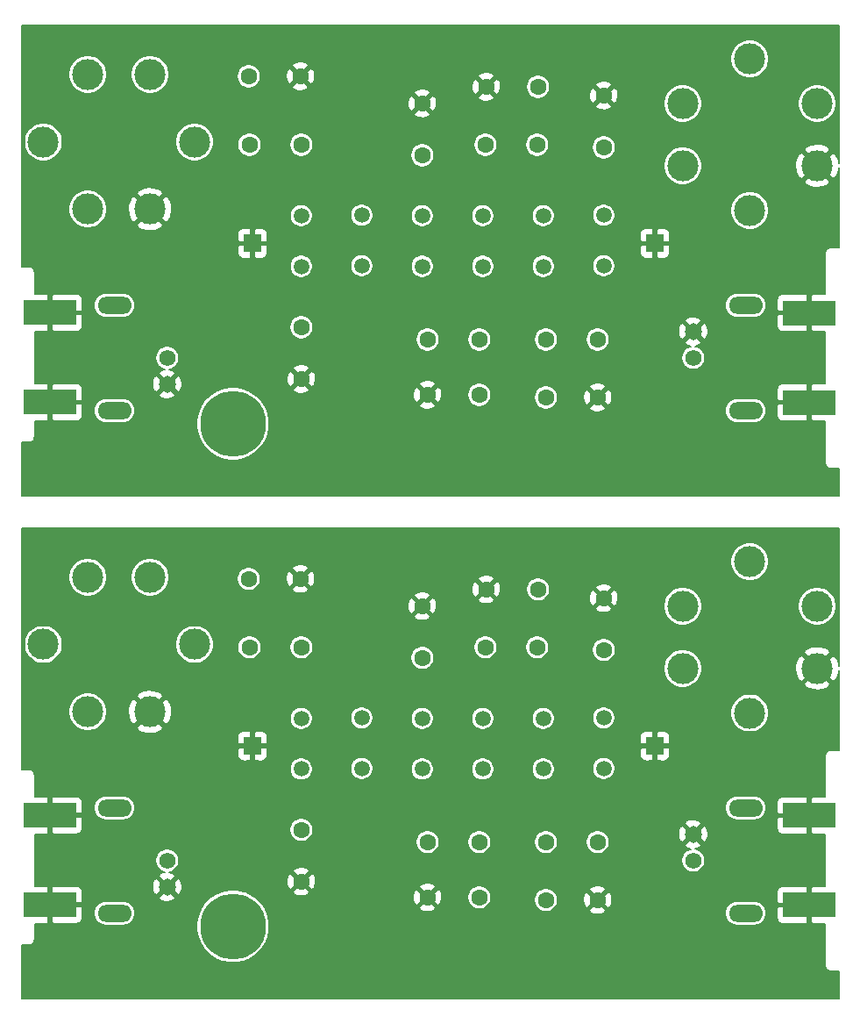
<source format=gbl>
%MOIN*%
%OFA0B0*%
%FSLAX46Y46*%
%IPPOS*%
%LPD*%
%ADD10O,0.13X0.065*%
%ADD11C,0.065*%
%ADD12C,0.062*%
%ADD13C,0.25*%
%ADD14C,0.062992125984251982*%
%ADD15C,0.059055118110236227*%
%ADD16C,0.11811023622047245*%
%ADD17R,0.2X0.095*%
%ADD18R,0.066929133858267723X0.066929133858267723*%
%ADD19C,0.035*%
%ADD20C,0.055000000000000007*%
%ADD21C,0.066*%
%ADD22C,0.008*%
%ADD23C,0.005905511811023622*%
%ADD34O,0.13X0.065*%
%ADD35C,0.065*%
%ADD36C,0.062*%
%ADD37C,0.25*%
%ADD38C,0.062992125984251982*%
%ADD39C,0.059055118110236227*%
%ADD40C,0.11811023622047245*%
%ADD41R,0.2X0.095*%
%ADD42R,0.066929133858267723X0.066929133858267723*%
%ADD43C,0.035*%
%ADD44C,0.055000000000000007*%
%ADD45C,0.066*%
%ADD46C,0.008*%
%ADD47C,0.005905511811023622*%
%LPD*%
G01*
D10*
X0004524212Y0000740196D02*
X0002775000Y0000345708D03*
X0002775000Y0000745708D03*
D11*
X0002575000Y0000645708D03*
D12*
X0002575000Y0000545708D03*
D10*
X0000375000Y0000745708D03*
X0000375000Y0000345708D03*
D11*
X0000575000Y0000445708D03*
D12*
X0000575000Y0000545708D03*
D13*
X0000825000Y0000295708D03*
D14*
X0000885000Y0001615708D03*
X0001081850Y0001615708D03*
X0000888149Y0001355708D03*
X0001085000Y0001355708D03*
X0001085000Y0000465708D03*
X0001085000Y0000662559D03*
X0001545000Y0001315708D03*
X0001545000Y0001512559D03*
X0001761850Y0000615708D03*
X0001565000Y0000615708D03*
X0001761850Y0000405708D03*
X0001565000Y0000405708D03*
X0001981850Y0001355708D03*
X0001785000Y0001355708D03*
X0001985000Y0001575708D03*
X0001788149Y0001575708D03*
X0002015000Y0000395708D03*
X0002211850Y0000395708D03*
X0002015000Y0000615708D03*
X0002211850Y0000615708D03*
X0002235000Y0001542559D03*
X0002235000Y0001345708D03*
D15*
X0001085000Y0001085708D03*
X0001085000Y0000893582D03*
X0001545000Y0001085708D03*
X0001545000Y0000893582D03*
X0001775000Y0000893582D03*
X0001775000Y0001085708D03*
X0002005000Y0001085708D03*
X0002005000Y0000893582D03*
X0002235000Y0001087834D03*
X0002235000Y0000895708D03*
X0001315000Y0000895708D03*
X0001315000Y0001087834D03*
D16*
X0000104488Y0001366614D03*
X0000679291Y0001366614D03*
X0000273779Y0001622519D03*
X0000273779Y0001110708D03*
X0000510000Y0001622519D03*
X0000510000Y0001110708D03*
X0002535000Y0001275708D03*
X0003046811Y0001275708D03*
X0002535000Y0001511929D03*
X0003046811Y0001511929D03*
X0002790905Y0001106417D03*
X0002790905Y0001681220D03*
D17*
X0000130000Y0000377708D03*
X0000130000Y0000717708D03*
X0003017000Y0000376708D03*
X0003017000Y0000716708D03*
D18*
X0000900000Y0000980708D03*
X0002430000Y0000980708D03*
D19*
X0000130000Y0001730708D03*
X0000625000Y0001730708D03*
D20*
X0001205000Y0001755708D03*
X0001915000Y0001740708D03*
D19*
X0002380000Y0001740708D03*
X0002965000Y0001745708D03*
X0002965000Y0000105708D03*
D20*
X0002385000Y0000675708D03*
X0000780000Y0000720708D03*
D21*
X0002390000Y0000180708D03*
D19*
X0000625000Y0000085708D03*
X0000135000Y0000085708D03*
X0000130000Y0000970708D03*
X0001285000Y0001305708D03*
X0000945000Y0001755708D03*
X0002615000Y0001705708D03*
X0001355000Y0000265708D03*
X0000315000Y0000085708D03*
X0002385000Y0000375708D03*
D22*
X0003129500Y0001283932D02*
X0003128088Y0001294656D01*
X0003122830Y0001310148D01*
X0003117681Y0001319782D01*
X0003105659Y0001326071D01*
X0003055296Y0001275708D01*
X0003105659Y0001225345D01*
X0003117681Y0001231634D01*
X0003124917Y0001246307D01*
X0003129152Y0001262110D01*
X0003129500Y0001267404D01*
X0003129500Y0000966208D01*
X0003100069Y0000966208D01*
X0003099027Y0000966312D01*
X0003097957Y0000966208D01*
X0003097943Y0000966208D01*
X0003096886Y0000966104D01*
X0003094811Y0000965902D01*
X0003094798Y0000965898D01*
X0003094785Y0000965897D01*
X0003092746Y0000965278D01*
X0003090757Y0000964678D01*
X0003090745Y0000964672D01*
X0003090732Y0000964668D01*
X0003088855Y0000963665D01*
X0003087019Y0000962686D01*
X0003087009Y0000962678D01*
X0003086997Y0000962671D01*
X0003085361Y0000961329D01*
X0003083742Y0000960004D01*
X0003083734Y0000959993D01*
X0003083723Y0000959985D01*
X0003082377Y0000958345D01*
X0003081052Y0000956733D01*
X0003081045Y0000956721D01*
X0003081036Y0000956711D01*
X0003080035Y0000954838D01*
X0003079050Y0000953001D01*
X0003079046Y0000952988D01*
X0003079040Y0000952976D01*
X0003078425Y0000950947D01*
X0003077816Y0000948949D01*
X0003077815Y0000948936D01*
X0003077811Y0000948923D01*
X0003077602Y0000946803D01*
X0003077501Y0000945791D01*
X0003077501Y0000945778D01*
X0003077395Y0000944708D01*
X0003077498Y0000943665D01*
X0003077303Y0000788272D01*
X0003029000Y0000788208D01*
X0003023000Y0000782208D01*
X0003023000Y0000722708D01*
X0003023787Y0000722708D01*
X0003023787Y0000710708D01*
X0003023000Y0000710708D01*
X0003023000Y0000651208D01*
X0003029000Y0000645208D01*
X0003077124Y0000645145D01*
X0003076877Y0000448271D01*
X0003029000Y0000448208D01*
X0003023000Y0000442208D01*
X0003023000Y0000382708D01*
X0003023787Y0000382708D01*
X0003023787Y0000370708D01*
X0003023000Y0000370708D01*
X0003023000Y0000311208D01*
X0003029000Y0000305208D01*
X0003076698Y0000305145D01*
X0003076501Y0000147778D01*
X0003076395Y0000146708D01*
X0003076603Y0000144600D01*
X0003076805Y0000142520D01*
X0003076809Y0000142507D01*
X0003076811Y0000142493D01*
X0003077429Y0000140454D01*
X0003078030Y0000138466D01*
X0003078036Y0000138454D01*
X0003078040Y0000138441D01*
X0003079043Y0000136564D01*
X0003080021Y0000134728D01*
X0003080030Y0000134718D01*
X0003080036Y0000134706D01*
X0003081387Y0000133060D01*
X0003082704Y0000131451D01*
X0003082714Y0000131442D01*
X0003082723Y0000131432D01*
X0003084371Y0000130080D01*
X0003085974Y0000128760D01*
X0003085986Y0000128754D01*
X0003085997Y0000128745D01*
X0003087870Y0000127744D01*
X0003089707Y0000126759D01*
X0003089720Y0000126755D01*
X0003089732Y0000126749D01*
X0003091760Y0000126133D01*
X0003093758Y0000125525D01*
X0003093772Y0000125523D01*
X0003093785Y0000125519D01*
X0003095895Y0000125311D01*
X0003097972Y0000125104D01*
X0003099042Y0000125208D01*
X0003128442Y0000125208D01*
X0003128163Y0000021504D01*
X0000021500Y0000022203D01*
X0000021500Y0000224208D01*
X0000048943Y0000224208D01*
X0000050000Y0000224104D01*
X0000051056Y0000224208D01*
X0000054214Y0000224519D01*
X0000058267Y0000225749D01*
X0000062002Y0000227745D01*
X0000065276Y0000230432D01*
X0000067963Y0000233706D01*
X0000069959Y0000237441D01*
X0000071188Y0000241493D01*
X0000071604Y0000245708D01*
X0000071500Y0000246764D01*
X0000071500Y0000306147D01*
X0000118000Y0000306208D01*
X0000124000Y0000312208D01*
X0000124000Y0000371708D01*
X0000136000Y0000371708D01*
X0000136000Y0000312208D01*
X0000142000Y0000306208D01*
X0000230000Y0000306092D01*
X0000234704Y0000306555D01*
X0000239228Y0000307928D01*
X0000243398Y0000310156D01*
X0000247052Y0000313155D01*
X0000250051Y0000316810D01*
X0000252280Y0000320979D01*
X0000253652Y0000325503D01*
X0000254116Y0000330208D01*
X0000254065Y0000345708D01*
X0000295775Y0000345708D01*
X0000296672Y0000336593D01*
X0000299331Y0000327827D01*
X0000303649Y0000319749D01*
X0000309460Y0000312669D01*
X0000316540Y0000306858D01*
X0000324619Y0000302540D01*
X0000333384Y0000299881D01*
X0000340215Y0000299208D01*
X0000409784Y0000299208D01*
X0000416615Y0000299881D01*
X0000425380Y0000302540D01*
X0000433459Y0000306858D01*
X0000436554Y0000309398D01*
X0000686000Y0000309398D01*
X0000686000Y0000282018D01*
X0000691341Y0000255163D01*
X0000701819Y0000229867D01*
X0000717031Y0000207101D01*
X0000736392Y0000187740D01*
X0000759158Y0000172528D01*
X0000784455Y0000162050D01*
X0000811309Y0000156708D01*
X0000838690Y0000156708D01*
X0000865544Y0000162050D01*
X0000890841Y0000172528D01*
X0000913607Y0000187740D01*
X0000932968Y0000207101D01*
X0000948180Y0000229867D01*
X0000958658Y0000255163D01*
X0000964000Y0000282018D01*
X0000964000Y0000309398D01*
X0000958658Y0000336253D01*
X0000948180Y0000361549D01*
X0000944850Y0000366533D01*
X0001534310Y0000366533D01*
X0001537266Y0000357329D01*
X0001547237Y0000352848D01*
X0001557891Y0000350398D01*
X0001568818Y0000350074D01*
X0001579598Y0000351888D01*
X0001589818Y0000355771D01*
X0001592733Y0000357329D01*
X0001595689Y0000366533D01*
X0001565000Y0000397223D01*
X0001534310Y0000366533D01*
X0000944850Y0000366533D01*
X0000932968Y0000384315D01*
X0000915394Y0000401889D01*
X0001509366Y0000401889D01*
X0001511180Y0000391109D01*
X0001515062Y0000380890D01*
X0001516620Y0000377975D01*
X0001525825Y0000375019D01*
X0001556514Y0000405708D01*
X0001573485Y0000405708D01*
X0001604174Y0000375019D01*
X0001613379Y0000377975D01*
X0001617860Y0000387946D01*
X0001620309Y0000398600D01*
X0001620633Y0000409527D01*
X0001620522Y0000410189D01*
X0001716354Y0000410189D01*
X0001716354Y0000401227D01*
X0001718102Y0000392437D01*
X0001721532Y0000384158D01*
X0001726511Y0000376706D01*
X0001732848Y0000370369D01*
X0001740299Y0000365390D01*
X0001748579Y0000361960D01*
X0001757369Y0000360212D01*
X0001766331Y0000360212D01*
X0001775121Y0000361960D01*
X0001783400Y0000365390D01*
X0001790852Y0000370369D01*
X0001797189Y0000376706D01*
X0001802168Y0000384158D01*
X0001805598Y0000392437D01*
X0001807139Y0000400189D01*
X0001969503Y0000400189D01*
X0001969503Y0000391227D01*
X0001971252Y0000382437D01*
X0001974681Y0000374158D01*
X0001979660Y0000366706D01*
X0001985997Y0000360369D01*
X0001993449Y0000355390D01*
X0002001729Y0000351960D01*
X0002010519Y0000350212D01*
X0002019480Y0000350212D01*
X0002028270Y0000351960D01*
X0002036550Y0000355390D01*
X0002038261Y0000356533D01*
X0002181160Y0000356533D01*
X0002184117Y0000347329D01*
X0002194088Y0000342848D01*
X0002204742Y0000340398D01*
X0002215669Y0000340074D01*
X0002226449Y0000341888D01*
X0002236503Y0000345708D01*
X0002695775Y0000345708D01*
X0002696672Y0000336593D01*
X0002699331Y0000327827D01*
X0002703649Y0000319749D01*
X0002709460Y0000312669D01*
X0002716540Y0000306858D01*
X0002724619Y0000302540D01*
X0002733384Y0000299881D01*
X0002740215Y0000299208D01*
X0002809784Y0000299208D01*
X0002816615Y0000299881D01*
X0002825380Y0000302540D01*
X0002833459Y0000306858D01*
X0002840539Y0000312669D01*
X0002846350Y0000319749D01*
X0002850668Y0000327827D01*
X0002851087Y0000329208D01*
X0002892883Y0000329208D01*
X0002893347Y0000324503D01*
X0002894719Y0000319979D01*
X0002896948Y0000315810D01*
X0002899947Y0000312155D01*
X0002903601Y0000309156D01*
X0002907771Y0000306928D01*
X0002912295Y0000305555D01*
X0002917000Y0000305092D01*
X0003005000Y0000305208D01*
X0003011000Y0000311208D01*
X0003011000Y0000370708D01*
X0002899000Y0000370708D01*
X0002893000Y0000364708D01*
X0002892883Y0000329208D01*
X0002851087Y0000329208D01*
X0002853327Y0000336593D01*
X0002854224Y0000345708D01*
X0002853327Y0000354824D01*
X0002850668Y0000363589D01*
X0002846350Y0000371667D01*
X0002840539Y0000378748D01*
X0002833459Y0000384559D01*
X0002825380Y0000388876D01*
X0002816615Y0000391535D01*
X0002809784Y0000392208D01*
X0002740215Y0000392208D01*
X0002733384Y0000391535D01*
X0002724619Y0000388876D01*
X0002716540Y0000384559D01*
X0002709460Y0000378748D01*
X0002703649Y0000371667D01*
X0002699331Y0000363589D01*
X0002696672Y0000354824D01*
X0002695775Y0000345708D01*
X0002236503Y0000345708D01*
X0002236668Y0000345771D01*
X0002239583Y0000347329D01*
X0002242539Y0000356533D01*
X0002211850Y0000387223D01*
X0002181160Y0000356533D01*
X0002038261Y0000356533D01*
X0002044002Y0000360369D01*
X0002050339Y0000366706D01*
X0002055318Y0000374158D01*
X0002058747Y0000382437D01*
X0002060496Y0000391227D01*
X0002060496Y0000391889D01*
X0002156216Y0000391889D01*
X0002158030Y0000381109D01*
X0002161912Y0000370890D01*
X0002163471Y0000367975D01*
X0002172675Y0000365019D01*
X0002203365Y0000395708D01*
X0002220335Y0000395708D01*
X0002251025Y0000365019D01*
X0002260229Y0000367975D01*
X0002264710Y0000377946D01*
X0002267160Y0000388600D01*
X0002267484Y0000399527D01*
X0002265670Y0000410307D01*
X0002261787Y0000420526D01*
X0002260229Y0000423441D01*
X0002257842Y0000424208D01*
X0002892883Y0000424208D01*
X0002893000Y0000388708D01*
X0002899000Y0000382708D01*
X0003011000Y0000382708D01*
X0003011000Y0000442208D01*
X0003005000Y0000448208D01*
X0002917000Y0000448324D01*
X0002912295Y0000447861D01*
X0002907771Y0000446489D01*
X0002903601Y0000444260D01*
X0002899947Y0000441261D01*
X0002896948Y0000437606D01*
X0002894719Y0000433437D01*
X0002893347Y0000428913D01*
X0002892883Y0000424208D01*
X0002257842Y0000424208D01*
X0002251025Y0000426398D01*
X0002220335Y0000395708D01*
X0002203365Y0000395708D01*
X0002172675Y0000426398D01*
X0002163471Y0000423441D01*
X0002158990Y0000413470D01*
X0002156540Y0000402816D01*
X0002156216Y0000391889D01*
X0002060496Y0000391889D01*
X0002060496Y0000400189D01*
X0002058747Y0000408979D01*
X0002055318Y0000417259D01*
X0002050339Y0000424710D01*
X0002044002Y0000431047D01*
X0002038261Y0000434883D01*
X0002181160Y0000434883D01*
X0002211850Y0000404193D01*
X0002242539Y0000434883D01*
X0002239583Y0000444087D01*
X0002229612Y0000448568D01*
X0002218958Y0000451018D01*
X0002208031Y0000451342D01*
X0002197251Y0000449528D01*
X0002187032Y0000445646D01*
X0002184117Y0000444087D01*
X0002181160Y0000434883D01*
X0002038261Y0000434883D01*
X0002036550Y0000436026D01*
X0002028270Y0000439456D01*
X0002019480Y0000441204D01*
X0002010519Y0000441204D01*
X0002001729Y0000439456D01*
X0001993449Y0000436026D01*
X0001985997Y0000431047D01*
X0001979660Y0000424710D01*
X0001974681Y0000417259D01*
X0001971252Y0000408979D01*
X0001969503Y0000400189D01*
X0001807139Y0000400189D01*
X0001807346Y0000401227D01*
X0001807346Y0000410189D01*
X0001805598Y0000418979D01*
X0001802168Y0000427259D01*
X0001797189Y0000434710D01*
X0001790852Y0000441047D01*
X0001783400Y0000446026D01*
X0001775121Y0000449456D01*
X0001766331Y0000451204D01*
X0001757369Y0000451204D01*
X0001748579Y0000449456D01*
X0001740299Y0000446026D01*
X0001732848Y0000441047D01*
X0001726511Y0000434710D01*
X0001721532Y0000427259D01*
X0001718102Y0000418979D01*
X0001716354Y0000410189D01*
X0001620522Y0000410189D01*
X0001618819Y0000420307D01*
X0001614937Y0000430526D01*
X0001613379Y0000433441D01*
X0001604174Y0000436398D01*
X0001573485Y0000405708D01*
X0001556514Y0000405708D01*
X0001525825Y0000436398D01*
X0001516620Y0000433441D01*
X0001512139Y0000423470D01*
X0001509690Y0000412816D01*
X0001509366Y0000401889D01*
X0000915394Y0000401889D01*
X0000913607Y0000403676D01*
X0000890841Y0000418888D01*
X0000872384Y0000426533D01*
X0001054310Y0000426533D01*
X0001057266Y0000417329D01*
X0001067237Y0000412848D01*
X0001077891Y0000410398D01*
X0001088818Y0000410074D01*
X0001099598Y0000411888D01*
X0001109818Y0000415771D01*
X0001112733Y0000417329D01*
X0001115689Y0000426533D01*
X0001085000Y0000457223D01*
X0001054310Y0000426533D01*
X0000872384Y0000426533D01*
X0000865544Y0000429366D01*
X0000838690Y0000434708D01*
X0000811309Y0000434708D01*
X0000784455Y0000429366D01*
X0000759158Y0000418888D01*
X0000736392Y0000403676D01*
X0000717031Y0000384315D01*
X0000701819Y0000361549D01*
X0000691341Y0000336253D01*
X0000686000Y0000309398D01*
X0000436554Y0000309398D01*
X0000440539Y0000312669D01*
X0000446350Y0000319749D01*
X0000450668Y0000327827D01*
X0000453327Y0000336593D01*
X0000454224Y0000345708D01*
X0000453327Y0000354824D01*
X0000450668Y0000363589D01*
X0000446350Y0000371667D01*
X0000440539Y0000378748D01*
X0000433459Y0000384559D01*
X0000425380Y0000388876D01*
X0000416615Y0000391535D01*
X0000409784Y0000392208D01*
X0000340215Y0000392208D01*
X0000333384Y0000391535D01*
X0000324619Y0000388876D01*
X0000316540Y0000384559D01*
X0000309460Y0000378748D01*
X0000303649Y0000371667D01*
X0000299331Y0000363589D01*
X0000296672Y0000354824D01*
X0000295775Y0000345708D01*
X0000254065Y0000345708D01*
X0000254000Y0000365708D01*
X0000248000Y0000371708D01*
X0000136000Y0000371708D01*
X0000124000Y0000371708D01*
X0000123212Y0000371708D01*
X0000123212Y0000383708D01*
X0000124000Y0000383708D01*
X0000124000Y0000443208D01*
X0000136000Y0000443208D01*
X0000136000Y0000383708D01*
X0000248000Y0000383708D01*
X0000254000Y0000389708D01*
X0000254052Y0000405815D01*
X0000543591Y0000405815D01*
X0000546670Y0000396508D01*
X0000556813Y0000391927D01*
X0000567654Y0000389412D01*
X0000578778Y0000389061D01*
X0000589757Y0000390886D01*
X0000600169Y0000394819D01*
X0000603329Y0000396508D01*
X0000606408Y0000405815D01*
X0000575000Y0000437223D01*
X0000543591Y0000405815D01*
X0000254052Y0000405815D01*
X0000254116Y0000425208D01*
X0000253652Y0000429913D01*
X0000252280Y0000434437D01*
X0000250051Y0000438606D01*
X0000247324Y0000441929D01*
X0000518352Y0000441929D01*
X0000520178Y0000430950D01*
X0000524110Y0000420539D01*
X0000525799Y0000417379D01*
X0000535106Y0000414300D01*
X0000566514Y0000445708D01*
X0000583485Y0000445708D01*
X0000614893Y0000414300D01*
X0000624200Y0000417379D01*
X0000628781Y0000427521D01*
X0000631296Y0000438363D01*
X0000631647Y0000449487D01*
X0000629821Y0000460466D01*
X0000629284Y0000461889D01*
X0001029366Y0000461889D01*
X0001031180Y0000451109D01*
X0001035062Y0000440890D01*
X0001036620Y0000437975D01*
X0001045825Y0000435019D01*
X0001076514Y0000465708D01*
X0001093485Y0000465708D01*
X0001124174Y0000435019D01*
X0001133379Y0000437975D01*
X0001136483Y0000444883D01*
X0001534310Y0000444883D01*
X0001565000Y0000414193D01*
X0001595689Y0000444883D01*
X0001592733Y0000454087D01*
X0001582762Y0000458568D01*
X0001572108Y0000461018D01*
X0001561181Y0000461342D01*
X0001550401Y0000459528D01*
X0001540181Y0000455646D01*
X0001537266Y0000454087D01*
X0001534310Y0000444883D01*
X0001136483Y0000444883D01*
X0001137860Y0000447946D01*
X0001140309Y0000458600D01*
X0001140633Y0000469527D01*
X0001138819Y0000480307D01*
X0001134937Y0000490526D01*
X0001133379Y0000493441D01*
X0001124174Y0000496398D01*
X0001093485Y0000465708D01*
X0001076514Y0000465708D01*
X0001045825Y0000496398D01*
X0001036620Y0000493441D01*
X0001032139Y0000483470D01*
X0001029690Y0000472816D01*
X0001029366Y0000461889D01*
X0000629284Y0000461889D01*
X0000625889Y0000470877D01*
X0000624200Y0000474038D01*
X0000614893Y0000477116D01*
X0000583485Y0000445708D01*
X0000566514Y0000445708D01*
X0000535106Y0000477116D01*
X0000525799Y0000474038D01*
X0000521218Y0000463895D01*
X0000518703Y0000453053D01*
X0000518352Y0000441929D01*
X0000247324Y0000441929D01*
X0000247052Y0000442261D01*
X0000243398Y0000445260D01*
X0000239228Y0000447489D01*
X0000234704Y0000448861D01*
X0000230000Y0000449324D01*
X0000142000Y0000449208D01*
X0000136000Y0000443208D01*
X0000124000Y0000443208D01*
X0000118000Y0000449208D01*
X0000071500Y0000449270D01*
X0000071500Y0000550140D01*
X0000530000Y0000550140D01*
X0000530000Y0000541276D01*
X0000531729Y0000532582D01*
X0000535121Y0000524393D01*
X0000540046Y0000517022D01*
X0000546314Y0000510754D01*
X0000553684Y0000505830D01*
X0000561873Y0000502437D01*
X0000566354Y0000501546D01*
X0000560242Y0000500530D01*
X0000549830Y0000496597D01*
X0000546670Y0000494908D01*
X0000543591Y0000485601D01*
X0000575000Y0000454193D01*
X0000606408Y0000485601D01*
X0000603329Y0000494908D01*
X0000593186Y0000499490D01*
X0000584008Y0000501618D01*
X0000588126Y0000502437D01*
X0000594029Y0000504883D01*
X0001054310Y0000504883D01*
X0001085000Y0000474193D01*
X0001115689Y0000504883D01*
X0001112733Y0000514087D01*
X0001102762Y0000518568D01*
X0001092108Y0000521018D01*
X0001081181Y0000521342D01*
X0001070401Y0000519528D01*
X0001060181Y0000515646D01*
X0001057266Y0000514087D01*
X0001054310Y0000504883D01*
X0000594029Y0000504883D01*
X0000596315Y0000505830D01*
X0000603685Y0000510754D01*
X0000609953Y0000517022D01*
X0000614878Y0000524393D01*
X0000618270Y0000532582D01*
X0000620000Y0000541276D01*
X0000620000Y0000550140D01*
X0002530000Y0000550140D01*
X0002530000Y0000541276D01*
X0002531729Y0000532582D01*
X0002535121Y0000524393D01*
X0002540046Y0000517022D01*
X0002546314Y0000510754D01*
X0002553684Y0000505830D01*
X0002561873Y0000502437D01*
X0002570567Y0000500708D01*
X0002579432Y0000500708D01*
X0002588126Y0000502437D01*
X0002596315Y0000505830D01*
X0002603685Y0000510754D01*
X0002609953Y0000517022D01*
X0002614878Y0000524393D01*
X0002618270Y0000532582D01*
X0002620000Y0000541276D01*
X0002620000Y0000550140D01*
X0002618270Y0000558834D01*
X0002614878Y0000567024D01*
X0002609953Y0000574394D01*
X0002603685Y0000580662D01*
X0002596315Y0000585587D01*
X0002588126Y0000588979D01*
X0002583645Y0000589870D01*
X0002589757Y0000590886D01*
X0002600169Y0000594819D01*
X0002603329Y0000596508D01*
X0002606408Y0000605815D01*
X0002575000Y0000637223D01*
X0002543591Y0000605815D01*
X0002546670Y0000596508D01*
X0002556813Y0000591927D01*
X0002565991Y0000589798D01*
X0002561873Y0000588979D01*
X0002553684Y0000585587D01*
X0002546314Y0000580662D01*
X0002540046Y0000574394D01*
X0002535121Y0000567024D01*
X0002531729Y0000558834D01*
X0002530000Y0000550140D01*
X0000620000Y0000550140D01*
X0000618270Y0000558834D01*
X0000614878Y0000567024D01*
X0000609953Y0000574394D01*
X0000603685Y0000580662D01*
X0000596315Y0000585587D01*
X0000588126Y0000588979D01*
X0000579432Y0000590708D01*
X0000570567Y0000590708D01*
X0000561873Y0000588979D01*
X0000553684Y0000585587D01*
X0000546314Y0000580662D01*
X0000540046Y0000574394D01*
X0000535121Y0000567024D01*
X0000531729Y0000558834D01*
X0000530000Y0000550140D01*
X0000071500Y0000550140D01*
X0000071500Y0000646147D01*
X0000118000Y0000646208D01*
X0000124000Y0000652208D01*
X0000124000Y0000711708D01*
X0000136000Y0000711708D01*
X0000136000Y0000652208D01*
X0000142000Y0000646208D01*
X0000230000Y0000646092D01*
X0000234704Y0000646555D01*
X0000239228Y0000647928D01*
X0000243398Y0000650156D01*
X0000247052Y0000653155D01*
X0000250051Y0000656810D01*
X0000252280Y0000660979D01*
X0000253652Y0000665503D01*
X0000253804Y0000667040D01*
X0001039503Y0000667040D01*
X0001039503Y0000658078D01*
X0001041252Y0000649288D01*
X0001044681Y0000641008D01*
X0001049660Y0000633556D01*
X0001055997Y0000627219D01*
X0001063449Y0000622240D01*
X0001071729Y0000618811D01*
X0001080519Y0000617062D01*
X0001089480Y0000617062D01*
X0001098270Y0000618811D01*
X0001101598Y0000620189D01*
X0001519503Y0000620189D01*
X0001519503Y0000611227D01*
X0001521252Y0000602437D01*
X0001524681Y0000594158D01*
X0001529660Y0000586706D01*
X0001535997Y0000580369D01*
X0001543449Y0000575390D01*
X0001551729Y0000571960D01*
X0001560519Y0000570212D01*
X0001569480Y0000570212D01*
X0001578270Y0000571960D01*
X0001586550Y0000575390D01*
X0001594002Y0000580369D01*
X0001600339Y0000586706D01*
X0001605318Y0000594158D01*
X0001608747Y0000602437D01*
X0001610496Y0000611227D01*
X0001610496Y0000620189D01*
X0001716354Y0000620189D01*
X0001716354Y0000611227D01*
X0001718102Y0000602437D01*
X0001721532Y0000594158D01*
X0001726511Y0000586706D01*
X0001732848Y0000580369D01*
X0001740299Y0000575390D01*
X0001748579Y0000571960D01*
X0001757369Y0000570212D01*
X0001766331Y0000570212D01*
X0001775121Y0000571960D01*
X0001783400Y0000575390D01*
X0001790852Y0000580369D01*
X0001797189Y0000586706D01*
X0001802168Y0000594158D01*
X0001805598Y0000602437D01*
X0001807346Y0000611227D01*
X0001807346Y0000620189D01*
X0001969503Y0000620189D01*
X0001969503Y0000611227D01*
X0001971252Y0000602437D01*
X0001974681Y0000594158D01*
X0001979660Y0000586706D01*
X0001985997Y0000580369D01*
X0001993449Y0000575390D01*
X0002001729Y0000571960D01*
X0002010519Y0000570212D01*
X0002019480Y0000570212D01*
X0002028270Y0000571960D01*
X0002036550Y0000575390D01*
X0002044002Y0000580369D01*
X0002050339Y0000586706D01*
X0002055318Y0000594158D01*
X0002058747Y0000602437D01*
X0002060496Y0000611227D01*
X0002060496Y0000620189D01*
X0002166354Y0000620189D01*
X0002166354Y0000611227D01*
X0002168102Y0000602437D01*
X0002171532Y0000594158D01*
X0002176511Y0000586706D01*
X0002182848Y0000580369D01*
X0002190299Y0000575390D01*
X0002198579Y0000571960D01*
X0002207369Y0000570212D01*
X0002216331Y0000570212D01*
X0002225121Y0000571960D01*
X0002233400Y0000575390D01*
X0002240852Y0000580369D01*
X0002247189Y0000586706D01*
X0002252168Y0000594158D01*
X0002255598Y0000602437D01*
X0002257346Y0000611227D01*
X0002257346Y0000620189D01*
X0002255598Y0000628979D01*
X0002252168Y0000637259D01*
X0002249047Y0000641929D01*
X0002518352Y0000641929D01*
X0002520178Y0000630950D01*
X0002524110Y0000620539D01*
X0002525799Y0000617379D01*
X0002535106Y0000614300D01*
X0002566514Y0000645708D01*
X0002583485Y0000645708D01*
X0002614893Y0000614300D01*
X0002624200Y0000617379D01*
X0002628781Y0000627521D01*
X0002631296Y0000638363D01*
X0002631647Y0000649487D01*
X0002629821Y0000660466D01*
X0002626519Y0000669208D01*
X0002892883Y0000669208D01*
X0002893347Y0000664503D01*
X0002894719Y0000659979D01*
X0002896948Y0000655810D01*
X0002899947Y0000652155D01*
X0002903601Y0000649156D01*
X0002907771Y0000646928D01*
X0002912295Y0000645555D01*
X0002917000Y0000645092D01*
X0003005000Y0000645208D01*
X0003011000Y0000651208D01*
X0003011000Y0000710708D01*
X0002899000Y0000710708D01*
X0002893000Y0000704708D01*
X0002892883Y0000669208D01*
X0002626519Y0000669208D01*
X0002625889Y0000670877D01*
X0002624200Y0000674038D01*
X0002614893Y0000677116D01*
X0002583485Y0000645708D01*
X0002566514Y0000645708D01*
X0002535106Y0000677116D01*
X0002525799Y0000674038D01*
X0002521218Y0000663895D01*
X0002518703Y0000653053D01*
X0002518352Y0000641929D01*
X0002249047Y0000641929D01*
X0002247189Y0000644710D01*
X0002240852Y0000651047D01*
X0002233400Y0000656026D01*
X0002225121Y0000659456D01*
X0002216331Y0000661204D01*
X0002207369Y0000661204D01*
X0002198579Y0000659456D01*
X0002190299Y0000656026D01*
X0002182848Y0000651047D01*
X0002176511Y0000644710D01*
X0002171532Y0000637259D01*
X0002168102Y0000628979D01*
X0002166354Y0000620189D01*
X0002060496Y0000620189D01*
X0002058747Y0000628979D01*
X0002055318Y0000637259D01*
X0002050339Y0000644710D01*
X0002044002Y0000651047D01*
X0002036550Y0000656026D01*
X0002028270Y0000659456D01*
X0002019480Y0000661204D01*
X0002010519Y0000661204D01*
X0002001729Y0000659456D01*
X0001993449Y0000656026D01*
X0001985997Y0000651047D01*
X0001979660Y0000644710D01*
X0001974681Y0000637259D01*
X0001971252Y0000628979D01*
X0001969503Y0000620189D01*
X0001807346Y0000620189D01*
X0001805598Y0000628979D01*
X0001802168Y0000637259D01*
X0001797189Y0000644710D01*
X0001790852Y0000651047D01*
X0001783400Y0000656026D01*
X0001775121Y0000659456D01*
X0001766331Y0000661204D01*
X0001757369Y0000661204D01*
X0001748579Y0000659456D01*
X0001740299Y0000656026D01*
X0001732848Y0000651047D01*
X0001726511Y0000644710D01*
X0001721532Y0000637259D01*
X0001718102Y0000628979D01*
X0001716354Y0000620189D01*
X0001610496Y0000620189D01*
X0001608747Y0000628979D01*
X0001605318Y0000637259D01*
X0001600339Y0000644710D01*
X0001594002Y0000651047D01*
X0001586550Y0000656026D01*
X0001578270Y0000659456D01*
X0001569480Y0000661204D01*
X0001560519Y0000661204D01*
X0001551729Y0000659456D01*
X0001543449Y0000656026D01*
X0001535997Y0000651047D01*
X0001529660Y0000644710D01*
X0001524681Y0000637259D01*
X0001521252Y0000628979D01*
X0001519503Y0000620189D01*
X0001101598Y0000620189D01*
X0001106550Y0000622240D01*
X0001114002Y0000627219D01*
X0001120339Y0000633556D01*
X0001125318Y0000641008D01*
X0001128747Y0000649288D01*
X0001130496Y0000658078D01*
X0001130496Y0000667040D01*
X0001128747Y0000675829D01*
X0001125318Y0000684109D01*
X0001124320Y0000685601D01*
X0002543591Y0000685601D01*
X0002575000Y0000654193D01*
X0002606408Y0000685601D01*
X0002603329Y0000694908D01*
X0002593186Y0000699490D01*
X0002582345Y0000702004D01*
X0002571221Y0000702356D01*
X0002560242Y0000700530D01*
X0002549830Y0000696597D01*
X0002546670Y0000694908D01*
X0002543591Y0000685601D01*
X0001124320Y0000685601D01*
X0001120339Y0000691561D01*
X0001114002Y0000697898D01*
X0001106550Y0000702877D01*
X0001098270Y0000706306D01*
X0001089480Y0000708055D01*
X0001080519Y0000708055D01*
X0001071729Y0000706306D01*
X0001063449Y0000702877D01*
X0001055997Y0000697898D01*
X0001049660Y0000691561D01*
X0001044681Y0000684109D01*
X0001041252Y0000675829D01*
X0001039503Y0000667040D01*
X0000253804Y0000667040D01*
X0000254116Y0000670208D01*
X0000254000Y0000705708D01*
X0000248000Y0000711708D01*
X0000136000Y0000711708D01*
X0000124000Y0000711708D01*
X0000123212Y0000711708D01*
X0000123212Y0000723708D01*
X0000124000Y0000723708D01*
X0000124000Y0000783208D01*
X0000136000Y0000783208D01*
X0000136000Y0000723708D01*
X0000248000Y0000723708D01*
X0000254000Y0000729708D01*
X0000254052Y0000745708D01*
X0000295775Y0000745708D01*
X0000296672Y0000736593D01*
X0000299331Y0000727827D01*
X0000303649Y0000719749D01*
X0000309460Y0000712669D01*
X0000316540Y0000706858D01*
X0000324619Y0000702540D01*
X0000333384Y0000699881D01*
X0000340215Y0000699208D01*
X0000409784Y0000699208D01*
X0000416615Y0000699881D01*
X0000425380Y0000702540D01*
X0000433459Y0000706858D01*
X0000440539Y0000712669D01*
X0000446350Y0000719749D01*
X0000450668Y0000727827D01*
X0000453327Y0000736593D01*
X0000454224Y0000745708D01*
X0002695775Y0000745708D01*
X0002696672Y0000736593D01*
X0002699331Y0000727827D01*
X0002703649Y0000719749D01*
X0002709460Y0000712669D01*
X0002716540Y0000706858D01*
X0002724619Y0000702540D01*
X0002733384Y0000699881D01*
X0002740215Y0000699208D01*
X0002809784Y0000699208D01*
X0002816615Y0000699881D01*
X0002825380Y0000702540D01*
X0002833459Y0000706858D01*
X0002840539Y0000712669D01*
X0002846350Y0000719749D01*
X0002850668Y0000727827D01*
X0002853327Y0000736593D01*
X0002854224Y0000745708D01*
X0002853327Y0000754824D01*
X0002850668Y0000763589D01*
X0002850337Y0000764208D01*
X0002892883Y0000764208D01*
X0002893000Y0000728708D01*
X0002899000Y0000722708D01*
X0003011000Y0000722708D01*
X0003011000Y0000782208D01*
X0003005000Y0000788208D01*
X0002917000Y0000788324D01*
X0002912295Y0000787861D01*
X0002907771Y0000786489D01*
X0002903601Y0000784260D01*
X0002899947Y0000781261D01*
X0002896948Y0000777606D01*
X0002894719Y0000773437D01*
X0002893347Y0000768913D01*
X0002892883Y0000764208D01*
X0002850337Y0000764208D01*
X0002846350Y0000771667D01*
X0002840539Y0000778748D01*
X0002833459Y0000784559D01*
X0002825380Y0000788876D01*
X0002816615Y0000791535D01*
X0002809784Y0000792208D01*
X0002740215Y0000792208D01*
X0002733384Y0000791535D01*
X0002724619Y0000788876D01*
X0002716540Y0000784559D01*
X0002709460Y0000778748D01*
X0002703649Y0000771667D01*
X0002699331Y0000763589D01*
X0002696672Y0000754824D01*
X0002695775Y0000745708D01*
X0000454224Y0000745708D01*
X0000453327Y0000754824D01*
X0000450668Y0000763589D01*
X0000446350Y0000771667D01*
X0000440539Y0000778748D01*
X0000433459Y0000784559D01*
X0000425380Y0000788876D01*
X0000416615Y0000791535D01*
X0000409784Y0000792208D01*
X0000340215Y0000792208D01*
X0000333384Y0000791535D01*
X0000324619Y0000788876D01*
X0000316540Y0000784559D01*
X0000309460Y0000778748D01*
X0000303649Y0000771667D01*
X0000299331Y0000763589D01*
X0000296672Y0000754824D01*
X0000295775Y0000745708D01*
X0000254052Y0000745708D01*
X0000254116Y0000765208D01*
X0000253652Y0000769913D01*
X0000252280Y0000774437D01*
X0000250051Y0000778606D01*
X0000247052Y0000782261D01*
X0000243398Y0000785260D01*
X0000239228Y0000787489D01*
X0000234704Y0000788861D01*
X0000230000Y0000789324D01*
X0000142000Y0000789208D01*
X0000136000Y0000783208D01*
X0000124000Y0000783208D01*
X0000118000Y0000789208D01*
X0000071500Y0000789270D01*
X0000071500Y0000869652D01*
X0000071604Y0000870708D01*
X0000071188Y0000874923D01*
X0000069959Y0000878976D01*
X0000067963Y0000882711D01*
X0000065276Y0000885985D01*
X0000062002Y0000888671D01*
X0000058267Y0000890668D01*
X0000054214Y0000891897D01*
X0000051056Y0000892208D01*
X0000050000Y0000892312D01*
X0000048943Y0000892208D01*
X0000021500Y0000892208D01*
X0000021500Y0000897869D01*
X0001041472Y0000897869D01*
X0001041472Y0000889295D01*
X0001043145Y0000880886D01*
X0001046426Y0000872964D01*
X0001051189Y0000865835D01*
X0001057252Y0000859772D01*
X0001064381Y0000855009D01*
X0001072303Y0000851727D01*
X0001080712Y0000850055D01*
X0001089287Y0000850055D01*
X0001097696Y0000851727D01*
X0001105618Y0000855009D01*
X0001112747Y0000859772D01*
X0001118810Y0000865835D01*
X0001123573Y0000872964D01*
X0001126854Y0000880886D01*
X0001128527Y0000889295D01*
X0001128527Y0000897869D01*
X0001128104Y0000899995D01*
X0001271472Y0000899995D01*
X0001271472Y0000891421D01*
X0001273145Y0000883012D01*
X0001276426Y0000875090D01*
X0001281189Y0000867961D01*
X0001287252Y0000861898D01*
X0001294381Y0000857135D01*
X0001302303Y0000853853D01*
X0001310712Y0000852181D01*
X0001319287Y0000852181D01*
X0001327696Y0000853853D01*
X0001335618Y0000857135D01*
X0001342747Y0000861898D01*
X0001348810Y0000867961D01*
X0001353573Y0000875090D01*
X0001356854Y0000883012D01*
X0001358527Y0000891421D01*
X0001358527Y0000897869D01*
X0001501472Y0000897869D01*
X0001501472Y0000889295D01*
X0001503145Y0000880886D01*
X0001506426Y0000872964D01*
X0001511189Y0000865835D01*
X0001517252Y0000859772D01*
X0001524381Y0000855009D01*
X0001532303Y0000851727D01*
X0001540712Y0000850055D01*
X0001549287Y0000850055D01*
X0001557696Y0000851727D01*
X0001565618Y0000855009D01*
X0001572747Y0000859772D01*
X0001578810Y0000865835D01*
X0001583573Y0000872964D01*
X0001586854Y0000880886D01*
X0001588527Y0000889295D01*
X0001588527Y0000897869D01*
X0001731472Y0000897869D01*
X0001731472Y0000889295D01*
X0001733145Y0000880886D01*
X0001736426Y0000872964D01*
X0001741189Y0000865835D01*
X0001747252Y0000859772D01*
X0001754381Y0000855009D01*
X0001762303Y0000851727D01*
X0001770712Y0000850055D01*
X0001779287Y0000850055D01*
X0001787696Y0000851727D01*
X0001795618Y0000855009D01*
X0001802747Y0000859772D01*
X0001808810Y0000865835D01*
X0001813573Y0000872964D01*
X0001816854Y0000880886D01*
X0001818527Y0000889295D01*
X0001818527Y0000897869D01*
X0001961472Y0000897869D01*
X0001961472Y0000889295D01*
X0001963145Y0000880886D01*
X0001966426Y0000872964D01*
X0001971189Y0000865835D01*
X0001977252Y0000859772D01*
X0001984381Y0000855009D01*
X0001992303Y0000851727D01*
X0002000712Y0000850055D01*
X0002009287Y0000850055D01*
X0002017696Y0000851727D01*
X0002025618Y0000855009D01*
X0002032747Y0000859772D01*
X0002038810Y0000865835D01*
X0002043573Y0000872964D01*
X0002046854Y0000880886D01*
X0002048527Y0000889295D01*
X0002048527Y0000897869D01*
X0002048104Y0000899995D01*
X0002191472Y0000899995D01*
X0002191472Y0000891421D01*
X0002193145Y0000883012D01*
X0002196426Y0000875090D01*
X0002201189Y0000867961D01*
X0002207252Y0000861898D01*
X0002214381Y0000857135D01*
X0002222303Y0000853853D01*
X0002230712Y0000852181D01*
X0002239287Y0000852181D01*
X0002247696Y0000853853D01*
X0002255618Y0000857135D01*
X0002262747Y0000861898D01*
X0002268810Y0000867961D01*
X0002273573Y0000875090D01*
X0002276854Y0000883012D01*
X0002278527Y0000891421D01*
X0002278527Y0000899995D01*
X0002276854Y0000908405D01*
X0002273573Y0000916326D01*
X0002268810Y0000923455D01*
X0002262747Y0000929518D01*
X0002255618Y0000934282D01*
X0002247696Y0000937563D01*
X0002239287Y0000939236D01*
X0002230712Y0000939236D01*
X0002222303Y0000937563D01*
X0002214381Y0000934282D01*
X0002207252Y0000929518D01*
X0002201189Y0000923455D01*
X0002196426Y0000916326D01*
X0002193145Y0000908405D01*
X0002191472Y0000899995D01*
X0002048104Y0000899995D01*
X0002046854Y0000906279D01*
X0002043573Y0000914200D01*
X0002038810Y0000921329D01*
X0002032747Y0000927392D01*
X0002025618Y0000932156D01*
X0002017696Y0000935437D01*
X0002009287Y0000937110D01*
X0002000712Y0000937110D01*
X0001992303Y0000935437D01*
X0001984381Y0000932156D01*
X0001977252Y0000927392D01*
X0001971189Y0000921329D01*
X0001966426Y0000914200D01*
X0001963145Y0000906279D01*
X0001961472Y0000897869D01*
X0001818527Y0000897869D01*
X0001816854Y0000906279D01*
X0001813573Y0000914200D01*
X0001808810Y0000921329D01*
X0001802747Y0000927392D01*
X0001795618Y0000932156D01*
X0001787696Y0000935437D01*
X0001779287Y0000937110D01*
X0001770712Y0000937110D01*
X0001762303Y0000935437D01*
X0001754381Y0000932156D01*
X0001747252Y0000927392D01*
X0001741189Y0000921329D01*
X0001736426Y0000914200D01*
X0001733145Y0000906279D01*
X0001731472Y0000897869D01*
X0001588527Y0000897869D01*
X0001586854Y0000906279D01*
X0001583573Y0000914200D01*
X0001578810Y0000921329D01*
X0001572747Y0000927392D01*
X0001565618Y0000932156D01*
X0001557696Y0000935437D01*
X0001549287Y0000937110D01*
X0001540712Y0000937110D01*
X0001532303Y0000935437D01*
X0001524381Y0000932156D01*
X0001517252Y0000927392D01*
X0001511189Y0000921329D01*
X0001506426Y0000914200D01*
X0001503145Y0000906279D01*
X0001501472Y0000897869D01*
X0001358527Y0000897869D01*
X0001358527Y0000899995D01*
X0001356854Y0000908405D01*
X0001353573Y0000916326D01*
X0001348810Y0000923455D01*
X0001342747Y0000929518D01*
X0001335618Y0000934282D01*
X0001327696Y0000937563D01*
X0001319287Y0000939236D01*
X0001310712Y0000939236D01*
X0001302303Y0000937563D01*
X0001294381Y0000934282D01*
X0001287252Y0000929518D01*
X0001281189Y0000923455D01*
X0001276426Y0000916326D01*
X0001273145Y0000908405D01*
X0001271472Y0000899995D01*
X0001128104Y0000899995D01*
X0001126854Y0000906279D01*
X0001123573Y0000914200D01*
X0001118810Y0000921329D01*
X0001112747Y0000927392D01*
X0001105618Y0000932156D01*
X0001097696Y0000935437D01*
X0001089287Y0000937110D01*
X0001080712Y0000937110D01*
X0001072303Y0000935437D01*
X0001064381Y0000932156D01*
X0001057252Y0000927392D01*
X0001051189Y0000921329D01*
X0001046426Y0000914200D01*
X0001043145Y0000906279D01*
X0001041472Y0000897869D01*
X0000021500Y0000897869D01*
X0000021500Y0000947244D01*
X0000842419Y0000947244D01*
X0000842882Y0000942539D01*
X0000844255Y0000938015D01*
X0000846483Y0000933845D01*
X0000849482Y0000930191D01*
X0000853137Y0000927192D01*
X0000857306Y0000924963D01*
X0000861830Y0000923591D01*
X0000866535Y0000923127D01*
X0000888000Y0000923244D01*
X0000894000Y0000929244D01*
X0000894000Y0000974708D01*
X0000906000Y0000974708D01*
X0000906000Y0000929244D01*
X0000912000Y0000923244D01*
X0000933464Y0000923127D01*
X0000938169Y0000923591D01*
X0000942693Y0000924963D01*
X0000946862Y0000927192D01*
X0000950517Y0000930191D01*
X0000953516Y0000933845D01*
X0000955744Y0000938015D01*
X0000957117Y0000942539D01*
X0000957580Y0000947244D01*
X0002372419Y0000947244D01*
X0002372882Y0000942539D01*
X0002374255Y0000938015D01*
X0002376483Y0000933845D01*
X0002379482Y0000930191D01*
X0002383137Y0000927192D01*
X0002387306Y0000924963D01*
X0002391830Y0000923591D01*
X0002396535Y0000923127D01*
X0002418000Y0000923244D01*
X0002424000Y0000929244D01*
X0002424000Y0000974708D01*
X0002436000Y0000974708D01*
X0002436000Y0000929244D01*
X0002442000Y0000923244D01*
X0002463464Y0000923127D01*
X0002468169Y0000923591D01*
X0002472693Y0000924963D01*
X0002476862Y0000927192D01*
X0002480517Y0000930191D01*
X0002483516Y0000933845D01*
X0002485744Y0000938015D01*
X0002487117Y0000942539D01*
X0002487580Y0000947244D01*
X0002487464Y0000968708D01*
X0002481464Y0000974708D01*
X0002436000Y0000974708D01*
X0002424000Y0000974708D01*
X0002378535Y0000974708D01*
X0002372535Y0000968708D01*
X0002372419Y0000947244D01*
X0000957580Y0000947244D01*
X0000957464Y0000968708D01*
X0000951464Y0000974708D01*
X0000906000Y0000974708D01*
X0000894000Y0000974708D01*
X0000848535Y0000974708D01*
X0000842535Y0000968708D01*
X0000842419Y0000947244D01*
X0000021500Y0000947244D01*
X0000021500Y0001014173D01*
X0000842419Y0001014173D01*
X0000842535Y0000992708D01*
X0000848535Y0000986708D01*
X0000894000Y0000986708D01*
X0000894000Y0001032173D01*
X0000906000Y0001032173D01*
X0000906000Y0000986708D01*
X0000951464Y0000986708D01*
X0000957464Y0000992708D01*
X0000957580Y0001014173D01*
X0002372419Y0001014173D01*
X0002372535Y0000992708D01*
X0002378535Y0000986708D01*
X0002424000Y0000986708D01*
X0002424000Y0001032173D01*
X0002436000Y0001032173D01*
X0002436000Y0000986708D01*
X0002481464Y0000986708D01*
X0002487464Y0000992708D01*
X0002487580Y0001014173D01*
X0002487117Y0001018878D01*
X0002485744Y0001023402D01*
X0002483516Y0001027571D01*
X0002480517Y0001031225D01*
X0002476862Y0001034225D01*
X0002472693Y0001036453D01*
X0002468169Y0001037825D01*
X0002463464Y0001038289D01*
X0002442000Y0001038173D01*
X0002436000Y0001032173D01*
X0002424000Y0001032173D01*
X0002418000Y0001038173D01*
X0002396535Y0001038289D01*
X0002391830Y0001037825D01*
X0002387306Y0001036453D01*
X0002383137Y0001034225D01*
X0002379482Y0001031225D01*
X0002376483Y0001027571D01*
X0002374255Y0001023402D01*
X0002372882Y0001018878D01*
X0002372419Y0001014173D01*
X0000957580Y0001014173D01*
X0000957117Y0001018878D01*
X0000955744Y0001023402D01*
X0000953516Y0001027571D01*
X0000950517Y0001031225D01*
X0000946862Y0001034225D01*
X0000942693Y0001036453D01*
X0000938169Y0001037825D01*
X0000933464Y0001038289D01*
X0000912000Y0001038173D01*
X0000906000Y0001032173D01*
X0000894000Y0001032173D01*
X0000888000Y0001038173D01*
X0000866535Y0001038289D01*
X0000861830Y0001037825D01*
X0000857306Y0001036453D01*
X0000853137Y0001034225D01*
X0000849482Y0001031225D01*
X0000846483Y0001027571D01*
X0000844255Y0001023402D01*
X0000842882Y0001018878D01*
X0000842419Y0001014173D01*
X0000021500Y0001014173D01*
X0000021500Y0001117903D01*
X0000200724Y0001117903D01*
X0000200724Y0001103513D01*
X0000203531Y0001089399D01*
X0000209038Y0001076104D01*
X0000217033Y0001064138D01*
X0000227209Y0001053963D01*
X0000239174Y0001045968D01*
X0000252470Y0001040460D01*
X0000266584Y0001037653D01*
X0000280974Y0001037653D01*
X0000295088Y0001040460D01*
X0000308384Y0001045968D01*
X0000317202Y0001051860D01*
X0000459636Y0001051860D01*
X0000465926Y0001039838D01*
X0000480599Y0001032601D01*
X0000496401Y0001028366D01*
X0000512727Y0001027296D01*
X0000528947Y0001029431D01*
X0000544440Y0001034689D01*
X0000554073Y0001039838D01*
X0000560363Y0001051860D01*
X0000510000Y0001102223D01*
X0000459636Y0001051860D01*
X0000317202Y0001051860D01*
X0000320349Y0001053963D01*
X0000330525Y0001064138D01*
X0000338520Y0001076104D01*
X0000344027Y0001089399D01*
X0000346834Y0001103513D01*
X0000346834Y0001107981D01*
X0000426587Y0001107981D01*
X0000428722Y0001091760D01*
X0000433980Y0001076268D01*
X0000439129Y0001066634D01*
X0000451151Y0001060345D01*
X0000501514Y0001110708D01*
X0000518485Y0001110708D01*
X0000568848Y0001060345D01*
X0000580870Y0001066634D01*
X0000588106Y0001081307D01*
X0000590435Y0001089995D01*
X0001041472Y0001089995D01*
X0001041472Y0001081421D01*
X0001043145Y0001073012D01*
X0001046426Y0001065090D01*
X0001051189Y0001057961D01*
X0001057252Y0001051898D01*
X0001064381Y0001047135D01*
X0001072303Y0001043853D01*
X0001080712Y0001042181D01*
X0001089287Y0001042181D01*
X0001097696Y0001043853D01*
X0001105618Y0001047135D01*
X0001112747Y0001051898D01*
X0001118810Y0001057961D01*
X0001123573Y0001065090D01*
X0001126854Y0001073012D01*
X0001128527Y0001081421D01*
X0001128527Y0001089995D01*
X0001128104Y0001092121D01*
X0001271472Y0001092121D01*
X0001271472Y0001083547D01*
X0001273145Y0001075138D01*
X0001276426Y0001067216D01*
X0001281189Y0001060087D01*
X0001287252Y0001054024D01*
X0001294381Y0001049261D01*
X0001302303Y0001045979D01*
X0001310712Y0001044307D01*
X0001319287Y0001044307D01*
X0001327696Y0001045979D01*
X0001335618Y0001049261D01*
X0001342747Y0001054024D01*
X0001348810Y0001060087D01*
X0001353573Y0001067216D01*
X0001356854Y0001075138D01*
X0001358527Y0001083547D01*
X0001358527Y0001089995D01*
X0001501472Y0001089995D01*
X0001501472Y0001081421D01*
X0001503145Y0001073012D01*
X0001506426Y0001065090D01*
X0001511189Y0001057961D01*
X0001517252Y0001051898D01*
X0001524381Y0001047135D01*
X0001532303Y0001043853D01*
X0001540712Y0001042181D01*
X0001549287Y0001042181D01*
X0001557696Y0001043853D01*
X0001565618Y0001047135D01*
X0001572747Y0001051898D01*
X0001578810Y0001057961D01*
X0001583573Y0001065090D01*
X0001586854Y0001073012D01*
X0001588527Y0001081421D01*
X0001588527Y0001089995D01*
X0001731472Y0001089995D01*
X0001731472Y0001081421D01*
X0001733145Y0001073012D01*
X0001736426Y0001065090D01*
X0001741189Y0001057961D01*
X0001747252Y0001051898D01*
X0001754381Y0001047135D01*
X0001762303Y0001043853D01*
X0001770712Y0001042181D01*
X0001779287Y0001042181D01*
X0001787696Y0001043853D01*
X0001795618Y0001047135D01*
X0001802747Y0001051898D01*
X0001808810Y0001057961D01*
X0001813573Y0001065090D01*
X0001816854Y0001073012D01*
X0001818527Y0001081421D01*
X0001818527Y0001089995D01*
X0001961472Y0001089995D01*
X0001961472Y0001081421D01*
X0001963145Y0001073012D01*
X0001966426Y0001065090D01*
X0001971189Y0001057961D01*
X0001977252Y0001051898D01*
X0001984381Y0001047135D01*
X0001992303Y0001043853D01*
X0002000712Y0001042181D01*
X0002009287Y0001042181D01*
X0002017696Y0001043853D01*
X0002025618Y0001047135D01*
X0002032747Y0001051898D01*
X0002038810Y0001057961D01*
X0002043573Y0001065090D01*
X0002046854Y0001073012D01*
X0002048527Y0001081421D01*
X0002048527Y0001089995D01*
X0002048104Y0001092121D01*
X0002191472Y0001092121D01*
X0002191472Y0001083547D01*
X0002193145Y0001075138D01*
X0002196426Y0001067216D01*
X0002201189Y0001060087D01*
X0002207252Y0001054024D01*
X0002214381Y0001049261D01*
X0002222303Y0001045979D01*
X0002230712Y0001044307D01*
X0002239287Y0001044307D01*
X0002247696Y0001045979D01*
X0002255618Y0001049261D01*
X0002262747Y0001054024D01*
X0002268810Y0001060087D01*
X0002273573Y0001067216D01*
X0002276854Y0001075138D01*
X0002278527Y0001083547D01*
X0002278527Y0001092121D01*
X0002276854Y0001100531D01*
X0002273573Y0001108452D01*
X0002270125Y0001113612D01*
X0002717850Y0001113612D01*
X0002717850Y0001099222D01*
X0002720657Y0001085107D01*
X0002726164Y0001071812D01*
X0002734159Y0001059847D01*
X0002744335Y0001049671D01*
X0002756300Y0001041676D01*
X0002769596Y0001036169D01*
X0002783710Y0001033362D01*
X0002798100Y0001033362D01*
X0002812214Y0001036169D01*
X0002825510Y0001041676D01*
X0002837475Y0001049671D01*
X0002847651Y0001059847D01*
X0002855646Y0001071812D01*
X0002861153Y0001085107D01*
X0002863960Y0001099222D01*
X0002863960Y0001113612D01*
X0002861153Y0001127726D01*
X0002855646Y0001141021D01*
X0002847651Y0001152987D01*
X0002837475Y0001163162D01*
X0002825510Y0001171157D01*
X0002812214Y0001176664D01*
X0002798100Y0001179472D01*
X0002783710Y0001179472D01*
X0002769596Y0001176664D01*
X0002756300Y0001171157D01*
X0002744335Y0001163162D01*
X0002734159Y0001152987D01*
X0002726164Y0001141021D01*
X0002720657Y0001127726D01*
X0002717850Y0001113612D01*
X0002270125Y0001113612D01*
X0002268810Y0001115581D01*
X0002262747Y0001121644D01*
X0002255618Y0001126408D01*
X0002247696Y0001129689D01*
X0002239287Y0001131362D01*
X0002230712Y0001131362D01*
X0002222303Y0001129689D01*
X0002214381Y0001126408D01*
X0002207252Y0001121644D01*
X0002201189Y0001115581D01*
X0002196426Y0001108452D01*
X0002193145Y0001100531D01*
X0002191472Y0001092121D01*
X0002048104Y0001092121D01*
X0002046854Y0001098405D01*
X0002043573Y0001106326D01*
X0002038810Y0001113455D01*
X0002032747Y0001119518D01*
X0002025618Y0001124282D01*
X0002017696Y0001127563D01*
X0002009287Y0001129236D01*
X0002000712Y0001129236D01*
X0001992303Y0001127563D01*
X0001984381Y0001124282D01*
X0001977252Y0001119518D01*
X0001971189Y0001113455D01*
X0001966426Y0001106326D01*
X0001963145Y0001098405D01*
X0001961472Y0001089995D01*
X0001818527Y0001089995D01*
X0001816854Y0001098405D01*
X0001813573Y0001106326D01*
X0001808810Y0001113455D01*
X0001802747Y0001119518D01*
X0001795618Y0001124282D01*
X0001787696Y0001127563D01*
X0001779287Y0001129236D01*
X0001770712Y0001129236D01*
X0001762303Y0001127563D01*
X0001754381Y0001124282D01*
X0001747252Y0001119518D01*
X0001741189Y0001113455D01*
X0001736426Y0001106326D01*
X0001733145Y0001098405D01*
X0001731472Y0001089995D01*
X0001588527Y0001089995D01*
X0001586854Y0001098405D01*
X0001583573Y0001106326D01*
X0001578810Y0001113455D01*
X0001572747Y0001119518D01*
X0001565618Y0001124282D01*
X0001557696Y0001127563D01*
X0001549287Y0001129236D01*
X0001540712Y0001129236D01*
X0001532303Y0001127563D01*
X0001524381Y0001124282D01*
X0001517252Y0001119518D01*
X0001511189Y0001113455D01*
X0001506426Y0001106326D01*
X0001503145Y0001098405D01*
X0001501472Y0001089995D01*
X0001358527Y0001089995D01*
X0001358527Y0001092121D01*
X0001356854Y0001100531D01*
X0001353573Y0001108452D01*
X0001348810Y0001115581D01*
X0001342747Y0001121644D01*
X0001335618Y0001126408D01*
X0001327696Y0001129689D01*
X0001319287Y0001131362D01*
X0001310712Y0001131362D01*
X0001302303Y0001129689D01*
X0001294381Y0001126408D01*
X0001287252Y0001121644D01*
X0001281189Y0001115581D01*
X0001276426Y0001108452D01*
X0001273145Y0001100531D01*
X0001271472Y0001092121D01*
X0001128104Y0001092121D01*
X0001126854Y0001098405D01*
X0001123573Y0001106326D01*
X0001118810Y0001113455D01*
X0001112747Y0001119518D01*
X0001105618Y0001124282D01*
X0001097696Y0001127563D01*
X0001089287Y0001129236D01*
X0001080712Y0001129236D01*
X0001072303Y0001127563D01*
X0001064381Y0001124282D01*
X0001057252Y0001119518D01*
X0001051189Y0001113455D01*
X0001046426Y0001106326D01*
X0001043145Y0001098405D01*
X0001041472Y0001089995D01*
X0000590435Y0001089995D01*
X0000592341Y0001097110D01*
X0000593412Y0001113436D01*
X0000591277Y0001129656D01*
X0000586019Y0001145148D01*
X0000580870Y0001154782D01*
X0000568848Y0001161071D01*
X0000518485Y0001110708D01*
X0000501514Y0001110708D01*
X0000451151Y0001161071D01*
X0000439129Y0001154782D01*
X0000431893Y0001140109D01*
X0000427658Y0001124306D01*
X0000426587Y0001107981D01*
X0000346834Y0001107981D01*
X0000346834Y0001117903D01*
X0000344027Y0001132018D01*
X0000338520Y0001145313D01*
X0000330525Y0001157278D01*
X0000320349Y0001167454D01*
X0000317202Y0001169557D01*
X0000459636Y0001169557D01*
X0000510000Y0001119193D01*
X0000560363Y0001169557D01*
X0000554073Y0001181578D01*
X0000539400Y0001188815D01*
X0000523598Y0001193050D01*
X0000507272Y0001194121D01*
X0000491052Y0001191986D01*
X0000475559Y0001186727D01*
X0000465926Y0001181578D01*
X0000459636Y0001169557D01*
X0000317202Y0001169557D01*
X0000308384Y0001175449D01*
X0000295088Y0001180956D01*
X0000280974Y0001183763D01*
X0000266584Y0001183763D01*
X0000252470Y0001180956D01*
X0000239174Y0001175449D01*
X0000227209Y0001167454D01*
X0000217033Y0001157278D01*
X0000209038Y0001145313D01*
X0000203531Y0001132018D01*
X0000200724Y0001117903D01*
X0000021500Y0001117903D01*
X0000021500Y0001373809D01*
X0000031433Y0001373809D01*
X0000031433Y0001359418D01*
X0000034240Y0001345304D01*
X0000039747Y0001332009D01*
X0000047742Y0001320044D01*
X0000057918Y0001309868D01*
X0000069883Y0001301873D01*
X0000083178Y0001296366D01*
X0000097292Y0001293559D01*
X0000111683Y0001293559D01*
X0000125797Y0001296366D01*
X0000139092Y0001301873D01*
X0000151058Y0001309868D01*
X0000161233Y0001320044D01*
X0000169228Y0001332009D01*
X0000174735Y0001345304D01*
X0000177543Y0001359418D01*
X0000177543Y0001373809D01*
X0000606236Y0001373809D01*
X0000606236Y0001359418D01*
X0000609043Y0001345304D01*
X0000614550Y0001332009D01*
X0000622545Y0001320044D01*
X0000632721Y0001309868D01*
X0000644686Y0001301873D01*
X0000657981Y0001296366D01*
X0000672096Y0001293559D01*
X0000686486Y0001293559D01*
X0000700600Y0001296366D01*
X0000713895Y0001301873D01*
X0000725861Y0001309868D01*
X0000736036Y0001320044D01*
X0000744031Y0001332009D01*
X0000749538Y0001345304D01*
X0000752346Y0001359418D01*
X0000752346Y0001360189D01*
X0000842653Y0001360189D01*
X0000842653Y0001351227D01*
X0000844401Y0001342437D01*
X0000847831Y0001334158D01*
X0000852810Y0001326706D01*
X0000859147Y0001320369D01*
X0000866599Y0001315390D01*
X0000874878Y0001311960D01*
X0000883668Y0001310212D01*
X0000892630Y0001310212D01*
X0000901420Y0001311960D01*
X0000909700Y0001315390D01*
X0000917151Y0001320369D01*
X0000923488Y0001326706D01*
X0000928467Y0001334158D01*
X0000931897Y0001342437D01*
X0000933645Y0001351227D01*
X0000933645Y0001360189D01*
X0001039503Y0001360189D01*
X0001039503Y0001351227D01*
X0001041252Y0001342437D01*
X0001044681Y0001334158D01*
X0001049660Y0001326706D01*
X0001055997Y0001320369D01*
X0001063449Y0001315390D01*
X0001071729Y0001311960D01*
X0001080519Y0001310212D01*
X0001089480Y0001310212D01*
X0001098270Y0001311960D01*
X0001106550Y0001315390D01*
X0001113732Y0001320189D01*
X0001499503Y0001320189D01*
X0001499503Y0001311227D01*
X0001501252Y0001302437D01*
X0001504681Y0001294158D01*
X0001509660Y0001286706D01*
X0001515997Y0001280369D01*
X0001523449Y0001275390D01*
X0001531729Y0001271960D01*
X0001540519Y0001270212D01*
X0001549480Y0001270212D01*
X0001558270Y0001271960D01*
X0001566550Y0001275390D01*
X0001574002Y0001280369D01*
X0001576536Y0001282903D01*
X0002461944Y0001282903D01*
X0002461944Y0001268513D01*
X0002464752Y0001254399D01*
X0002470259Y0001241104D01*
X0002478254Y0001229138D01*
X0002488430Y0001218963D01*
X0002500395Y0001210968D01*
X0002513690Y0001205461D01*
X0002527804Y0001202653D01*
X0002542195Y0001202653D01*
X0002556309Y0001205461D01*
X0002569604Y0001210968D01*
X0002578422Y0001216860D01*
X0002996447Y0001216860D01*
X0003002737Y0001204838D01*
X0003017410Y0001197601D01*
X0003033212Y0001193366D01*
X0003049538Y0001192296D01*
X0003065758Y0001194430D01*
X0003081251Y0001199689D01*
X0003090884Y0001204838D01*
X0003097174Y0001216860D01*
X0003046811Y0001267223D01*
X0002996447Y0001216860D01*
X0002578422Y0001216860D01*
X0002581569Y0001218963D01*
X0002591745Y0001229138D01*
X0002599740Y0001241104D01*
X0002605247Y0001254399D01*
X0002608055Y0001268513D01*
X0002608055Y0001272981D01*
X0002963398Y0001272981D01*
X0002965533Y0001256760D01*
X0002970791Y0001241268D01*
X0002975940Y0001231634D01*
X0002987962Y0001225345D01*
X0003038325Y0001275708D01*
X0002987962Y0001326071D01*
X0002975940Y0001319782D01*
X0002968704Y0001305109D01*
X0002964469Y0001289306D01*
X0002963398Y0001272981D01*
X0002608055Y0001272981D01*
X0002608055Y0001282903D01*
X0002605247Y0001297017D01*
X0002599740Y0001310313D01*
X0002591745Y0001322278D01*
X0002581569Y0001332454D01*
X0002578422Y0001334557D01*
X0002996447Y0001334557D01*
X0003046811Y0001284193D01*
X0003097174Y0001334557D01*
X0003090884Y0001346578D01*
X0003076211Y0001353815D01*
X0003060409Y0001358050D01*
X0003044083Y0001359121D01*
X0003027863Y0001356986D01*
X0003012370Y0001351728D01*
X0003002737Y0001346578D01*
X0002996447Y0001334557D01*
X0002578422Y0001334557D01*
X0002569604Y0001340449D01*
X0002556309Y0001345956D01*
X0002542195Y0001348763D01*
X0002527804Y0001348763D01*
X0002513690Y0001345956D01*
X0002500395Y0001340449D01*
X0002488430Y0001332454D01*
X0002478254Y0001322278D01*
X0002470259Y0001310313D01*
X0002464752Y0001297017D01*
X0002461944Y0001282903D01*
X0001576536Y0001282903D01*
X0001580339Y0001286706D01*
X0001585318Y0001294158D01*
X0001588747Y0001302437D01*
X0001590496Y0001311227D01*
X0001590496Y0001320189D01*
X0001588747Y0001328979D01*
X0001585318Y0001337259D01*
X0001580339Y0001344710D01*
X0001574002Y0001351047D01*
X0001566550Y0001356026D01*
X0001558270Y0001359456D01*
X0001554584Y0001360189D01*
X0001739503Y0001360189D01*
X0001739503Y0001351227D01*
X0001741252Y0001342437D01*
X0001744681Y0001334158D01*
X0001749660Y0001326706D01*
X0001755997Y0001320369D01*
X0001763449Y0001315390D01*
X0001771729Y0001311960D01*
X0001780519Y0001310212D01*
X0001789480Y0001310212D01*
X0001798270Y0001311960D01*
X0001806550Y0001315390D01*
X0001814002Y0001320369D01*
X0001820339Y0001326706D01*
X0001825318Y0001334158D01*
X0001828747Y0001342437D01*
X0001830496Y0001351227D01*
X0001830496Y0001360189D01*
X0001936354Y0001360189D01*
X0001936354Y0001351227D01*
X0001938102Y0001342437D01*
X0001941532Y0001334158D01*
X0001946511Y0001326706D01*
X0001952848Y0001320369D01*
X0001960299Y0001315390D01*
X0001968579Y0001311960D01*
X0001977369Y0001310212D01*
X0001986331Y0001310212D01*
X0001995121Y0001311960D01*
X0002003400Y0001315390D01*
X0002010852Y0001320369D01*
X0002017189Y0001326706D01*
X0002022168Y0001334158D01*
X0002025598Y0001342437D01*
X0002027139Y0001350189D01*
X0002189503Y0001350189D01*
X0002189503Y0001341227D01*
X0002191252Y0001332437D01*
X0002194681Y0001324158D01*
X0002199660Y0001316706D01*
X0002205997Y0001310369D01*
X0002213449Y0001305390D01*
X0002221729Y0001301960D01*
X0002230519Y0001300212D01*
X0002239480Y0001300212D01*
X0002248270Y0001301960D01*
X0002256550Y0001305390D01*
X0002264002Y0001310369D01*
X0002270339Y0001316706D01*
X0002275318Y0001324158D01*
X0002278747Y0001332437D01*
X0002280496Y0001341227D01*
X0002280496Y0001350189D01*
X0002278747Y0001358979D01*
X0002275318Y0001367259D01*
X0002270339Y0001374710D01*
X0002264002Y0001381047D01*
X0002256550Y0001386026D01*
X0002248270Y0001389456D01*
X0002239480Y0001391204D01*
X0002230519Y0001391204D01*
X0002221729Y0001389456D01*
X0002213449Y0001386026D01*
X0002205997Y0001381047D01*
X0002199660Y0001374710D01*
X0002194681Y0001367259D01*
X0002191252Y0001358979D01*
X0002189503Y0001350189D01*
X0002027139Y0001350189D01*
X0002027346Y0001351227D01*
X0002027346Y0001360189D01*
X0002025598Y0001368979D01*
X0002022168Y0001377259D01*
X0002017189Y0001384710D01*
X0002010852Y0001391047D01*
X0002003400Y0001396026D01*
X0001995121Y0001399456D01*
X0001986331Y0001401204D01*
X0001977369Y0001401204D01*
X0001968579Y0001399456D01*
X0001960299Y0001396026D01*
X0001952848Y0001391047D01*
X0001946511Y0001384710D01*
X0001941532Y0001377259D01*
X0001938102Y0001368979D01*
X0001936354Y0001360189D01*
X0001830496Y0001360189D01*
X0001828747Y0001368979D01*
X0001825318Y0001377259D01*
X0001820339Y0001384710D01*
X0001814002Y0001391047D01*
X0001806550Y0001396026D01*
X0001798270Y0001399456D01*
X0001789480Y0001401204D01*
X0001780519Y0001401204D01*
X0001771729Y0001399456D01*
X0001763449Y0001396026D01*
X0001755997Y0001391047D01*
X0001749660Y0001384710D01*
X0001744681Y0001377259D01*
X0001741252Y0001368979D01*
X0001739503Y0001360189D01*
X0001554584Y0001360189D01*
X0001549480Y0001361204D01*
X0001540519Y0001361204D01*
X0001531729Y0001359456D01*
X0001523449Y0001356026D01*
X0001515997Y0001351047D01*
X0001509660Y0001344710D01*
X0001504681Y0001337259D01*
X0001501252Y0001328979D01*
X0001499503Y0001320189D01*
X0001113732Y0001320189D01*
X0001114002Y0001320369D01*
X0001120339Y0001326706D01*
X0001125318Y0001334158D01*
X0001128747Y0001342437D01*
X0001130496Y0001351227D01*
X0001130496Y0001360189D01*
X0001128747Y0001368979D01*
X0001125318Y0001377259D01*
X0001120339Y0001384710D01*
X0001114002Y0001391047D01*
X0001106550Y0001396026D01*
X0001098270Y0001399456D01*
X0001089480Y0001401204D01*
X0001080519Y0001401204D01*
X0001071729Y0001399456D01*
X0001063449Y0001396026D01*
X0001055997Y0001391047D01*
X0001049660Y0001384710D01*
X0001044681Y0001377259D01*
X0001041252Y0001368979D01*
X0001039503Y0001360189D01*
X0000933645Y0001360189D01*
X0000931897Y0001368979D01*
X0000928467Y0001377259D01*
X0000923488Y0001384710D01*
X0000917151Y0001391047D01*
X0000909700Y0001396026D01*
X0000901420Y0001399456D01*
X0000892630Y0001401204D01*
X0000883668Y0001401204D01*
X0000874878Y0001399456D01*
X0000866599Y0001396026D01*
X0000859147Y0001391047D01*
X0000852810Y0001384710D01*
X0000847831Y0001377259D01*
X0000844401Y0001368979D01*
X0000842653Y0001360189D01*
X0000752346Y0001360189D01*
X0000752346Y0001373809D01*
X0000749538Y0001387923D01*
X0000744031Y0001401218D01*
X0000736036Y0001413184D01*
X0000725861Y0001423359D01*
X0000713895Y0001431354D01*
X0000700600Y0001436861D01*
X0000686486Y0001439669D01*
X0000672096Y0001439669D01*
X0000657981Y0001436861D01*
X0000644686Y0001431354D01*
X0000632721Y0001423359D01*
X0000622545Y0001413184D01*
X0000614550Y0001401218D01*
X0000609043Y0001387923D01*
X0000606236Y0001373809D01*
X0000177543Y0001373809D01*
X0000174735Y0001387923D01*
X0000169228Y0001401218D01*
X0000161233Y0001413184D01*
X0000151058Y0001423359D01*
X0000139092Y0001431354D01*
X0000125797Y0001436861D01*
X0000111683Y0001439669D01*
X0000097292Y0001439669D01*
X0000083178Y0001436861D01*
X0000069883Y0001431354D01*
X0000057918Y0001423359D01*
X0000047742Y0001413184D01*
X0000039747Y0001401218D01*
X0000034240Y0001387923D01*
X0000031433Y0001373809D01*
X0000021500Y0001373809D01*
X0000021500Y0001473384D01*
X0001514310Y0001473384D01*
X0001517266Y0001464179D01*
X0001527237Y0001459698D01*
X0001537891Y0001457249D01*
X0001548818Y0001456925D01*
X0001559598Y0001458739D01*
X0001569818Y0001462621D01*
X0001572733Y0001464179D01*
X0001575689Y0001473384D01*
X0001545000Y0001504073D01*
X0001514310Y0001473384D01*
X0000021500Y0001473384D01*
X0000021500Y0001508740D01*
X0001489366Y0001508740D01*
X0001491180Y0001497960D01*
X0001495062Y0001487740D01*
X0001496620Y0001484825D01*
X0001505825Y0001481869D01*
X0001536514Y0001512559D01*
X0001553485Y0001512559D01*
X0001584174Y0001481869D01*
X0001593379Y0001484825D01*
X0001597860Y0001494797D01*
X0001599834Y0001503384D01*
X0002204310Y0001503384D01*
X0002207266Y0001494179D01*
X0002217237Y0001489698D01*
X0002227891Y0001487249D01*
X0002238818Y0001486925D01*
X0002249598Y0001488739D01*
X0002259818Y0001492621D01*
X0002262733Y0001494179D01*
X0002265689Y0001503384D01*
X0002235000Y0001534073D01*
X0002204310Y0001503384D01*
X0001599834Y0001503384D01*
X0001600309Y0001505450D01*
X0001600633Y0001516377D01*
X0001598819Y0001527158D01*
X0001595257Y0001536533D01*
X0001757460Y0001536533D01*
X0001760416Y0001527329D01*
X0001770387Y0001522848D01*
X0001781041Y0001520398D01*
X0001791968Y0001520075D01*
X0001802748Y0001521888D01*
X0001812967Y0001525771D01*
X0001815882Y0001527329D01*
X0001818839Y0001536533D01*
X0001788149Y0001567223D01*
X0001757460Y0001536533D01*
X0001595257Y0001536533D01*
X0001594937Y0001537377D01*
X0001593379Y0001540292D01*
X0001584174Y0001543248D01*
X0001553485Y0001512559D01*
X0001536514Y0001512559D01*
X0001505825Y0001543248D01*
X0001496620Y0001540292D01*
X0001492139Y0001530321D01*
X0001489690Y0001519667D01*
X0001489366Y0001508740D01*
X0000021500Y0001508740D01*
X0000021500Y0001629715D01*
X0000200724Y0001629715D01*
X0000200724Y0001615324D01*
X0000203531Y0001601210D01*
X0000209038Y0001587915D01*
X0000217033Y0001575949D01*
X0000227209Y0001565774D01*
X0000239174Y0001557779D01*
X0000252470Y0001552272D01*
X0000266584Y0001549464D01*
X0000280974Y0001549464D01*
X0000295088Y0001552272D01*
X0000308384Y0001557779D01*
X0000320349Y0001565774D01*
X0000330525Y0001575949D01*
X0000338520Y0001587915D01*
X0000344027Y0001601210D01*
X0000346834Y0001615324D01*
X0000346834Y0001629715D01*
X0000436944Y0001629715D01*
X0000436944Y0001615324D01*
X0000439752Y0001601210D01*
X0000445259Y0001587915D01*
X0000453254Y0001575949D01*
X0000463430Y0001565774D01*
X0000475395Y0001557779D01*
X0000488690Y0001552272D01*
X0000502804Y0001549464D01*
X0000517195Y0001549464D01*
X0000528603Y0001551733D01*
X0001514310Y0001551733D01*
X0001545000Y0001521044D01*
X0001575689Y0001551733D01*
X0001572733Y0001560938D01*
X0001562762Y0001565419D01*
X0001552108Y0001567868D01*
X0001541181Y0001568192D01*
X0001530401Y0001566378D01*
X0001520181Y0001562496D01*
X0001517266Y0001560938D01*
X0001514310Y0001551733D01*
X0000528603Y0001551733D01*
X0000531309Y0001552272D01*
X0000544604Y0001557779D01*
X0000556569Y0001565774D01*
X0000566745Y0001575949D01*
X0000574740Y0001587915D01*
X0000580247Y0001601210D01*
X0000583055Y0001615324D01*
X0000583055Y0001620189D01*
X0000839503Y0001620189D01*
X0000839503Y0001611227D01*
X0000841252Y0001602437D01*
X0000844681Y0001594158D01*
X0000849660Y0001586706D01*
X0000855997Y0001580369D01*
X0000863449Y0001575390D01*
X0000871729Y0001571960D01*
X0000880519Y0001570212D01*
X0000889480Y0001570212D01*
X0000898270Y0001571960D01*
X0000906550Y0001575390D01*
X0000908261Y0001576533D01*
X0001051160Y0001576533D01*
X0001054117Y0001567329D01*
X0001064088Y0001562848D01*
X0001074742Y0001560398D01*
X0001085669Y0001560075D01*
X0001096449Y0001561888D01*
X0001106668Y0001565771D01*
X0001109583Y0001567329D01*
X0001111048Y0001571889D01*
X0001732515Y0001571889D01*
X0001734329Y0001561109D01*
X0001738212Y0001550890D01*
X0001739770Y0001547975D01*
X0001748974Y0001545019D01*
X0001779664Y0001575708D01*
X0001796634Y0001575708D01*
X0001827324Y0001545019D01*
X0001836528Y0001547975D01*
X0001841009Y0001557946D01*
X0001843459Y0001568600D01*
X0001843783Y0001579527D01*
X0001843671Y0001580189D01*
X0001939503Y0001580189D01*
X0001939503Y0001571227D01*
X0001941252Y0001562437D01*
X0001944681Y0001554158D01*
X0001949660Y0001546706D01*
X0001955997Y0001540369D01*
X0001963449Y0001535390D01*
X0001971729Y0001531960D01*
X0001980519Y0001530212D01*
X0001989480Y0001530212D01*
X0001998270Y0001531960D01*
X0002006550Y0001535390D01*
X0002011563Y0001538740D01*
X0002179366Y0001538740D01*
X0002181180Y0001527960D01*
X0002185062Y0001517740D01*
X0002186620Y0001514825D01*
X0002195825Y0001511869D01*
X0002226514Y0001542559D01*
X0002243485Y0001542559D01*
X0002274174Y0001511869D01*
X0002283379Y0001514825D01*
X0002285310Y0001519124D01*
X0002461944Y0001519124D01*
X0002461944Y0001504733D01*
X0002464752Y0001490619D01*
X0002470259Y0001477324D01*
X0002478254Y0001465359D01*
X0002488430Y0001455183D01*
X0002500395Y0001447188D01*
X0002513690Y0001441681D01*
X0002527804Y0001438873D01*
X0002542195Y0001438873D01*
X0002556309Y0001441681D01*
X0002569604Y0001447188D01*
X0002581569Y0001455183D01*
X0002591745Y0001465359D01*
X0002599740Y0001477324D01*
X0002605247Y0001490619D01*
X0002608055Y0001504733D01*
X0002608055Y0001519124D01*
X0002973755Y0001519124D01*
X0002973755Y0001504733D01*
X0002976563Y0001490619D01*
X0002982070Y0001477324D01*
X0002990065Y0001465359D01*
X0003000241Y0001455183D01*
X0003012206Y0001447188D01*
X0003025501Y0001441681D01*
X0003039615Y0001438873D01*
X0003054006Y0001438873D01*
X0003068120Y0001441681D01*
X0003081415Y0001447188D01*
X0003093380Y0001455183D01*
X0003103556Y0001465359D01*
X0003111551Y0001477324D01*
X0003117058Y0001490619D01*
X0003119866Y0001504733D01*
X0003119866Y0001519124D01*
X0003117058Y0001533238D01*
X0003111551Y0001546533D01*
X0003103556Y0001558499D01*
X0003093380Y0001568674D01*
X0003081415Y0001576669D01*
X0003068120Y0001582176D01*
X0003054006Y0001584984D01*
X0003039615Y0001584984D01*
X0003025501Y0001582176D01*
X0003012206Y0001576669D01*
X0003000241Y0001568674D01*
X0002990065Y0001558499D01*
X0002982070Y0001546533D01*
X0002976563Y0001533238D01*
X0002973755Y0001519124D01*
X0002608055Y0001519124D01*
X0002605247Y0001533238D01*
X0002599740Y0001546533D01*
X0002591745Y0001558499D01*
X0002581569Y0001568674D01*
X0002569604Y0001576669D01*
X0002556309Y0001582176D01*
X0002542195Y0001584984D01*
X0002527804Y0001584984D01*
X0002513690Y0001582176D01*
X0002500395Y0001576669D01*
X0002488430Y0001568674D01*
X0002478254Y0001558499D01*
X0002470259Y0001546533D01*
X0002464752Y0001533238D01*
X0002461944Y0001519124D01*
X0002285310Y0001519124D01*
X0002287860Y0001524797D01*
X0002290309Y0001535450D01*
X0002290633Y0001546377D01*
X0002288819Y0001557157D01*
X0002284937Y0001567377D01*
X0002283379Y0001570292D01*
X0002274174Y0001573248D01*
X0002243485Y0001542559D01*
X0002226514Y0001542559D01*
X0002195825Y0001573248D01*
X0002186620Y0001570292D01*
X0002182139Y0001560321D01*
X0002179690Y0001549667D01*
X0002179366Y0001538740D01*
X0002011563Y0001538740D01*
X0002014002Y0001540369D01*
X0002020339Y0001546706D01*
X0002025318Y0001554158D01*
X0002028747Y0001562437D01*
X0002030496Y0001571227D01*
X0002030496Y0001580189D01*
X0002030188Y0001581733D01*
X0002204310Y0001581733D01*
X0002235000Y0001551044D01*
X0002265689Y0001581733D01*
X0002262733Y0001590938D01*
X0002252762Y0001595419D01*
X0002242108Y0001597868D01*
X0002231181Y0001598192D01*
X0002220401Y0001596378D01*
X0002210181Y0001592496D01*
X0002207266Y0001590938D01*
X0002204310Y0001581733D01*
X0002030188Y0001581733D01*
X0002028747Y0001588979D01*
X0002025318Y0001597259D01*
X0002020339Y0001604710D01*
X0002014002Y0001611047D01*
X0002006550Y0001616026D01*
X0001998270Y0001619456D01*
X0001989480Y0001621204D01*
X0001980519Y0001621204D01*
X0001971729Y0001619456D01*
X0001963449Y0001616026D01*
X0001955997Y0001611047D01*
X0001949660Y0001604710D01*
X0001944681Y0001597259D01*
X0001941252Y0001588979D01*
X0001939503Y0001580189D01*
X0001843671Y0001580189D01*
X0001841969Y0001590307D01*
X0001838087Y0001600526D01*
X0001836528Y0001603441D01*
X0001827324Y0001606398D01*
X0001796634Y0001575708D01*
X0001779664Y0001575708D01*
X0001748974Y0001606398D01*
X0001739770Y0001603441D01*
X0001735289Y0001593470D01*
X0001732839Y0001582816D01*
X0001732515Y0001571889D01*
X0001111048Y0001571889D01*
X0001112539Y0001576533D01*
X0001081850Y0001607223D01*
X0001051160Y0001576533D01*
X0000908261Y0001576533D01*
X0000914002Y0001580369D01*
X0000920339Y0001586706D01*
X0000925318Y0001594158D01*
X0000928747Y0001602437D01*
X0000930496Y0001611227D01*
X0000930496Y0001611889D01*
X0001026216Y0001611889D01*
X0001028030Y0001601109D01*
X0001031912Y0001590890D01*
X0001033471Y0001587975D01*
X0001042675Y0001585019D01*
X0001073365Y0001615708D01*
X0001090335Y0001615708D01*
X0001121025Y0001585019D01*
X0001130229Y0001587975D01*
X0001134710Y0001597946D01*
X0001137160Y0001608600D01*
X0001137346Y0001614883D01*
X0001757460Y0001614883D01*
X0001788149Y0001584193D01*
X0001818839Y0001614883D01*
X0001815882Y0001624087D01*
X0001805911Y0001628568D01*
X0001795257Y0001631018D01*
X0001784330Y0001631342D01*
X0001773550Y0001629528D01*
X0001763331Y0001625646D01*
X0001760416Y0001624087D01*
X0001757460Y0001614883D01*
X0001137346Y0001614883D01*
X0001137484Y0001619527D01*
X0001135670Y0001630307D01*
X0001131787Y0001640526D01*
X0001130229Y0001643441D01*
X0001121025Y0001646398D01*
X0001090335Y0001615708D01*
X0001073365Y0001615708D01*
X0001042675Y0001646398D01*
X0001033471Y0001643441D01*
X0001028990Y0001633470D01*
X0001026540Y0001622816D01*
X0001026216Y0001611889D01*
X0000930496Y0001611889D01*
X0000930496Y0001620189D01*
X0000928747Y0001628979D01*
X0000925318Y0001637259D01*
X0000920339Y0001644710D01*
X0000914002Y0001651047D01*
X0000908261Y0001654883D01*
X0001051160Y0001654883D01*
X0001081850Y0001624193D01*
X0001112539Y0001654883D01*
X0001109583Y0001664087D01*
X0001099612Y0001668568D01*
X0001088958Y0001671018D01*
X0001078031Y0001671342D01*
X0001067251Y0001669528D01*
X0001057032Y0001665646D01*
X0001054117Y0001664087D01*
X0001051160Y0001654883D01*
X0000908261Y0001654883D01*
X0000906550Y0001656026D01*
X0000898270Y0001659456D01*
X0000889480Y0001661204D01*
X0000880519Y0001661204D01*
X0000871729Y0001659456D01*
X0000863449Y0001656026D01*
X0000855997Y0001651047D01*
X0000849660Y0001644710D01*
X0000844681Y0001637259D01*
X0000841252Y0001628979D01*
X0000839503Y0001620189D01*
X0000583055Y0001620189D01*
X0000583055Y0001629715D01*
X0000580247Y0001643829D01*
X0000574740Y0001657124D01*
X0000566745Y0001669089D01*
X0000556569Y0001679265D01*
X0000544604Y0001687260D01*
X0000541814Y0001688415D01*
X0002717850Y0001688415D01*
X0002717850Y0001674025D01*
X0002720657Y0001659911D01*
X0002726164Y0001646615D01*
X0002734159Y0001634650D01*
X0002744335Y0001624474D01*
X0002756300Y0001616479D01*
X0002769596Y0001610972D01*
X0002783710Y0001608165D01*
X0002798100Y0001608165D01*
X0002812214Y0001610972D01*
X0002825510Y0001616479D01*
X0002837475Y0001624474D01*
X0002847651Y0001634650D01*
X0002855646Y0001646615D01*
X0002861153Y0001659911D01*
X0002863960Y0001674025D01*
X0002863960Y0001688415D01*
X0002861153Y0001702529D01*
X0002855646Y0001715825D01*
X0002847651Y0001727790D01*
X0002837475Y0001737966D01*
X0002825510Y0001745961D01*
X0002812214Y0001751468D01*
X0002798100Y0001754275D01*
X0002783710Y0001754275D01*
X0002769596Y0001751468D01*
X0002756300Y0001745961D01*
X0002744335Y0001737966D01*
X0002734159Y0001727790D01*
X0002726164Y0001715825D01*
X0002720657Y0001702529D01*
X0002717850Y0001688415D01*
X0000541814Y0001688415D01*
X0000531309Y0001692767D01*
X0000517195Y0001695574D01*
X0000502804Y0001695574D01*
X0000488690Y0001692767D01*
X0000475395Y0001687260D01*
X0000463430Y0001679265D01*
X0000453254Y0001669089D01*
X0000445259Y0001657124D01*
X0000439752Y0001643829D01*
X0000436944Y0001629715D01*
X0000346834Y0001629715D01*
X0000344027Y0001643829D01*
X0000338520Y0001657124D01*
X0000330525Y0001669089D01*
X0000320349Y0001679265D01*
X0000308384Y0001687260D01*
X0000295088Y0001692767D01*
X0000280974Y0001695574D01*
X0000266584Y0001695574D01*
X0000252470Y0001692767D01*
X0000239174Y0001687260D01*
X0000227209Y0001679265D01*
X0000217033Y0001669089D01*
X0000209038Y0001657124D01*
X0000203531Y0001643829D01*
X0000200724Y0001629715D01*
X0000021500Y0001629715D01*
X0000021500Y0001809208D01*
X0003129500Y0001809208D01*
X0003129500Y0001283932D01*
D23*
G36*
X0003129500Y0001283932D02*
G01*
X0003128088Y0001294656D01*
X0003122830Y0001310148D01*
X0003117681Y0001319782D01*
X0003105659Y0001326071D01*
X0003055296Y0001275708D01*
X0003105659Y0001225345D01*
X0003117681Y0001231634D01*
X0003124917Y0001246307D01*
X0003129152Y0001262110D01*
X0003129500Y0001267404D01*
X0003129500Y0000966208D01*
X0003100069Y0000966208D01*
X0003099027Y0000966312D01*
X0003097957Y0000966208D01*
X0003097943Y0000966208D01*
X0003096886Y0000966104D01*
X0003094811Y0000965902D01*
X0003094798Y0000965898D01*
X0003094785Y0000965897D01*
X0003092746Y0000965278D01*
X0003090757Y0000964678D01*
X0003090745Y0000964672D01*
X0003090732Y0000964668D01*
X0003088855Y0000963665D01*
X0003087019Y0000962686D01*
X0003087009Y0000962678D01*
X0003086997Y0000962671D01*
X0003085361Y0000961329D01*
X0003083742Y0000960004D01*
X0003083734Y0000959993D01*
X0003083723Y0000959985D01*
X0003082377Y0000958345D01*
X0003081052Y0000956733D01*
X0003081045Y0000956721D01*
X0003081036Y0000956711D01*
X0003080035Y0000954838D01*
X0003079050Y0000953001D01*
X0003079046Y0000952988D01*
X0003079040Y0000952976D01*
X0003078425Y0000950947D01*
X0003077816Y0000948949D01*
X0003077815Y0000948936D01*
X0003077811Y0000948923D01*
X0003077602Y0000946803D01*
X0003077501Y0000945791D01*
X0003077501Y0000945778D01*
X0003077395Y0000944708D01*
X0003077498Y0000943665D01*
X0003077303Y0000788272D01*
X0003029000Y0000788208D01*
X0003023000Y0000782208D01*
X0003023000Y0000722708D01*
X0003023787Y0000722708D01*
X0003023787Y0000710708D01*
X0003023000Y0000710708D01*
X0003023000Y0000651208D01*
X0003029000Y0000645208D01*
X0003077124Y0000645145D01*
X0003076877Y0000448271D01*
X0003029000Y0000448208D01*
X0003023000Y0000442208D01*
X0003023000Y0000382708D01*
X0003023787Y0000382708D01*
X0003023787Y0000370708D01*
X0003023000Y0000370708D01*
X0003023000Y0000311208D01*
X0003029000Y0000305208D01*
X0003076698Y0000305145D01*
X0003076501Y0000147778D01*
X0003076395Y0000146708D01*
X0003076603Y0000144600D01*
X0003076805Y0000142520D01*
X0003076809Y0000142507D01*
X0003076811Y0000142493D01*
X0003077429Y0000140454D01*
X0003078030Y0000138466D01*
X0003078036Y0000138454D01*
X0003078040Y0000138441D01*
X0003079043Y0000136564D01*
X0003080021Y0000134728D01*
X0003080030Y0000134718D01*
X0003080036Y0000134706D01*
X0003081387Y0000133060D01*
X0003082704Y0000131451D01*
X0003082714Y0000131442D01*
X0003082723Y0000131432D01*
X0003084371Y0000130080D01*
X0003085974Y0000128760D01*
X0003085986Y0000128754D01*
X0003085997Y0000128745D01*
X0003087870Y0000127744D01*
X0003089707Y0000126759D01*
X0003089720Y0000126755D01*
X0003089732Y0000126749D01*
X0003091760Y0000126133D01*
X0003093758Y0000125525D01*
X0003093772Y0000125523D01*
X0003093785Y0000125519D01*
X0003095895Y0000125311D01*
X0003097972Y0000125104D01*
X0003099042Y0000125208D01*
X0003128442Y0000125208D01*
X0003128163Y0000021504D01*
X0000021500Y0000022203D01*
X0000021500Y0000224208D01*
X0000048943Y0000224208D01*
X0000050000Y0000224104D01*
X0000051056Y0000224208D01*
X0000054214Y0000224519D01*
X0000058267Y0000225749D01*
X0000062002Y0000227745D01*
X0000065276Y0000230432D01*
X0000067963Y0000233706D01*
X0000069959Y0000237441D01*
X0000071188Y0000241493D01*
X0000071604Y0000245708D01*
X0000071500Y0000246764D01*
X0000071500Y0000306147D01*
X0000118000Y0000306208D01*
X0000124000Y0000312208D01*
X0000124000Y0000371708D01*
X0000136000Y0000371708D01*
X0000136000Y0000312208D01*
X0000142000Y0000306208D01*
X0000230000Y0000306092D01*
X0000234704Y0000306555D01*
X0000239228Y0000307928D01*
X0000243398Y0000310156D01*
X0000247052Y0000313155D01*
X0000250051Y0000316810D01*
X0000252280Y0000320979D01*
X0000253652Y0000325503D01*
X0000254116Y0000330208D01*
X0000254065Y0000345708D01*
X0000295775Y0000345708D01*
X0000296672Y0000336593D01*
X0000299331Y0000327827D01*
X0000303649Y0000319749D01*
X0000309460Y0000312669D01*
X0000316540Y0000306858D01*
X0000324619Y0000302540D01*
X0000333384Y0000299881D01*
X0000340215Y0000299208D01*
X0000409784Y0000299208D01*
X0000416615Y0000299881D01*
X0000425380Y0000302540D01*
X0000433459Y0000306858D01*
X0000436554Y0000309398D01*
X0000686000Y0000309398D01*
X0000686000Y0000282018D01*
X0000691341Y0000255163D01*
X0000701819Y0000229867D01*
X0000717031Y0000207101D01*
X0000736392Y0000187740D01*
X0000759158Y0000172528D01*
X0000784455Y0000162050D01*
X0000811309Y0000156708D01*
X0000838690Y0000156708D01*
X0000865544Y0000162050D01*
X0000890841Y0000172528D01*
X0000913607Y0000187740D01*
X0000932968Y0000207101D01*
X0000948180Y0000229867D01*
X0000958658Y0000255163D01*
X0000964000Y0000282018D01*
X0000964000Y0000309398D01*
X0000958658Y0000336253D01*
X0000948180Y0000361549D01*
X0000944850Y0000366533D01*
X0001534310Y0000366533D01*
X0001537266Y0000357329D01*
X0001547237Y0000352848D01*
X0001557891Y0000350398D01*
X0001568818Y0000350074D01*
X0001579598Y0000351888D01*
X0001589818Y0000355771D01*
X0001592733Y0000357329D01*
X0001595689Y0000366533D01*
X0001565000Y0000397223D01*
X0001534310Y0000366533D01*
X0000944850Y0000366533D01*
X0000932968Y0000384315D01*
X0000915394Y0000401889D01*
X0001509366Y0000401889D01*
X0001511180Y0000391109D01*
X0001515062Y0000380890D01*
X0001516620Y0000377975D01*
X0001525825Y0000375019D01*
X0001556514Y0000405708D01*
X0001573485Y0000405708D01*
X0001604174Y0000375019D01*
X0001613379Y0000377975D01*
X0001617860Y0000387946D01*
X0001620309Y0000398600D01*
X0001620633Y0000409527D01*
X0001620522Y0000410189D01*
X0001716354Y0000410189D01*
X0001716354Y0000401227D01*
X0001718102Y0000392437D01*
X0001721532Y0000384158D01*
X0001726511Y0000376706D01*
X0001732848Y0000370369D01*
X0001740299Y0000365390D01*
X0001748579Y0000361960D01*
X0001757369Y0000360212D01*
X0001766331Y0000360212D01*
X0001775121Y0000361960D01*
X0001783400Y0000365390D01*
X0001790852Y0000370369D01*
X0001797189Y0000376706D01*
X0001802168Y0000384158D01*
X0001805598Y0000392437D01*
X0001807139Y0000400189D01*
X0001969503Y0000400189D01*
X0001969503Y0000391227D01*
X0001971252Y0000382437D01*
X0001974681Y0000374158D01*
X0001979660Y0000366706D01*
X0001985997Y0000360369D01*
X0001993449Y0000355390D01*
X0002001729Y0000351960D01*
X0002010519Y0000350212D01*
X0002019480Y0000350212D01*
X0002028270Y0000351960D01*
X0002036550Y0000355390D01*
X0002038261Y0000356533D01*
X0002181160Y0000356533D01*
X0002184117Y0000347329D01*
X0002194088Y0000342848D01*
X0002204742Y0000340398D01*
X0002215669Y0000340074D01*
X0002226449Y0000341888D01*
X0002236503Y0000345708D01*
X0002695775Y0000345708D01*
X0002696672Y0000336593D01*
X0002699331Y0000327827D01*
X0002703649Y0000319749D01*
X0002709460Y0000312669D01*
X0002716540Y0000306858D01*
X0002724619Y0000302540D01*
X0002733384Y0000299881D01*
X0002740215Y0000299208D01*
X0002809784Y0000299208D01*
X0002816615Y0000299881D01*
X0002825380Y0000302540D01*
X0002833459Y0000306858D01*
X0002840539Y0000312669D01*
X0002846350Y0000319749D01*
X0002850668Y0000327827D01*
X0002851087Y0000329208D01*
X0002892883Y0000329208D01*
X0002893347Y0000324503D01*
X0002894719Y0000319979D01*
X0002896948Y0000315810D01*
X0002899947Y0000312155D01*
X0002903601Y0000309156D01*
X0002907771Y0000306928D01*
X0002912295Y0000305555D01*
X0002917000Y0000305092D01*
X0003005000Y0000305208D01*
X0003011000Y0000311208D01*
X0003011000Y0000370708D01*
X0002899000Y0000370708D01*
X0002893000Y0000364708D01*
X0002892883Y0000329208D01*
X0002851087Y0000329208D01*
X0002853327Y0000336593D01*
X0002854224Y0000345708D01*
X0002853327Y0000354824D01*
X0002850668Y0000363589D01*
X0002846350Y0000371667D01*
X0002840539Y0000378748D01*
X0002833459Y0000384559D01*
X0002825380Y0000388876D01*
X0002816615Y0000391535D01*
X0002809784Y0000392208D01*
X0002740215Y0000392208D01*
X0002733384Y0000391535D01*
X0002724619Y0000388876D01*
X0002716540Y0000384559D01*
X0002709460Y0000378748D01*
X0002703649Y0000371667D01*
X0002699331Y0000363589D01*
X0002696672Y0000354824D01*
X0002695775Y0000345708D01*
X0002236503Y0000345708D01*
X0002236668Y0000345771D01*
X0002239583Y0000347329D01*
X0002242539Y0000356533D01*
X0002211850Y0000387223D01*
X0002181160Y0000356533D01*
X0002038261Y0000356533D01*
X0002044002Y0000360369D01*
X0002050339Y0000366706D01*
X0002055318Y0000374158D01*
X0002058747Y0000382437D01*
X0002060496Y0000391227D01*
X0002060496Y0000391889D01*
X0002156216Y0000391889D01*
X0002158030Y0000381109D01*
X0002161912Y0000370890D01*
X0002163471Y0000367975D01*
X0002172675Y0000365019D01*
X0002203365Y0000395708D01*
X0002220335Y0000395708D01*
X0002251025Y0000365019D01*
X0002260229Y0000367975D01*
X0002264710Y0000377946D01*
X0002267160Y0000388600D01*
X0002267484Y0000399527D01*
X0002265670Y0000410307D01*
X0002261787Y0000420526D01*
X0002260229Y0000423441D01*
X0002257842Y0000424208D01*
X0002892883Y0000424208D01*
X0002893000Y0000388708D01*
X0002899000Y0000382708D01*
X0003011000Y0000382708D01*
X0003011000Y0000442208D01*
X0003005000Y0000448208D01*
X0002917000Y0000448324D01*
X0002912295Y0000447861D01*
X0002907771Y0000446489D01*
X0002903601Y0000444260D01*
X0002899947Y0000441261D01*
X0002896948Y0000437606D01*
X0002894719Y0000433437D01*
X0002893347Y0000428913D01*
X0002892883Y0000424208D01*
X0002257842Y0000424208D01*
X0002251025Y0000426398D01*
X0002220335Y0000395708D01*
X0002203365Y0000395708D01*
X0002172675Y0000426398D01*
X0002163471Y0000423441D01*
X0002158990Y0000413470D01*
X0002156540Y0000402816D01*
X0002156216Y0000391889D01*
X0002060496Y0000391889D01*
X0002060496Y0000400189D01*
X0002058747Y0000408979D01*
X0002055318Y0000417259D01*
X0002050339Y0000424710D01*
X0002044002Y0000431047D01*
X0002038261Y0000434883D01*
X0002181160Y0000434883D01*
X0002211850Y0000404193D01*
X0002242539Y0000434883D01*
X0002239583Y0000444087D01*
X0002229612Y0000448568D01*
X0002218958Y0000451018D01*
X0002208031Y0000451342D01*
X0002197251Y0000449528D01*
X0002187032Y0000445646D01*
X0002184117Y0000444087D01*
X0002181160Y0000434883D01*
X0002038261Y0000434883D01*
X0002036550Y0000436026D01*
X0002028270Y0000439456D01*
X0002019480Y0000441204D01*
X0002010519Y0000441204D01*
X0002001729Y0000439456D01*
X0001993449Y0000436026D01*
X0001985997Y0000431047D01*
X0001979660Y0000424710D01*
X0001974681Y0000417259D01*
X0001971252Y0000408979D01*
X0001969503Y0000400189D01*
X0001807139Y0000400189D01*
X0001807346Y0000401227D01*
X0001807346Y0000410189D01*
X0001805598Y0000418979D01*
X0001802168Y0000427259D01*
X0001797189Y0000434710D01*
X0001790852Y0000441047D01*
X0001783400Y0000446026D01*
X0001775121Y0000449456D01*
X0001766331Y0000451204D01*
X0001757369Y0000451204D01*
X0001748579Y0000449456D01*
X0001740299Y0000446026D01*
X0001732848Y0000441047D01*
X0001726511Y0000434710D01*
X0001721532Y0000427259D01*
X0001718102Y0000418979D01*
X0001716354Y0000410189D01*
X0001620522Y0000410189D01*
X0001618819Y0000420307D01*
X0001614937Y0000430526D01*
X0001613379Y0000433441D01*
X0001604174Y0000436398D01*
X0001573485Y0000405708D01*
X0001556514Y0000405708D01*
X0001525825Y0000436398D01*
X0001516620Y0000433441D01*
X0001512139Y0000423470D01*
X0001509690Y0000412816D01*
X0001509366Y0000401889D01*
X0000915394Y0000401889D01*
X0000913607Y0000403676D01*
X0000890841Y0000418888D01*
X0000872384Y0000426533D01*
X0001054310Y0000426533D01*
X0001057266Y0000417329D01*
X0001067237Y0000412848D01*
X0001077891Y0000410398D01*
X0001088818Y0000410074D01*
X0001099598Y0000411888D01*
X0001109818Y0000415771D01*
X0001112733Y0000417329D01*
X0001115689Y0000426533D01*
X0001085000Y0000457223D01*
X0001054310Y0000426533D01*
X0000872384Y0000426533D01*
X0000865544Y0000429366D01*
X0000838690Y0000434708D01*
X0000811309Y0000434708D01*
X0000784455Y0000429366D01*
X0000759158Y0000418888D01*
X0000736392Y0000403676D01*
X0000717031Y0000384315D01*
X0000701819Y0000361549D01*
X0000691341Y0000336253D01*
X0000686000Y0000309398D01*
X0000436554Y0000309398D01*
X0000440539Y0000312669D01*
X0000446350Y0000319749D01*
X0000450668Y0000327827D01*
X0000453327Y0000336593D01*
X0000454224Y0000345708D01*
X0000453327Y0000354824D01*
X0000450668Y0000363589D01*
X0000446350Y0000371667D01*
X0000440539Y0000378748D01*
X0000433459Y0000384559D01*
X0000425380Y0000388876D01*
X0000416615Y0000391535D01*
X0000409784Y0000392208D01*
X0000340215Y0000392208D01*
X0000333384Y0000391535D01*
X0000324619Y0000388876D01*
X0000316540Y0000384559D01*
X0000309460Y0000378748D01*
X0000303649Y0000371667D01*
X0000299331Y0000363589D01*
X0000296672Y0000354824D01*
X0000295775Y0000345708D01*
X0000254065Y0000345708D01*
X0000254000Y0000365708D01*
X0000248000Y0000371708D01*
X0000136000Y0000371708D01*
X0000124000Y0000371708D01*
X0000123212Y0000371708D01*
X0000123212Y0000383708D01*
X0000124000Y0000383708D01*
X0000124000Y0000443208D01*
X0000136000Y0000443208D01*
X0000136000Y0000383708D01*
X0000248000Y0000383708D01*
X0000254000Y0000389708D01*
X0000254052Y0000405815D01*
X0000543591Y0000405815D01*
X0000546670Y0000396508D01*
X0000556813Y0000391927D01*
X0000567654Y0000389412D01*
X0000578778Y0000389061D01*
X0000589757Y0000390886D01*
X0000600169Y0000394819D01*
X0000603329Y0000396508D01*
X0000606408Y0000405815D01*
X0000575000Y0000437223D01*
X0000543591Y0000405815D01*
X0000254052Y0000405815D01*
X0000254116Y0000425208D01*
X0000253652Y0000429913D01*
X0000252280Y0000434437D01*
X0000250051Y0000438606D01*
X0000247324Y0000441929D01*
X0000518352Y0000441929D01*
X0000520178Y0000430950D01*
X0000524110Y0000420539D01*
X0000525799Y0000417379D01*
X0000535106Y0000414300D01*
X0000566514Y0000445708D01*
X0000583485Y0000445708D01*
X0000614893Y0000414300D01*
X0000624200Y0000417379D01*
X0000628781Y0000427521D01*
X0000631296Y0000438363D01*
X0000631647Y0000449487D01*
X0000629821Y0000460466D01*
X0000629284Y0000461889D01*
X0001029366Y0000461889D01*
X0001031180Y0000451109D01*
X0001035062Y0000440890D01*
X0001036620Y0000437975D01*
X0001045825Y0000435019D01*
X0001076514Y0000465708D01*
X0001093485Y0000465708D01*
X0001124174Y0000435019D01*
X0001133379Y0000437975D01*
X0001136483Y0000444883D01*
X0001534310Y0000444883D01*
X0001565000Y0000414193D01*
X0001595689Y0000444883D01*
X0001592733Y0000454087D01*
X0001582762Y0000458568D01*
X0001572108Y0000461018D01*
X0001561181Y0000461342D01*
X0001550401Y0000459528D01*
X0001540181Y0000455646D01*
X0001537266Y0000454087D01*
X0001534310Y0000444883D01*
X0001136483Y0000444883D01*
X0001137860Y0000447946D01*
X0001140309Y0000458600D01*
X0001140633Y0000469527D01*
X0001138819Y0000480307D01*
X0001134937Y0000490526D01*
X0001133379Y0000493441D01*
X0001124174Y0000496398D01*
X0001093485Y0000465708D01*
X0001076514Y0000465708D01*
X0001045825Y0000496398D01*
X0001036620Y0000493441D01*
X0001032139Y0000483470D01*
X0001029690Y0000472816D01*
X0001029366Y0000461889D01*
X0000629284Y0000461889D01*
X0000625889Y0000470877D01*
X0000624200Y0000474038D01*
X0000614893Y0000477116D01*
X0000583485Y0000445708D01*
X0000566514Y0000445708D01*
X0000535106Y0000477116D01*
X0000525799Y0000474038D01*
X0000521218Y0000463895D01*
X0000518703Y0000453053D01*
X0000518352Y0000441929D01*
X0000247324Y0000441929D01*
X0000247052Y0000442261D01*
X0000243398Y0000445260D01*
X0000239228Y0000447489D01*
X0000234704Y0000448861D01*
X0000230000Y0000449324D01*
X0000142000Y0000449208D01*
X0000136000Y0000443208D01*
X0000124000Y0000443208D01*
X0000118000Y0000449208D01*
X0000071500Y0000449270D01*
X0000071500Y0000550140D01*
X0000530000Y0000550140D01*
X0000530000Y0000541276D01*
X0000531729Y0000532582D01*
X0000535121Y0000524393D01*
X0000540046Y0000517022D01*
X0000546314Y0000510754D01*
X0000553684Y0000505830D01*
X0000561873Y0000502437D01*
X0000566354Y0000501546D01*
X0000560242Y0000500530D01*
X0000549830Y0000496597D01*
X0000546670Y0000494908D01*
X0000543591Y0000485601D01*
X0000575000Y0000454193D01*
X0000606408Y0000485601D01*
X0000603329Y0000494908D01*
X0000593186Y0000499490D01*
X0000584008Y0000501618D01*
X0000588126Y0000502437D01*
X0000594029Y0000504883D01*
X0001054310Y0000504883D01*
X0001085000Y0000474193D01*
X0001115689Y0000504883D01*
X0001112733Y0000514087D01*
X0001102762Y0000518568D01*
X0001092108Y0000521018D01*
X0001081181Y0000521342D01*
X0001070401Y0000519528D01*
X0001060181Y0000515646D01*
X0001057266Y0000514087D01*
X0001054310Y0000504883D01*
X0000594029Y0000504883D01*
X0000596315Y0000505830D01*
X0000603685Y0000510754D01*
X0000609953Y0000517022D01*
X0000614878Y0000524393D01*
X0000618270Y0000532582D01*
X0000620000Y0000541276D01*
X0000620000Y0000550140D01*
X0002530000Y0000550140D01*
X0002530000Y0000541276D01*
X0002531729Y0000532582D01*
X0002535121Y0000524393D01*
X0002540046Y0000517022D01*
X0002546314Y0000510754D01*
X0002553684Y0000505830D01*
X0002561873Y0000502437D01*
X0002570567Y0000500708D01*
X0002579432Y0000500708D01*
X0002588126Y0000502437D01*
X0002596315Y0000505830D01*
X0002603685Y0000510754D01*
X0002609953Y0000517022D01*
X0002614878Y0000524393D01*
X0002618270Y0000532582D01*
X0002620000Y0000541276D01*
X0002620000Y0000550140D01*
X0002618270Y0000558834D01*
X0002614878Y0000567024D01*
X0002609953Y0000574394D01*
X0002603685Y0000580662D01*
X0002596315Y0000585587D01*
X0002588126Y0000588979D01*
X0002583645Y0000589870D01*
X0002589757Y0000590886D01*
X0002600169Y0000594819D01*
X0002603329Y0000596508D01*
X0002606408Y0000605815D01*
X0002575000Y0000637223D01*
X0002543591Y0000605815D01*
X0002546670Y0000596508D01*
X0002556813Y0000591927D01*
X0002565991Y0000589798D01*
X0002561873Y0000588979D01*
X0002553684Y0000585587D01*
X0002546314Y0000580662D01*
X0002540046Y0000574394D01*
X0002535121Y0000567024D01*
X0002531729Y0000558834D01*
X0002530000Y0000550140D01*
X0000620000Y0000550140D01*
X0000618270Y0000558834D01*
X0000614878Y0000567024D01*
X0000609953Y0000574394D01*
X0000603685Y0000580662D01*
X0000596315Y0000585587D01*
X0000588126Y0000588979D01*
X0000579432Y0000590708D01*
X0000570567Y0000590708D01*
X0000561873Y0000588979D01*
X0000553684Y0000585587D01*
X0000546314Y0000580662D01*
X0000540046Y0000574394D01*
X0000535121Y0000567024D01*
X0000531729Y0000558834D01*
X0000530000Y0000550140D01*
X0000071500Y0000550140D01*
X0000071500Y0000646147D01*
X0000118000Y0000646208D01*
X0000124000Y0000652208D01*
X0000124000Y0000711708D01*
X0000136000Y0000711708D01*
X0000136000Y0000652208D01*
X0000142000Y0000646208D01*
X0000230000Y0000646092D01*
X0000234704Y0000646555D01*
X0000239228Y0000647928D01*
X0000243398Y0000650156D01*
X0000247052Y0000653155D01*
X0000250051Y0000656810D01*
X0000252280Y0000660979D01*
X0000253652Y0000665503D01*
X0000253804Y0000667040D01*
X0001039503Y0000667040D01*
X0001039503Y0000658078D01*
X0001041252Y0000649288D01*
X0001044681Y0000641008D01*
X0001049660Y0000633556D01*
X0001055997Y0000627219D01*
X0001063449Y0000622240D01*
X0001071729Y0000618811D01*
X0001080519Y0000617062D01*
X0001089480Y0000617062D01*
X0001098270Y0000618811D01*
X0001101598Y0000620189D01*
X0001519503Y0000620189D01*
X0001519503Y0000611227D01*
X0001521252Y0000602437D01*
X0001524681Y0000594158D01*
X0001529660Y0000586706D01*
X0001535997Y0000580369D01*
X0001543449Y0000575390D01*
X0001551729Y0000571960D01*
X0001560519Y0000570212D01*
X0001569480Y0000570212D01*
X0001578270Y0000571960D01*
X0001586550Y0000575390D01*
X0001594002Y0000580369D01*
X0001600339Y0000586706D01*
X0001605318Y0000594158D01*
X0001608747Y0000602437D01*
X0001610496Y0000611227D01*
X0001610496Y0000620189D01*
X0001716354Y0000620189D01*
X0001716354Y0000611227D01*
X0001718102Y0000602437D01*
X0001721532Y0000594158D01*
X0001726511Y0000586706D01*
X0001732848Y0000580369D01*
X0001740299Y0000575390D01*
X0001748579Y0000571960D01*
X0001757369Y0000570212D01*
X0001766331Y0000570212D01*
X0001775121Y0000571960D01*
X0001783400Y0000575390D01*
X0001790852Y0000580369D01*
X0001797189Y0000586706D01*
X0001802168Y0000594158D01*
X0001805598Y0000602437D01*
X0001807346Y0000611227D01*
X0001807346Y0000620189D01*
X0001969503Y0000620189D01*
X0001969503Y0000611227D01*
X0001971252Y0000602437D01*
X0001974681Y0000594158D01*
X0001979660Y0000586706D01*
X0001985997Y0000580369D01*
X0001993449Y0000575390D01*
X0002001729Y0000571960D01*
X0002010519Y0000570212D01*
X0002019480Y0000570212D01*
X0002028270Y0000571960D01*
X0002036550Y0000575390D01*
X0002044002Y0000580369D01*
X0002050339Y0000586706D01*
X0002055318Y0000594158D01*
X0002058747Y0000602437D01*
X0002060496Y0000611227D01*
X0002060496Y0000620189D01*
X0002166354Y0000620189D01*
X0002166354Y0000611227D01*
X0002168102Y0000602437D01*
X0002171532Y0000594158D01*
X0002176511Y0000586706D01*
X0002182848Y0000580369D01*
X0002190299Y0000575390D01*
X0002198579Y0000571960D01*
X0002207369Y0000570212D01*
X0002216331Y0000570212D01*
X0002225121Y0000571960D01*
X0002233400Y0000575390D01*
X0002240852Y0000580369D01*
X0002247189Y0000586706D01*
X0002252168Y0000594158D01*
X0002255598Y0000602437D01*
X0002257346Y0000611227D01*
X0002257346Y0000620189D01*
X0002255598Y0000628979D01*
X0002252168Y0000637259D01*
X0002249047Y0000641929D01*
X0002518352Y0000641929D01*
X0002520178Y0000630950D01*
X0002524110Y0000620539D01*
X0002525799Y0000617379D01*
X0002535106Y0000614300D01*
X0002566514Y0000645708D01*
X0002583485Y0000645708D01*
X0002614893Y0000614300D01*
X0002624200Y0000617379D01*
X0002628781Y0000627521D01*
X0002631296Y0000638363D01*
X0002631647Y0000649487D01*
X0002629821Y0000660466D01*
X0002626519Y0000669208D01*
X0002892883Y0000669208D01*
X0002893347Y0000664503D01*
X0002894719Y0000659979D01*
X0002896948Y0000655810D01*
X0002899947Y0000652155D01*
X0002903601Y0000649156D01*
X0002907771Y0000646928D01*
X0002912295Y0000645555D01*
X0002917000Y0000645092D01*
X0003005000Y0000645208D01*
X0003011000Y0000651208D01*
X0003011000Y0000710708D01*
X0002899000Y0000710708D01*
X0002893000Y0000704708D01*
X0002892883Y0000669208D01*
X0002626519Y0000669208D01*
X0002625889Y0000670877D01*
X0002624200Y0000674038D01*
X0002614893Y0000677116D01*
X0002583485Y0000645708D01*
X0002566514Y0000645708D01*
X0002535106Y0000677116D01*
X0002525799Y0000674038D01*
X0002521218Y0000663895D01*
X0002518703Y0000653053D01*
X0002518352Y0000641929D01*
X0002249047Y0000641929D01*
X0002247189Y0000644710D01*
X0002240852Y0000651047D01*
X0002233400Y0000656026D01*
X0002225121Y0000659456D01*
X0002216331Y0000661204D01*
X0002207369Y0000661204D01*
X0002198579Y0000659456D01*
X0002190299Y0000656026D01*
X0002182848Y0000651047D01*
X0002176511Y0000644710D01*
X0002171532Y0000637259D01*
X0002168102Y0000628979D01*
X0002166354Y0000620189D01*
X0002060496Y0000620189D01*
X0002058747Y0000628979D01*
X0002055318Y0000637259D01*
X0002050339Y0000644710D01*
X0002044002Y0000651047D01*
X0002036550Y0000656026D01*
X0002028270Y0000659456D01*
X0002019480Y0000661204D01*
X0002010519Y0000661204D01*
X0002001729Y0000659456D01*
X0001993449Y0000656026D01*
X0001985997Y0000651047D01*
X0001979660Y0000644710D01*
X0001974681Y0000637259D01*
X0001971252Y0000628979D01*
X0001969503Y0000620189D01*
X0001807346Y0000620189D01*
X0001805598Y0000628979D01*
X0001802168Y0000637259D01*
X0001797189Y0000644710D01*
X0001790852Y0000651047D01*
X0001783400Y0000656026D01*
X0001775121Y0000659456D01*
X0001766331Y0000661204D01*
X0001757369Y0000661204D01*
X0001748579Y0000659456D01*
X0001740299Y0000656026D01*
X0001732848Y0000651047D01*
X0001726511Y0000644710D01*
X0001721532Y0000637259D01*
X0001718102Y0000628979D01*
X0001716354Y0000620189D01*
X0001610496Y0000620189D01*
X0001608747Y0000628979D01*
X0001605318Y0000637259D01*
X0001600339Y0000644710D01*
X0001594002Y0000651047D01*
X0001586550Y0000656026D01*
X0001578270Y0000659456D01*
X0001569480Y0000661204D01*
X0001560519Y0000661204D01*
X0001551729Y0000659456D01*
X0001543449Y0000656026D01*
X0001535997Y0000651047D01*
X0001529660Y0000644710D01*
X0001524681Y0000637259D01*
X0001521252Y0000628979D01*
X0001519503Y0000620189D01*
X0001101598Y0000620189D01*
X0001106550Y0000622240D01*
X0001114002Y0000627219D01*
X0001120339Y0000633556D01*
X0001125318Y0000641008D01*
X0001128747Y0000649288D01*
X0001130496Y0000658078D01*
X0001130496Y0000667040D01*
X0001128747Y0000675829D01*
X0001125318Y0000684109D01*
X0001124320Y0000685601D01*
X0002543591Y0000685601D01*
X0002575000Y0000654193D01*
X0002606408Y0000685601D01*
X0002603329Y0000694908D01*
X0002593186Y0000699490D01*
X0002582345Y0000702004D01*
X0002571221Y0000702356D01*
X0002560242Y0000700530D01*
X0002549830Y0000696597D01*
X0002546670Y0000694908D01*
X0002543591Y0000685601D01*
X0001124320Y0000685601D01*
X0001120339Y0000691561D01*
X0001114002Y0000697898D01*
X0001106550Y0000702877D01*
X0001098270Y0000706306D01*
X0001089480Y0000708055D01*
X0001080519Y0000708055D01*
X0001071729Y0000706306D01*
X0001063449Y0000702877D01*
X0001055997Y0000697898D01*
X0001049660Y0000691561D01*
X0001044681Y0000684109D01*
X0001041252Y0000675829D01*
X0001039503Y0000667040D01*
X0000253804Y0000667040D01*
X0000254116Y0000670208D01*
X0000254000Y0000705708D01*
X0000248000Y0000711708D01*
X0000136000Y0000711708D01*
X0000124000Y0000711708D01*
X0000123212Y0000711708D01*
X0000123212Y0000723708D01*
X0000124000Y0000723708D01*
X0000124000Y0000783208D01*
X0000136000Y0000783208D01*
X0000136000Y0000723708D01*
X0000248000Y0000723708D01*
X0000254000Y0000729708D01*
X0000254052Y0000745708D01*
X0000295775Y0000745708D01*
X0000296672Y0000736593D01*
X0000299331Y0000727827D01*
X0000303649Y0000719749D01*
X0000309460Y0000712669D01*
X0000316540Y0000706858D01*
X0000324619Y0000702540D01*
X0000333384Y0000699881D01*
X0000340215Y0000699208D01*
X0000409784Y0000699208D01*
X0000416615Y0000699881D01*
X0000425380Y0000702540D01*
X0000433459Y0000706858D01*
X0000440539Y0000712669D01*
X0000446350Y0000719749D01*
X0000450668Y0000727827D01*
X0000453327Y0000736593D01*
X0000454224Y0000745708D01*
X0002695775Y0000745708D01*
X0002696672Y0000736593D01*
X0002699331Y0000727827D01*
X0002703649Y0000719749D01*
X0002709460Y0000712669D01*
X0002716540Y0000706858D01*
X0002724619Y0000702540D01*
X0002733384Y0000699881D01*
X0002740215Y0000699208D01*
X0002809784Y0000699208D01*
X0002816615Y0000699881D01*
X0002825380Y0000702540D01*
X0002833459Y0000706858D01*
X0002840539Y0000712669D01*
X0002846350Y0000719749D01*
X0002850668Y0000727827D01*
X0002853327Y0000736593D01*
X0002854224Y0000745708D01*
X0002853327Y0000754824D01*
X0002850668Y0000763589D01*
X0002850337Y0000764208D01*
X0002892883Y0000764208D01*
X0002893000Y0000728708D01*
X0002899000Y0000722708D01*
X0003011000Y0000722708D01*
X0003011000Y0000782208D01*
X0003005000Y0000788208D01*
X0002917000Y0000788324D01*
X0002912295Y0000787861D01*
X0002907771Y0000786489D01*
X0002903601Y0000784260D01*
X0002899947Y0000781261D01*
X0002896948Y0000777606D01*
X0002894719Y0000773437D01*
X0002893347Y0000768913D01*
X0002892883Y0000764208D01*
X0002850337Y0000764208D01*
X0002846350Y0000771667D01*
X0002840539Y0000778748D01*
X0002833459Y0000784559D01*
X0002825380Y0000788876D01*
X0002816615Y0000791535D01*
X0002809784Y0000792208D01*
X0002740215Y0000792208D01*
X0002733384Y0000791535D01*
X0002724619Y0000788876D01*
X0002716540Y0000784559D01*
X0002709460Y0000778748D01*
X0002703649Y0000771667D01*
X0002699331Y0000763589D01*
X0002696672Y0000754824D01*
X0002695775Y0000745708D01*
X0000454224Y0000745708D01*
X0000453327Y0000754824D01*
X0000450668Y0000763589D01*
X0000446350Y0000771667D01*
X0000440539Y0000778748D01*
X0000433459Y0000784559D01*
X0000425380Y0000788876D01*
X0000416615Y0000791535D01*
X0000409784Y0000792208D01*
X0000340215Y0000792208D01*
X0000333384Y0000791535D01*
X0000324619Y0000788876D01*
X0000316540Y0000784559D01*
X0000309460Y0000778748D01*
X0000303649Y0000771667D01*
X0000299331Y0000763589D01*
X0000296672Y0000754824D01*
X0000295775Y0000745708D01*
X0000254052Y0000745708D01*
X0000254116Y0000765208D01*
X0000253652Y0000769913D01*
X0000252280Y0000774437D01*
X0000250051Y0000778606D01*
X0000247052Y0000782261D01*
X0000243398Y0000785260D01*
X0000239228Y0000787489D01*
X0000234704Y0000788861D01*
X0000230000Y0000789324D01*
X0000142000Y0000789208D01*
X0000136000Y0000783208D01*
X0000124000Y0000783208D01*
X0000118000Y0000789208D01*
X0000071500Y0000789270D01*
X0000071500Y0000869652D01*
X0000071604Y0000870708D01*
X0000071188Y0000874923D01*
X0000069959Y0000878976D01*
X0000067963Y0000882711D01*
X0000065276Y0000885985D01*
X0000062002Y0000888671D01*
X0000058267Y0000890668D01*
X0000054214Y0000891897D01*
X0000051056Y0000892208D01*
X0000050000Y0000892312D01*
X0000048943Y0000892208D01*
X0000021500Y0000892208D01*
X0000021500Y0000897869D01*
X0001041472Y0000897869D01*
X0001041472Y0000889295D01*
X0001043145Y0000880886D01*
X0001046426Y0000872964D01*
X0001051189Y0000865835D01*
X0001057252Y0000859772D01*
X0001064381Y0000855009D01*
X0001072303Y0000851727D01*
X0001080712Y0000850055D01*
X0001089287Y0000850055D01*
X0001097696Y0000851727D01*
X0001105618Y0000855009D01*
X0001112747Y0000859772D01*
X0001118810Y0000865835D01*
X0001123573Y0000872964D01*
X0001126854Y0000880886D01*
X0001128527Y0000889295D01*
X0001128527Y0000897869D01*
X0001128104Y0000899995D01*
X0001271472Y0000899995D01*
X0001271472Y0000891421D01*
X0001273145Y0000883012D01*
X0001276426Y0000875090D01*
X0001281189Y0000867961D01*
X0001287252Y0000861898D01*
X0001294381Y0000857135D01*
X0001302303Y0000853853D01*
X0001310712Y0000852181D01*
X0001319287Y0000852181D01*
X0001327696Y0000853853D01*
X0001335618Y0000857135D01*
X0001342747Y0000861898D01*
X0001348810Y0000867961D01*
X0001353573Y0000875090D01*
X0001356854Y0000883012D01*
X0001358527Y0000891421D01*
X0001358527Y0000897869D01*
X0001501472Y0000897869D01*
X0001501472Y0000889295D01*
X0001503145Y0000880886D01*
X0001506426Y0000872964D01*
X0001511189Y0000865835D01*
X0001517252Y0000859772D01*
X0001524381Y0000855009D01*
X0001532303Y0000851727D01*
X0001540712Y0000850055D01*
X0001549287Y0000850055D01*
X0001557696Y0000851727D01*
X0001565618Y0000855009D01*
X0001572747Y0000859772D01*
X0001578810Y0000865835D01*
X0001583573Y0000872964D01*
X0001586854Y0000880886D01*
X0001588527Y0000889295D01*
X0001588527Y0000897869D01*
X0001731472Y0000897869D01*
X0001731472Y0000889295D01*
X0001733145Y0000880886D01*
X0001736426Y0000872964D01*
X0001741189Y0000865835D01*
X0001747252Y0000859772D01*
X0001754381Y0000855009D01*
X0001762303Y0000851727D01*
X0001770712Y0000850055D01*
X0001779287Y0000850055D01*
X0001787696Y0000851727D01*
X0001795618Y0000855009D01*
X0001802747Y0000859772D01*
X0001808810Y0000865835D01*
X0001813573Y0000872964D01*
X0001816854Y0000880886D01*
X0001818527Y0000889295D01*
X0001818527Y0000897869D01*
X0001961472Y0000897869D01*
X0001961472Y0000889295D01*
X0001963145Y0000880886D01*
X0001966426Y0000872964D01*
X0001971189Y0000865835D01*
X0001977252Y0000859772D01*
X0001984381Y0000855009D01*
X0001992303Y0000851727D01*
X0002000712Y0000850055D01*
X0002009287Y0000850055D01*
X0002017696Y0000851727D01*
X0002025618Y0000855009D01*
X0002032747Y0000859772D01*
X0002038810Y0000865835D01*
X0002043573Y0000872964D01*
X0002046854Y0000880886D01*
X0002048527Y0000889295D01*
X0002048527Y0000897869D01*
X0002048104Y0000899995D01*
X0002191472Y0000899995D01*
X0002191472Y0000891421D01*
X0002193145Y0000883012D01*
X0002196426Y0000875090D01*
X0002201189Y0000867961D01*
X0002207252Y0000861898D01*
X0002214381Y0000857135D01*
X0002222303Y0000853853D01*
X0002230712Y0000852181D01*
X0002239287Y0000852181D01*
X0002247696Y0000853853D01*
X0002255618Y0000857135D01*
X0002262747Y0000861898D01*
X0002268810Y0000867961D01*
X0002273573Y0000875090D01*
X0002276854Y0000883012D01*
X0002278527Y0000891421D01*
X0002278527Y0000899995D01*
X0002276854Y0000908405D01*
X0002273573Y0000916326D01*
X0002268810Y0000923455D01*
X0002262747Y0000929518D01*
X0002255618Y0000934282D01*
X0002247696Y0000937563D01*
X0002239287Y0000939236D01*
X0002230712Y0000939236D01*
X0002222303Y0000937563D01*
X0002214381Y0000934282D01*
X0002207252Y0000929518D01*
X0002201189Y0000923455D01*
X0002196426Y0000916326D01*
X0002193145Y0000908405D01*
X0002191472Y0000899995D01*
X0002048104Y0000899995D01*
X0002046854Y0000906279D01*
X0002043573Y0000914200D01*
X0002038810Y0000921329D01*
X0002032747Y0000927392D01*
X0002025618Y0000932156D01*
X0002017696Y0000935437D01*
X0002009287Y0000937110D01*
X0002000712Y0000937110D01*
X0001992303Y0000935437D01*
X0001984381Y0000932156D01*
X0001977252Y0000927392D01*
X0001971189Y0000921329D01*
X0001966426Y0000914200D01*
X0001963145Y0000906279D01*
X0001961472Y0000897869D01*
X0001818527Y0000897869D01*
X0001816854Y0000906279D01*
X0001813573Y0000914200D01*
X0001808810Y0000921329D01*
X0001802747Y0000927392D01*
X0001795618Y0000932156D01*
X0001787696Y0000935437D01*
X0001779287Y0000937110D01*
X0001770712Y0000937110D01*
X0001762303Y0000935437D01*
X0001754381Y0000932156D01*
X0001747252Y0000927392D01*
X0001741189Y0000921329D01*
X0001736426Y0000914200D01*
X0001733145Y0000906279D01*
X0001731472Y0000897869D01*
X0001588527Y0000897869D01*
X0001586854Y0000906279D01*
X0001583573Y0000914200D01*
X0001578810Y0000921329D01*
X0001572747Y0000927392D01*
X0001565618Y0000932156D01*
X0001557696Y0000935437D01*
X0001549287Y0000937110D01*
X0001540712Y0000937110D01*
X0001532303Y0000935437D01*
X0001524381Y0000932156D01*
X0001517252Y0000927392D01*
X0001511189Y0000921329D01*
X0001506426Y0000914200D01*
X0001503145Y0000906279D01*
X0001501472Y0000897869D01*
X0001358527Y0000897869D01*
X0001358527Y0000899995D01*
X0001356854Y0000908405D01*
X0001353573Y0000916326D01*
X0001348810Y0000923455D01*
X0001342747Y0000929518D01*
X0001335618Y0000934282D01*
X0001327696Y0000937563D01*
X0001319287Y0000939236D01*
X0001310712Y0000939236D01*
X0001302303Y0000937563D01*
X0001294381Y0000934282D01*
X0001287252Y0000929518D01*
X0001281189Y0000923455D01*
X0001276426Y0000916326D01*
X0001273145Y0000908405D01*
X0001271472Y0000899995D01*
X0001128104Y0000899995D01*
X0001126854Y0000906279D01*
X0001123573Y0000914200D01*
X0001118810Y0000921329D01*
X0001112747Y0000927392D01*
X0001105618Y0000932156D01*
X0001097696Y0000935437D01*
X0001089287Y0000937110D01*
X0001080712Y0000937110D01*
X0001072303Y0000935437D01*
X0001064381Y0000932156D01*
X0001057252Y0000927392D01*
X0001051189Y0000921329D01*
X0001046426Y0000914200D01*
X0001043145Y0000906279D01*
X0001041472Y0000897869D01*
X0000021500Y0000897869D01*
X0000021500Y0000947244D01*
X0000842419Y0000947244D01*
X0000842882Y0000942539D01*
X0000844255Y0000938015D01*
X0000846483Y0000933845D01*
X0000849482Y0000930191D01*
X0000853137Y0000927192D01*
X0000857306Y0000924963D01*
X0000861830Y0000923591D01*
X0000866535Y0000923127D01*
X0000888000Y0000923244D01*
X0000894000Y0000929244D01*
X0000894000Y0000974708D01*
X0000906000Y0000974708D01*
X0000906000Y0000929244D01*
X0000912000Y0000923244D01*
X0000933464Y0000923127D01*
X0000938169Y0000923591D01*
X0000942693Y0000924963D01*
X0000946862Y0000927192D01*
X0000950517Y0000930191D01*
X0000953516Y0000933845D01*
X0000955744Y0000938015D01*
X0000957117Y0000942539D01*
X0000957580Y0000947244D01*
X0002372419Y0000947244D01*
X0002372882Y0000942539D01*
X0002374255Y0000938015D01*
X0002376483Y0000933845D01*
X0002379482Y0000930191D01*
X0002383137Y0000927192D01*
X0002387306Y0000924963D01*
X0002391830Y0000923591D01*
X0002396535Y0000923127D01*
X0002418000Y0000923244D01*
X0002424000Y0000929244D01*
X0002424000Y0000974708D01*
X0002436000Y0000974708D01*
X0002436000Y0000929244D01*
X0002442000Y0000923244D01*
X0002463464Y0000923127D01*
X0002468169Y0000923591D01*
X0002472693Y0000924963D01*
X0002476862Y0000927192D01*
X0002480517Y0000930191D01*
X0002483516Y0000933845D01*
X0002485744Y0000938015D01*
X0002487117Y0000942539D01*
X0002487580Y0000947244D01*
X0002487464Y0000968708D01*
X0002481464Y0000974708D01*
X0002436000Y0000974708D01*
X0002424000Y0000974708D01*
X0002378535Y0000974708D01*
X0002372535Y0000968708D01*
X0002372419Y0000947244D01*
X0000957580Y0000947244D01*
X0000957464Y0000968708D01*
X0000951464Y0000974708D01*
X0000906000Y0000974708D01*
X0000894000Y0000974708D01*
X0000848535Y0000974708D01*
X0000842535Y0000968708D01*
X0000842419Y0000947244D01*
X0000021500Y0000947244D01*
X0000021500Y0001014173D01*
X0000842419Y0001014173D01*
X0000842535Y0000992708D01*
X0000848535Y0000986708D01*
X0000894000Y0000986708D01*
X0000894000Y0001032173D01*
X0000906000Y0001032173D01*
X0000906000Y0000986708D01*
X0000951464Y0000986708D01*
X0000957464Y0000992708D01*
X0000957580Y0001014173D01*
X0002372419Y0001014173D01*
X0002372535Y0000992708D01*
X0002378535Y0000986708D01*
X0002424000Y0000986708D01*
X0002424000Y0001032173D01*
X0002436000Y0001032173D01*
X0002436000Y0000986708D01*
X0002481464Y0000986708D01*
X0002487464Y0000992708D01*
X0002487580Y0001014173D01*
X0002487117Y0001018878D01*
X0002485744Y0001023402D01*
X0002483516Y0001027571D01*
X0002480517Y0001031225D01*
X0002476862Y0001034225D01*
X0002472693Y0001036453D01*
X0002468169Y0001037825D01*
X0002463464Y0001038289D01*
X0002442000Y0001038173D01*
X0002436000Y0001032173D01*
X0002424000Y0001032173D01*
X0002418000Y0001038173D01*
X0002396535Y0001038289D01*
X0002391830Y0001037825D01*
X0002387306Y0001036453D01*
X0002383137Y0001034225D01*
X0002379482Y0001031225D01*
X0002376483Y0001027571D01*
X0002374255Y0001023402D01*
X0002372882Y0001018878D01*
X0002372419Y0001014173D01*
X0000957580Y0001014173D01*
X0000957117Y0001018878D01*
X0000955744Y0001023402D01*
X0000953516Y0001027571D01*
X0000950517Y0001031225D01*
X0000946862Y0001034225D01*
X0000942693Y0001036453D01*
X0000938169Y0001037825D01*
X0000933464Y0001038289D01*
X0000912000Y0001038173D01*
X0000906000Y0001032173D01*
X0000894000Y0001032173D01*
X0000888000Y0001038173D01*
X0000866535Y0001038289D01*
X0000861830Y0001037825D01*
X0000857306Y0001036453D01*
X0000853137Y0001034225D01*
X0000849482Y0001031225D01*
X0000846483Y0001027571D01*
X0000844255Y0001023402D01*
X0000842882Y0001018878D01*
X0000842419Y0001014173D01*
X0000021500Y0001014173D01*
X0000021500Y0001117903D01*
X0000200724Y0001117903D01*
X0000200724Y0001103513D01*
X0000203531Y0001089399D01*
X0000209038Y0001076104D01*
X0000217033Y0001064138D01*
X0000227209Y0001053963D01*
X0000239174Y0001045968D01*
X0000252470Y0001040460D01*
X0000266584Y0001037653D01*
X0000280974Y0001037653D01*
X0000295088Y0001040460D01*
X0000308384Y0001045968D01*
X0000317202Y0001051860D01*
X0000459636Y0001051860D01*
X0000465926Y0001039838D01*
X0000480599Y0001032601D01*
X0000496401Y0001028366D01*
X0000512727Y0001027296D01*
X0000528947Y0001029431D01*
X0000544440Y0001034689D01*
X0000554073Y0001039838D01*
X0000560363Y0001051860D01*
X0000510000Y0001102223D01*
X0000459636Y0001051860D01*
X0000317202Y0001051860D01*
X0000320349Y0001053963D01*
X0000330525Y0001064138D01*
X0000338520Y0001076104D01*
X0000344027Y0001089399D01*
X0000346834Y0001103513D01*
X0000346834Y0001107981D01*
X0000426587Y0001107981D01*
X0000428722Y0001091760D01*
X0000433980Y0001076268D01*
X0000439129Y0001066634D01*
X0000451151Y0001060345D01*
X0000501514Y0001110708D01*
X0000518485Y0001110708D01*
X0000568848Y0001060345D01*
X0000580870Y0001066634D01*
X0000588106Y0001081307D01*
X0000590435Y0001089995D01*
X0001041472Y0001089995D01*
X0001041472Y0001081421D01*
X0001043145Y0001073012D01*
X0001046426Y0001065090D01*
X0001051189Y0001057961D01*
X0001057252Y0001051898D01*
X0001064381Y0001047135D01*
X0001072303Y0001043853D01*
X0001080712Y0001042181D01*
X0001089287Y0001042181D01*
X0001097696Y0001043853D01*
X0001105618Y0001047135D01*
X0001112747Y0001051898D01*
X0001118810Y0001057961D01*
X0001123573Y0001065090D01*
X0001126854Y0001073012D01*
X0001128527Y0001081421D01*
X0001128527Y0001089995D01*
X0001128104Y0001092121D01*
X0001271472Y0001092121D01*
X0001271472Y0001083547D01*
X0001273145Y0001075138D01*
X0001276426Y0001067216D01*
X0001281189Y0001060087D01*
X0001287252Y0001054024D01*
X0001294381Y0001049261D01*
X0001302303Y0001045979D01*
X0001310712Y0001044307D01*
X0001319287Y0001044307D01*
X0001327696Y0001045979D01*
X0001335618Y0001049261D01*
X0001342747Y0001054024D01*
X0001348810Y0001060087D01*
X0001353573Y0001067216D01*
X0001356854Y0001075138D01*
X0001358527Y0001083547D01*
X0001358527Y0001089995D01*
X0001501472Y0001089995D01*
X0001501472Y0001081421D01*
X0001503145Y0001073012D01*
X0001506426Y0001065090D01*
X0001511189Y0001057961D01*
X0001517252Y0001051898D01*
X0001524381Y0001047135D01*
X0001532303Y0001043853D01*
X0001540712Y0001042181D01*
X0001549287Y0001042181D01*
X0001557696Y0001043853D01*
X0001565618Y0001047135D01*
X0001572747Y0001051898D01*
X0001578810Y0001057961D01*
X0001583573Y0001065090D01*
X0001586854Y0001073012D01*
X0001588527Y0001081421D01*
X0001588527Y0001089995D01*
X0001731472Y0001089995D01*
X0001731472Y0001081421D01*
X0001733145Y0001073012D01*
X0001736426Y0001065090D01*
X0001741189Y0001057961D01*
X0001747252Y0001051898D01*
X0001754381Y0001047135D01*
X0001762303Y0001043853D01*
X0001770712Y0001042181D01*
X0001779287Y0001042181D01*
X0001787696Y0001043853D01*
X0001795618Y0001047135D01*
X0001802747Y0001051898D01*
X0001808810Y0001057961D01*
X0001813573Y0001065090D01*
X0001816854Y0001073012D01*
X0001818527Y0001081421D01*
X0001818527Y0001089995D01*
X0001961472Y0001089995D01*
X0001961472Y0001081421D01*
X0001963145Y0001073012D01*
X0001966426Y0001065090D01*
X0001971189Y0001057961D01*
X0001977252Y0001051898D01*
X0001984381Y0001047135D01*
X0001992303Y0001043853D01*
X0002000712Y0001042181D01*
X0002009287Y0001042181D01*
X0002017696Y0001043853D01*
X0002025618Y0001047135D01*
X0002032747Y0001051898D01*
X0002038810Y0001057961D01*
X0002043573Y0001065090D01*
X0002046854Y0001073012D01*
X0002048527Y0001081421D01*
X0002048527Y0001089995D01*
X0002048104Y0001092121D01*
X0002191472Y0001092121D01*
X0002191472Y0001083547D01*
X0002193145Y0001075138D01*
X0002196426Y0001067216D01*
X0002201189Y0001060087D01*
X0002207252Y0001054024D01*
X0002214381Y0001049261D01*
X0002222303Y0001045979D01*
X0002230712Y0001044307D01*
X0002239287Y0001044307D01*
X0002247696Y0001045979D01*
X0002255618Y0001049261D01*
X0002262747Y0001054024D01*
X0002268810Y0001060087D01*
X0002273573Y0001067216D01*
X0002276854Y0001075138D01*
X0002278527Y0001083547D01*
X0002278527Y0001092121D01*
X0002276854Y0001100531D01*
X0002273573Y0001108452D01*
X0002270125Y0001113612D01*
X0002717850Y0001113612D01*
X0002717850Y0001099222D01*
X0002720657Y0001085107D01*
X0002726164Y0001071812D01*
X0002734159Y0001059847D01*
X0002744335Y0001049671D01*
X0002756300Y0001041676D01*
X0002769596Y0001036169D01*
X0002783710Y0001033362D01*
X0002798100Y0001033362D01*
X0002812214Y0001036169D01*
X0002825510Y0001041676D01*
X0002837475Y0001049671D01*
X0002847651Y0001059847D01*
X0002855646Y0001071812D01*
X0002861153Y0001085107D01*
X0002863960Y0001099222D01*
X0002863960Y0001113612D01*
X0002861153Y0001127726D01*
X0002855646Y0001141021D01*
X0002847651Y0001152987D01*
X0002837475Y0001163162D01*
X0002825510Y0001171157D01*
X0002812214Y0001176664D01*
X0002798100Y0001179472D01*
X0002783710Y0001179472D01*
X0002769596Y0001176664D01*
X0002756300Y0001171157D01*
X0002744335Y0001163162D01*
X0002734159Y0001152987D01*
X0002726164Y0001141021D01*
X0002720657Y0001127726D01*
X0002717850Y0001113612D01*
X0002270125Y0001113612D01*
X0002268810Y0001115581D01*
X0002262747Y0001121644D01*
X0002255618Y0001126408D01*
X0002247696Y0001129689D01*
X0002239287Y0001131362D01*
X0002230712Y0001131362D01*
X0002222303Y0001129689D01*
X0002214381Y0001126408D01*
X0002207252Y0001121644D01*
X0002201189Y0001115581D01*
X0002196426Y0001108452D01*
X0002193145Y0001100531D01*
X0002191472Y0001092121D01*
X0002048104Y0001092121D01*
X0002046854Y0001098405D01*
X0002043573Y0001106326D01*
X0002038810Y0001113455D01*
X0002032747Y0001119518D01*
X0002025618Y0001124282D01*
X0002017696Y0001127563D01*
X0002009287Y0001129236D01*
X0002000712Y0001129236D01*
X0001992303Y0001127563D01*
X0001984381Y0001124282D01*
X0001977252Y0001119518D01*
X0001971189Y0001113455D01*
X0001966426Y0001106326D01*
X0001963145Y0001098405D01*
X0001961472Y0001089995D01*
X0001818527Y0001089995D01*
X0001816854Y0001098405D01*
X0001813573Y0001106326D01*
X0001808810Y0001113455D01*
X0001802747Y0001119518D01*
X0001795618Y0001124282D01*
X0001787696Y0001127563D01*
X0001779287Y0001129236D01*
X0001770712Y0001129236D01*
X0001762303Y0001127563D01*
X0001754381Y0001124282D01*
X0001747252Y0001119518D01*
X0001741189Y0001113455D01*
X0001736426Y0001106326D01*
X0001733145Y0001098405D01*
X0001731472Y0001089995D01*
X0001588527Y0001089995D01*
X0001586854Y0001098405D01*
X0001583573Y0001106326D01*
X0001578810Y0001113455D01*
X0001572747Y0001119518D01*
X0001565618Y0001124282D01*
X0001557696Y0001127563D01*
X0001549287Y0001129236D01*
X0001540712Y0001129236D01*
X0001532303Y0001127563D01*
X0001524381Y0001124282D01*
X0001517252Y0001119518D01*
X0001511189Y0001113455D01*
X0001506426Y0001106326D01*
X0001503145Y0001098405D01*
X0001501472Y0001089995D01*
X0001358527Y0001089995D01*
X0001358527Y0001092121D01*
X0001356854Y0001100531D01*
X0001353573Y0001108452D01*
X0001348810Y0001115581D01*
X0001342747Y0001121644D01*
X0001335618Y0001126408D01*
X0001327696Y0001129689D01*
X0001319287Y0001131362D01*
X0001310712Y0001131362D01*
X0001302303Y0001129689D01*
X0001294381Y0001126408D01*
X0001287252Y0001121644D01*
X0001281189Y0001115581D01*
X0001276426Y0001108452D01*
X0001273145Y0001100531D01*
X0001271472Y0001092121D01*
X0001128104Y0001092121D01*
X0001126854Y0001098405D01*
X0001123573Y0001106326D01*
X0001118810Y0001113455D01*
X0001112747Y0001119518D01*
X0001105618Y0001124282D01*
X0001097696Y0001127563D01*
X0001089287Y0001129236D01*
X0001080712Y0001129236D01*
X0001072303Y0001127563D01*
X0001064381Y0001124282D01*
X0001057252Y0001119518D01*
X0001051189Y0001113455D01*
X0001046426Y0001106326D01*
X0001043145Y0001098405D01*
X0001041472Y0001089995D01*
X0000590435Y0001089995D01*
X0000592341Y0001097110D01*
X0000593412Y0001113436D01*
X0000591277Y0001129656D01*
X0000586019Y0001145148D01*
X0000580870Y0001154782D01*
X0000568848Y0001161071D01*
X0000518485Y0001110708D01*
X0000501514Y0001110708D01*
X0000451151Y0001161071D01*
X0000439129Y0001154782D01*
X0000431893Y0001140109D01*
X0000427658Y0001124306D01*
X0000426587Y0001107981D01*
X0000346834Y0001107981D01*
X0000346834Y0001117903D01*
X0000344027Y0001132018D01*
X0000338520Y0001145313D01*
X0000330525Y0001157278D01*
X0000320349Y0001167454D01*
X0000317202Y0001169557D01*
X0000459636Y0001169557D01*
X0000510000Y0001119193D01*
X0000560363Y0001169557D01*
X0000554073Y0001181578D01*
X0000539400Y0001188815D01*
X0000523598Y0001193050D01*
X0000507272Y0001194121D01*
X0000491052Y0001191986D01*
X0000475559Y0001186727D01*
X0000465926Y0001181578D01*
X0000459636Y0001169557D01*
X0000317202Y0001169557D01*
X0000308384Y0001175449D01*
X0000295088Y0001180956D01*
X0000280974Y0001183763D01*
X0000266584Y0001183763D01*
X0000252470Y0001180956D01*
X0000239174Y0001175449D01*
X0000227209Y0001167454D01*
X0000217033Y0001157278D01*
X0000209038Y0001145313D01*
X0000203531Y0001132018D01*
X0000200724Y0001117903D01*
X0000021500Y0001117903D01*
X0000021500Y0001373809D01*
X0000031433Y0001373809D01*
X0000031433Y0001359418D01*
X0000034240Y0001345304D01*
X0000039747Y0001332009D01*
X0000047742Y0001320044D01*
X0000057918Y0001309868D01*
X0000069883Y0001301873D01*
X0000083178Y0001296366D01*
X0000097292Y0001293559D01*
X0000111683Y0001293559D01*
X0000125797Y0001296366D01*
X0000139092Y0001301873D01*
X0000151058Y0001309868D01*
X0000161233Y0001320044D01*
X0000169228Y0001332009D01*
X0000174735Y0001345304D01*
X0000177543Y0001359418D01*
X0000177543Y0001373809D01*
X0000606236Y0001373809D01*
X0000606236Y0001359418D01*
X0000609043Y0001345304D01*
X0000614550Y0001332009D01*
X0000622545Y0001320044D01*
X0000632721Y0001309868D01*
X0000644686Y0001301873D01*
X0000657981Y0001296366D01*
X0000672096Y0001293559D01*
X0000686486Y0001293559D01*
X0000700600Y0001296366D01*
X0000713895Y0001301873D01*
X0000725861Y0001309868D01*
X0000736036Y0001320044D01*
X0000744031Y0001332009D01*
X0000749538Y0001345304D01*
X0000752346Y0001359418D01*
X0000752346Y0001360189D01*
X0000842653Y0001360189D01*
X0000842653Y0001351227D01*
X0000844401Y0001342437D01*
X0000847831Y0001334158D01*
X0000852810Y0001326706D01*
X0000859147Y0001320369D01*
X0000866599Y0001315390D01*
X0000874878Y0001311960D01*
X0000883668Y0001310212D01*
X0000892630Y0001310212D01*
X0000901420Y0001311960D01*
X0000909700Y0001315390D01*
X0000917151Y0001320369D01*
X0000923488Y0001326706D01*
X0000928467Y0001334158D01*
X0000931897Y0001342437D01*
X0000933645Y0001351227D01*
X0000933645Y0001360189D01*
X0001039503Y0001360189D01*
X0001039503Y0001351227D01*
X0001041252Y0001342437D01*
X0001044681Y0001334158D01*
X0001049660Y0001326706D01*
X0001055997Y0001320369D01*
X0001063449Y0001315390D01*
X0001071729Y0001311960D01*
X0001080519Y0001310212D01*
X0001089480Y0001310212D01*
X0001098270Y0001311960D01*
X0001106550Y0001315390D01*
X0001113732Y0001320189D01*
X0001499503Y0001320189D01*
X0001499503Y0001311227D01*
X0001501252Y0001302437D01*
X0001504681Y0001294158D01*
X0001509660Y0001286706D01*
X0001515997Y0001280369D01*
X0001523449Y0001275390D01*
X0001531729Y0001271960D01*
X0001540519Y0001270212D01*
X0001549480Y0001270212D01*
X0001558270Y0001271960D01*
X0001566550Y0001275390D01*
X0001574002Y0001280369D01*
X0001576536Y0001282903D01*
X0002461944Y0001282903D01*
X0002461944Y0001268513D01*
X0002464752Y0001254399D01*
X0002470259Y0001241104D01*
X0002478254Y0001229138D01*
X0002488430Y0001218963D01*
X0002500395Y0001210968D01*
X0002513690Y0001205461D01*
X0002527804Y0001202653D01*
X0002542195Y0001202653D01*
X0002556309Y0001205461D01*
X0002569604Y0001210968D01*
X0002578422Y0001216860D01*
X0002996447Y0001216860D01*
X0003002737Y0001204838D01*
X0003017410Y0001197601D01*
X0003033212Y0001193366D01*
X0003049538Y0001192296D01*
X0003065758Y0001194430D01*
X0003081251Y0001199689D01*
X0003090884Y0001204838D01*
X0003097174Y0001216860D01*
X0003046811Y0001267223D01*
X0002996447Y0001216860D01*
X0002578422Y0001216860D01*
X0002581569Y0001218963D01*
X0002591745Y0001229138D01*
X0002599740Y0001241104D01*
X0002605247Y0001254399D01*
X0002608055Y0001268513D01*
X0002608055Y0001272981D01*
X0002963398Y0001272981D01*
X0002965533Y0001256760D01*
X0002970791Y0001241268D01*
X0002975940Y0001231634D01*
X0002987962Y0001225345D01*
X0003038325Y0001275708D01*
X0002987962Y0001326071D01*
X0002975940Y0001319782D01*
X0002968704Y0001305109D01*
X0002964469Y0001289306D01*
X0002963398Y0001272981D01*
X0002608055Y0001272981D01*
X0002608055Y0001282903D01*
X0002605247Y0001297017D01*
X0002599740Y0001310313D01*
X0002591745Y0001322278D01*
X0002581569Y0001332454D01*
X0002578422Y0001334557D01*
X0002996447Y0001334557D01*
X0003046811Y0001284193D01*
X0003097174Y0001334557D01*
X0003090884Y0001346578D01*
X0003076211Y0001353815D01*
X0003060409Y0001358050D01*
X0003044083Y0001359121D01*
X0003027863Y0001356986D01*
X0003012370Y0001351728D01*
X0003002737Y0001346578D01*
X0002996447Y0001334557D01*
X0002578422Y0001334557D01*
X0002569604Y0001340449D01*
X0002556309Y0001345956D01*
X0002542195Y0001348763D01*
X0002527804Y0001348763D01*
X0002513690Y0001345956D01*
X0002500395Y0001340449D01*
X0002488430Y0001332454D01*
X0002478254Y0001322278D01*
X0002470259Y0001310313D01*
X0002464752Y0001297017D01*
X0002461944Y0001282903D01*
X0001576536Y0001282903D01*
X0001580339Y0001286706D01*
X0001585318Y0001294158D01*
X0001588747Y0001302437D01*
X0001590496Y0001311227D01*
X0001590496Y0001320189D01*
X0001588747Y0001328979D01*
X0001585318Y0001337259D01*
X0001580339Y0001344710D01*
X0001574002Y0001351047D01*
X0001566550Y0001356026D01*
X0001558270Y0001359456D01*
X0001554584Y0001360189D01*
X0001739503Y0001360189D01*
X0001739503Y0001351227D01*
X0001741252Y0001342437D01*
X0001744681Y0001334158D01*
X0001749660Y0001326706D01*
X0001755997Y0001320369D01*
X0001763449Y0001315390D01*
X0001771729Y0001311960D01*
X0001780519Y0001310212D01*
X0001789480Y0001310212D01*
X0001798270Y0001311960D01*
X0001806550Y0001315390D01*
X0001814002Y0001320369D01*
X0001820339Y0001326706D01*
X0001825318Y0001334158D01*
X0001828747Y0001342437D01*
X0001830496Y0001351227D01*
X0001830496Y0001360189D01*
X0001936354Y0001360189D01*
X0001936354Y0001351227D01*
X0001938102Y0001342437D01*
X0001941532Y0001334158D01*
X0001946511Y0001326706D01*
X0001952848Y0001320369D01*
X0001960299Y0001315390D01*
X0001968579Y0001311960D01*
X0001977369Y0001310212D01*
X0001986331Y0001310212D01*
X0001995121Y0001311960D01*
X0002003400Y0001315390D01*
X0002010852Y0001320369D01*
X0002017189Y0001326706D01*
X0002022168Y0001334158D01*
X0002025598Y0001342437D01*
X0002027139Y0001350189D01*
X0002189503Y0001350189D01*
X0002189503Y0001341227D01*
X0002191252Y0001332437D01*
X0002194681Y0001324158D01*
X0002199660Y0001316706D01*
X0002205997Y0001310369D01*
X0002213449Y0001305390D01*
X0002221729Y0001301960D01*
X0002230519Y0001300212D01*
X0002239480Y0001300212D01*
X0002248270Y0001301960D01*
X0002256550Y0001305390D01*
X0002264002Y0001310369D01*
X0002270339Y0001316706D01*
X0002275318Y0001324158D01*
X0002278747Y0001332437D01*
X0002280496Y0001341227D01*
X0002280496Y0001350189D01*
X0002278747Y0001358979D01*
X0002275318Y0001367259D01*
X0002270339Y0001374710D01*
X0002264002Y0001381047D01*
X0002256550Y0001386026D01*
X0002248270Y0001389456D01*
X0002239480Y0001391204D01*
X0002230519Y0001391204D01*
X0002221729Y0001389456D01*
X0002213449Y0001386026D01*
X0002205997Y0001381047D01*
X0002199660Y0001374710D01*
X0002194681Y0001367259D01*
X0002191252Y0001358979D01*
X0002189503Y0001350189D01*
X0002027139Y0001350189D01*
X0002027346Y0001351227D01*
X0002027346Y0001360189D01*
X0002025598Y0001368979D01*
X0002022168Y0001377259D01*
X0002017189Y0001384710D01*
X0002010852Y0001391047D01*
X0002003400Y0001396026D01*
X0001995121Y0001399456D01*
X0001986331Y0001401204D01*
X0001977369Y0001401204D01*
X0001968579Y0001399456D01*
X0001960299Y0001396026D01*
X0001952848Y0001391047D01*
X0001946511Y0001384710D01*
X0001941532Y0001377259D01*
X0001938102Y0001368979D01*
X0001936354Y0001360189D01*
X0001830496Y0001360189D01*
X0001828747Y0001368979D01*
X0001825318Y0001377259D01*
X0001820339Y0001384710D01*
X0001814002Y0001391047D01*
X0001806550Y0001396026D01*
X0001798270Y0001399456D01*
X0001789480Y0001401204D01*
X0001780519Y0001401204D01*
X0001771729Y0001399456D01*
X0001763449Y0001396026D01*
X0001755997Y0001391047D01*
X0001749660Y0001384710D01*
X0001744681Y0001377259D01*
X0001741252Y0001368979D01*
X0001739503Y0001360189D01*
X0001554584Y0001360189D01*
X0001549480Y0001361204D01*
X0001540519Y0001361204D01*
X0001531729Y0001359456D01*
X0001523449Y0001356026D01*
X0001515997Y0001351047D01*
X0001509660Y0001344710D01*
X0001504681Y0001337259D01*
X0001501252Y0001328979D01*
X0001499503Y0001320189D01*
X0001113732Y0001320189D01*
X0001114002Y0001320369D01*
X0001120339Y0001326706D01*
X0001125318Y0001334158D01*
X0001128747Y0001342437D01*
X0001130496Y0001351227D01*
X0001130496Y0001360189D01*
X0001128747Y0001368979D01*
X0001125318Y0001377259D01*
X0001120339Y0001384710D01*
X0001114002Y0001391047D01*
X0001106550Y0001396026D01*
X0001098270Y0001399456D01*
X0001089480Y0001401204D01*
X0001080519Y0001401204D01*
X0001071729Y0001399456D01*
X0001063449Y0001396026D01*
X0001055997Y0001391047D01*
X0001049660Y0001384710D01*
X0001044681Y0001377259D01*
X0001041252Y0001368979D01*
X0001039503Y0001360189D01*
X0000933645Y0001360189D01*
X0000931897Y0001368979D01*
X0000928467Y0001377259D01*
X0000923488Y0001384710D01*
X0000917151Y0001391047D01*
X0000909700Y0001396026D01*
X0000901420Y0001399456D01*
X0000892630Y0001401204D01*
X0000883668Y0001401204D01*
X0000874878Y0001399456D01*
X0000866599Y0001396026D01*
X0000859147Y0001391047D01*
X0000852810Y0001384710D01*
X0000847831Y0001377259D01*
X0000844401Y0001368979D01*
X0000842653Y0001360189D01*
X0000752346Y0001360189D01*
X0000752346Y0001373809D01*
X0000749538Y0001387923D01*
X0000744031Y0001401218D01*
X0000736036Y0001413184D01*
X0000725861Y0001423359D01*
X0000713895Y0001431354D01*
X0000700600Y0001436861D01*
X0000686486Y0001439669D01*
X0000672096Y0001439669D01*
X0000657981Y0001436861D01*
X0000644686Y0001431354D01*
X0000632721Y0001423359D01*
X0000622545Y0001413184D01*
X0000614550Y0001401218D01*
X0000609043Y0001387923D01*
X0000606236Y0001373809D01*
X0000177543Y0001373809D01*
X0000174735Y0001387923D01*
X0000169228Y0001401218D01*
X0000161233Y0001413184D01*
X0000151058Y0001423359D01*
X0000139092Y0001431354D01*
X0000125797Y0001436861D01*
X0000111683Y0001439669D01*
X0000097292Y0001439669D01*
X0000083178Y0001436861D01*
X0000069883Y0001431354D01*
X0000057918Y0001423359D01*
X0000047742Y0001413184D01*
X0000039747Y0001401218D01*
X0000034240Y0001387923D01*
X0000031433Y0001373809D01*
X0000021500Y0001373809D01*
X0000021500Y0001473384D01*
X0001514310Y0001473384D01*
X0001517266Y0001464179D01*
X0001527237Y0001459698D01*
X0001537891Y0001457249D01*
X0001548818Y0001456925D01*
X0001559598Y0001458739D01*
X0001569818Y0001462621D01*
X0001572733Y0001464179D01*
X0001575689Y0001473384D01*
X0001545000Y0001504073D01*
X0001514310Y0001473384D01*
X0000021500Y0001473384D01*
X0000021500Y0001508740D01*
X0001489366Y0001508740D01*
X0001491180Y0001497960D01*
X0001495062Y0001487740D01*
X0001496620Y0001484825D01*
X0001505825Y0001481869D01*
X0001536514Y0001512559D01*
X0001553485Y0001512559D01*
X0001584174Y0001481869D01*
X0001593379Y0001484825D01*
X0001597860Y0001494797D01*
X0001599834Y0001503384D01*
X0002204310Y0001503384D01*
X0002207266Y0001494179D01*
X0002217237Y0001489698D01*
X0002227891Y0001487249D01*
X0002238818Y0001486925D01*
X0002249598Y0001488739D01*
X0002259818Y0001492621D01*
X0002262733Y0001494179D01*
X0002265689Y0001503384D01*
X0002235000Y0001534073D01*
X0002204310Y0001503384D01*
X0001599834Y0001503384D01*
X0001600309Y0001505450D01*
X0001600633Y0001516377D01*
X0001598819Y0001527158D01*
X0001595257Y0001536533D01*
X0001757460Y0001536533D01*
X0001760416Y0001527329D01*
X0001770387Y0001522848D01*
X0001781041Y0001520398D01*
X0001791968Y0001520075D01*
X0001802748Y0001521888D01*
X0001812967Y0001525771D01*
X0001815882Y0001527329D01*
X0001818839Y0001536533D01*
X0001788149Y0001567223D01*
X0001757460Y0001536533D01*
X0001595257Y0001536533D01*
X0001594937Y0001537377D01*
X0001593379Y0001540292D01*
X0001584174Y0001543248D01*
X0001553485Y0001512559D01*
X0001536514Y0001512559D01*
X0001505825Y0001543248D01*
X0001496620Y0001540292D01*
X0001492139Y0001530321D01*
X0001489690Y0001519667D01*
X0001489366Y0001508740D01*
X0000021500Y0001508740D01*
X0000021500Y0001629715D01*
X0000200724Y0001629715D01*
X0000200724Y0001615324D01*
X0000203531Y0001601210D01*
X0000209038Y0001587915D01*
X0000217033Y0001575949D01*
X0000227209Y0001565774D01*
X0000239174Y0001557779D01*
X0000252470Y0001552272D01*
X0000266584Y0001549464D01*
X0000280974Y0001549464D01*
X0000295088Y0001552272D01*
X0000308384Y0001557779D01*
X0000320349Y0001565774D01*
X0000330525Y0001575949D01*
X0000338520Y0001587915D01*
X0000344027Y0001601210D01*
X0000346834Y0001615324D01*
X0000346834Y0001629715D01*
X0000436944Y0001629715D01*
X0000436944Y0001615324D01*
X0000439752Y0001601210D01*
X0000445259Y0001587915D01*
X0000453254Y0001575949D01*
X0000463430Y0001565774D01*
X0000475395Y0001557779D01*
X0000488690Y0001552272D01*
X0000502804Y0001549464D01*
X0000517195Y0001549464D01*
X0000528603Y0001551733D01*
X0001514310Y0001551733D01*
X0001545000Y0001521044D01*
X0001575689Y0001551733D01*
X0001572733Y0001560938D01*
X0001562762Y0001565419D01*
X0001552108Y0001567868D01*
X0001541181Y0001568192D01*
X0001530401Y0001566378D01*
X0001520181Y0001562496D01*
X0001517266Y0001560938D01*
X0001514310Y0001551733D01*
X0000528603Y0001551733D01*
X0000531309Y0001552272D01*
X0000544604Y0001557779D01*
X0000556569Y0001565774D01*
X0000566745Y0001575949D01*
X0000574740Y0001587915D01*
X0000580247Y0001601210D01*
X0000583055Y0001615324D01*
X0000583055Y0001620189D01*
X0000839503Y0001620189D01*
X0000839503Y0001611227D01*
X0000841252Y0001602437D01*
X0000844681Y0001594158D01*
X0000849660Y0001586706D01*
X0000855997Y0001580369D01*
X0000863449Y0001575390D01*
X0000871729Y0001571960D01*
X0000880519Y0001570212D01*
X0000889480Y0001570212D01*
X0000898270Y0001571960D01*
X0000906550Y0001575390D01*
X0000908261Y0001576533D01*
X0001051160Y0001576533D01*
X0001054117Y0001567329D01*
X0001064088Y0001562848D01*
X0001074742Y0001560398D01*
X0001085669Y0001560075D01*
X0001096449Y0001561888D01*
X0001106668Y0001565771D01*
X0001109583Y0001567329D01*
X0001111048Y0001571889D01*
X0001732515Y0001571889D01*
X0001734329Y0001561109D01*
X0001738212Y0001550890D01*
X0001739770Y0001547975D01*
X0001748974Y0001545019D01*
X0001779664Y0001575708D01*
X0001796634Y0001575708D01*
X0001827324Y0001545019D01*
X0001836528Y0001547975D01*
X0001841009Y0001557946D01*
X0001843459Y0001568600D01*
X0001843783Y0001579527D01*
X0001843671Y0001580189D01*
X0001939503Y0001580189D01*
X0001939503Y0001571227D01*
X0001941252Y0001562437D01*
X0001944681Y0001554158D01*
X0001949660Y0001546706D01*
X0001955997Y0001540369D01*
X0001963449Y0001535390D01*
X0001971729Y0001531960D01*
X0001980519Y0001530212D01*
X0001989480Y0001530212D01*
X0001998270Y0001531960D01*
X0002006550Y0001535390D01*
X0002011563Y0001538740D01*
X0002179366Y0001538740D01*
X0002181180Y0001527960D01*
X0002185062Y0001517740D01*
X0002186620Y0001514825D01*
X0002195825Y0001511869D01*
X0002226514Y0001542559D01*
X0002243485Y0001542559D01*
X0002274174Y0001511869D01*
X0002283379Y0001514825D01*
X0002285310Y0001519124D01*
X0002461944Y0001519124D01*
X0002461944Y0001504733D01*
X0002464752Y0001490619D01*
X0002470259Y0001477324D01*
X0002478254Y0001465359D01*
X0002488430Y0001455183D01*
X0002500395Y0001447188D01*
X0002513690Y0001441681D01*
X0002527804Y0001438873D01*
X0002542195Y0001438873D01*
X0002556309Y0001441681D01*
X0002569604Y0001447188D01*
X0002581569Y0001455183D01*
X0002591745Y0001465359D01*
X0002599740Y0001477324D01*
X0002605247Y0001490619D01*
X0002608055Y0001504733D01*
X0002608055Y0001519124D01*
X0002973755Y0001519124D01*
X0002973755Y0001504733D01*
X0002976563Y0001490619D01*
X0002982070Y0001477324D01*
X0002990065Y0001465359D01*
X0003000241Y0001455183D01*
X0003012206Y0001447188D01*
X0003025501Y0001441681D01*
X0003039615Y0001438873D01*
X0003054006Y0001438873D01*
X0003068120Y0001441681D01*
X0003081415Y0001447188D01*
X0003093380Y0001455183D01*
X0003103556Y0001465359D01*
X0003111551Y0001477324D01*
X0003117058Y0001490619D01*
X0003119866Y0001504733D01*
X0003119866Y0001519124D01*
X0003117058Y0001533238D01*
X0003111551Y0001546533D01*
X0003103556Y0001558499D01*
X0003093380Y0001568674D01*
X0003081415Y0001576669D01*
X0003068120Y0001582176D01*
X0003054006Y0001584984D01*
X0003039615Y0001584984D01*
X0003025501Y0001582176D01*
X0003012206Y0001576669D01*
X0003000241Y0001568674D01*
X0002990065Y0001558499D01*
X0002982070Y0001546533D01*
X0002976563Y0001533238D01*
X0002973755Y0001519124D01*
X0002608055Y0001519124D01*
X0002605247Y0001533238D01*
X0002599740Y0001546533D01*
X0002591745Y0001558499D01*
X0002581569Y0001568674D01*
X0002569604Y0001576669D01*
X0002556309Y0001582176D01*
X0002542195Y0001584984D01*
X0002527804Y0001584984D01*
X0002513690Y0001582176D01*
X0002500395Y0001576669D01*
X0002488430Y0001568674D01*
X0002478254Y0001558499D01*
X0002470259Y0001546533D01*
X0002464752Y0001533238D01*
X0002461944Y0001519124D01*
X0002285310Y0001519124D01*
X0002287860Y0001524797D01*
X0002290309Y0001535450D01*
X0002290633Y0001546377D01*
X0002288819Y0001557157D01*
X0002284937Y0001567377D01*
X0002283379Y0001570292D01*
X0002274174Y0001573248D01*
X0002243485Y0001542559D01*
X0002226514Y0001542559D01*
X0002195825Y0001573248D01*
X0002186620Y0001570292D01*
X0002182139Y0001560321D01*
X0002179690Y0001549667D01*
X0002179366Y0001538740D01*
X0002011563Y0001538740D01*
X0002014002Y0001540369D01*
X0002020339Y0001546706D01*
X0002025318Y0001554158D01*
X0002028747Y0001562437D01*
X0002030496Y0001571227D01*
X0002030496Y0001580189D01*
X0002030188Y0001581733D01*
X0002204310Y0001581733D01*
X0002235000Y0001551044D01*
X0002265689Y0001581733D01*
X0002262733Y0001590938D01*
X0002252762Y0001595419D01*
X0002242108Y0001597868D01*
X0002231181Y0001598192D01*
X0002220401Y0001596378D01*
X0002210181Y0001592496D01*
X0002207266Y0001590938D01*
X0002204310Y0001581733D01*
X0002030188Y0001581733D01*
X0002028747Y0001588979D01*
X0002025318Y0001597259D01*
X0002020339Y0001604710D01*
X0002014002Y0001611047D01*
X0002006550Y0001616026D01*
X0001998270Y0001619456D01*
X0001989480Y0001621204D01*
X0001980519Y0001621204D01*
X0001971729Y0001619456D01*
X0001963449Y0001616026D01*
X0001955997Y0001611047D01*
X0001949660Y0001604710D01*
X0001944681Y0001597259D01*
X0001941252Y0001588979D01*
X0001939503Y0001580189D01*
X0001843671Y0001580189D01*
X0001841969Y0001590307D01*
X0001838087Y0001600526D01*
X0001836528Y0001603441D01*
X0001827324Y0001606398D01*
X0001796634Y0001575708D01*
X0001779664Y0001575708D01*
X0001748974Y0001606398D01*
X0001739770Y0001603441D01*
X0001735289Y0001593470D01*
X0001732839Y0001582816D01*
X0001732515Y0001571889D01*
X0001111048Y0001571889D01*
X0001112539Y0001576533D01*
X0001081850Y0001607223D01*
X0001051160Y0001576533D01*
X0000908261Y0001576533D01*
X0000914002Y0001580369D01*
X0000920339Y0001586706D01*
X0000925318Y0001594158D01*
X0000928747Y0001602437D01*
X0000930496Y0001611227D01*
X0000930496Y0001611889D01*
X0001026216Y0001611889D01*
X0001028030Y0001601109D01*
X0001031912Y0001590890D01*
X0001033471Y0001587975D01*
X0001042675Y0001585019D01*
X0001073365Y0001615708D01*
X0001090335Y0001615708D01*
X0001121025Y0001585019D01*
X0001130229Y0001587975D01*
X0001134710Y0001597946D01*
X0001137160Y0001608600D01*
X0001137346Y0001614883D01*
X0001757460Y0001614883D01*
X0001788149Y0001584193D01*
X0001818839Y0001614883D01*
X0001815882Y0001624087D01*
X0001805911Y0001628568D01*
X0001795257Y0001631018D01*
X0001784330Y0001631342D01*
X0001773550Y0001629528D01*
X0001763331Y0001625646D01*
X0001760416Y0001624087D01*
X0001757460Y0001614883D01*
X0001137346Y0001614883D01*
X0001137484Y0001619527D01*
X0001135670Y0001630307D01*
X0001131787Y0001640526D01*
X0001130229Y0001643441D01*
X0001121025Y0001646398D01*
X0001090335Y0001615708D01*
X0001073365Y0001615708D01*
X0001042675Y0001646398D01*
X0001033471Y0001643441D01*
X0001028990Y0001633470D01*
X0001026540Y0001622816D01*
X0001026216Y0001611889D01*
X0000930496Y0001611889D01*
X0000930496Y0001620189D01*
X0000928747Y0001628979D01*
X0000925318Y0001637259D01*
X0000920339Y0001644710D01*
X0000914002Y0001651047D01*
X0000908261Y0001654883D01*
X0001051160Y0001654883D01*
X0001081850Y0001624193D01*
X0001112539Y0001654883D01*
X0001109583Y0001664087D01*
X0001099612Y0001668568D01*
X0001088958Y0001671018D01*
X0001078031Y0001671342D01*
X0001067251Y0001669528D01*
X0001057032Y0001665646D01*
X0001054117Y0001664087D01*
X0001051160Y0001654883D01*
X0000908261Y0001654883D01*
X0000906550Y0001656026D01*
X0000898270Y0001659456D01*
X0000889480Y0001661204D01*
X0000880519Y0001661204D01*
X0000871729Y0001659456D01*
X0000863449Y0001656026D01*
X0000855997Y0001651047D01*
X0000849660Y0001644710D01*
X0000844681Y0001637259D01*
X0000841252Y0001628979D01*
X0000839503Y0001620189D01*
X0000583055Y0001620189D01*
X0000583055Y0001629715D01*
X0000580247Y0001643829D01*
X0000574740Y0001657124D01*
X0000566745Y0001669089D01*
X0000556569Y0001679265D01*
X0000544604Y0001687260D01*
X0000541814Y0001688415D01*
X0002717850Y0001688415D01*
X0002717850Y0001674025D01*
X0002720657Y0001659911D01*
X0002726164Y0001646615D01*
X0002734159Y0001634650D01*
X0002744335Y0001624474D01*
X0002756300Y0001616479D01*
X0002769596Y0001610972D01*
X0002783710Y0001608165D01*
X0002798100Y0001608165D01*
X0002812214Y0001610972D01*
X0002825510Y0001616479D01*
X0002837475Y0001624474D01*
X0002847651Y0001634650D01*
X0002855646Y0001646615D01*
X0002861153Y0001659911D01*
X0002863960Y0001674025D01*
X0002863960Y0001688415D01*
X0002861153Y0001702529D01*
X0002855646Y0001715825D01*
X0002847651Y0001727790D01*
X0002837475Y0001737966D01*
X0002825510Y0001745961D01*
X0002812214Y0001751468D01*
X0002798100Y0001754275D01*
X0002783710Y0001754275D01*
X0002769596Y0001751468D01*
X0002756300Y0001745961D01*
X0002744335Y0001737966D01*
X0002734159Y0001727790D01*
X0002726164Y0001715825D01*
X0002720657Y0001702529D01*
X0002717850Y0001688415D01*
X0000541814Y0001688415D01*
X0000531309Y0001692767D01*
X0000517195Y0001695574D01*
X0000502804Y0001695574D01*
X0000488690Y0001692767D01*
X0000475395Y0001687260D01*
X0000463430Y0001679265D01*
X0000453254Y0001669089D01*
X0000445259Y0001657124D01*
X0000439752Y0001643829D01*
X0000436944Y0001629715D01*
X0000346834Y0001629715D01*
X0000344027Y0001643829D01*
X0000338520Y0001657124D01*
X0000330525Y0001669089D01*
X0000320349Y0001679265D01*
X0000308384Y0001687260D01*
X0000295088Y0001692767D01*
X0000280974Y0001695574D01*
X0000266584Y0001695574D01*
X0000252470Y0001692767D01*
X0000239174Y0001687260D01*
X0000227209Y0001679265D01*
X0000217033Y0001669089D01*
X0000209038Y0001657124D01*
X0000203531Y0001643829D01*
X0000200724Y0001629715D01*
X0000021500Y0001629715D01*
X0000021500Y0001809208D01*
X0003129500Y0001809208D01*
X0003129500Y0001283932D01*
G37*
G04 next file*
%LPD*%
G04 #@! TF.GenerationSoftware,KiCad,Pcbnew,(5.1.10)-1*
G04 #@! TF.CreationDate,2021-10-22T12:51:20-04:00*
G04 #@! TF.ProjectId,SSB6,53534236-2e6b-4696-9361-645f70636258,1*
G04 #@! TF.SameCoordinates,PX8c7ecc0PY46649b0*
G04 #@! TF.FileFunction,Copper,L2,Bot*
G04 #@! TF.FilePolarity,Positive*
G04 Gerber Fmt 4.6, Leading zero omitted, Abs format (unit mm)*
G04 Created by KiCad (PCBNEW (5.1.10)-1) date 2021-10-22 12:51:20*
G01*
G04 APERTURE LIST*
G04 #@! TA.AperFunction,ComponentPad*
G04 #@! TD*
G04 #@! TA.AperFunction,ComponentPad*
G04 #@! TD*
G04 #@! TA.AperFunction,ComponentPad*
G04 #@! TD*
G04 #@! TA.AperFunction,ComponentPad*
G04 #@! TD*
G04 #@! TA.AperFunction,ComponentPad*
G04 #@! TD*
G04 #@! TA.AperFunction,ComponentPad*
G04 #@! TD*
G04 #@! TA.AperFunction,ComponentPad*
G04 #@! TD*
G04 #@! TA.AperFunction,SMDPad,CuDef*
G04 #@! TD*
G04 #@! TA.AperFunction,ComponentPad*
G04 #@! TD*
G04 #@! TA.AperFunction,ViaPad*
G04 #@! TD*
G04 #@! TA.AperFunction,ViaPad*
G04 #@! TD*
G04 #@! TA.AperFunction,ViaPad*
G04 #@! TD*
G04 #@! TA.AperFunction,Conductor*
G04 #@! TD*
G04 #@! TA.AperFunction,Conductor*
G04 #@! TD*
G04 APERTURE END LIST*
D34*
X0004524212Y0002649645D02*
X0002775000Y0002255157D03*
X0002775000Y0002655157D03*
D35*
X0002575000Y0002555157D03*
D36*
X0002575000Y0002455157D03*
D34*
X0000375000Y0002655157D03*
X0000375000Y0002255157D03*
D35*
X0000575000Y0002355157D03*
D36*
X0000575000Y0002455157D03*
D37*
X0000825000Y0002205157D03*
D38*
X0000885000Y0003525157D03*
X0001081850Y0003525157D03*
X0000888149Y0003265157D03*
X0001085000Y0003265157D03*
X0001085000Y0002375157D03*
X0001085000Y0002572007D03*
X0001545000Y0003225157D03*
X0001545000Y0003422007D03*
X0001761850Y0002525157D03*
X0001565000Y0002525157D03*
X0001761850Y0002315157D03*
X0001565000Y0002315157D03*
X0001981850Y0003265157D03*
X0001785000Y0003265157D03*
X0001985000Y0003485157D03*
X0001788149Y0003485157D03*
X0002015000Y0002305157D03*
X0002211850Y0002305157D03*
X0002015000Y0002525157D03*
X0002211850Y0002525157D03*
X0002235000Y0003452007D03*
X0002235000Y0003255157D03*
D39*
X0001085000Y0002995157D03*
X0001085000Y0002803031D03*
X0001545000Y0002995157D03*
X0001545000Y0002803031D03*
X0001775000Y0002803031D03*
X0001775000Y0002995157D03*
X0002005000Y0002995157D03*
X0002005000Y0002803031D03*
X0002235000Y0002997283D03*
X0002235000Y0002805157D03*
X0001315000Y0002805157D03*
X0001315000Y0002997283D03*
D40*
X0000104488Y0003276062D03*
X0000679291Y0003276062D03*
X0000273779Y0003531968D03*
X0000273779Y0003020157D03*
X0000510000Y0003531968D03*
X0000510000Y0003020157D03*
X0002535000Y0003185157D03*
X0003046811Y0003185157D03*
X0002535000Y0003421377D03*
X0003046811Y0003421377D03*
X0002790905Y0003015866D03*
X0002790905Y0003590669D03*
D41*
X0000130000Y0002287157D03*
X0000130000Y0002627157D03*
X0003017000Y0002286157D03*
X0003017000Y0002626157D03*
D42*
X0000900000Y0002890157D03*
X0002430000Y0002890157D03*
D43*
X0000130000Y0003640157D03*
X0000625000Y0003640157D03*
D44*
X0001205000Y0003665157D03*
X0001915000Y0003650157D03*
D43*
X0002380000Y0003650157D03*
X0002965000Y0003655157D03*
X0002965000Y0002015157D03*
D44*
X0002385000Y0002585157D03*
X0000780000Y0002630157D03*
D45*
X0002390000Y0002090157D03*
D43*
X0000625000Y0001995157D03*
X0000135000Y0001995157D03*
X0000130000Y0002880157D03*
X0001285000Y0003215157D03*
X0000945000Y0003665157D03*
X0002615000Y0003615157D03*
X0001355000Y0002175157D03*
X0000315000Y0001995157D03*
X0002385000Y0002285157D03*
D46*
X0003129500Y0003193381D02*
X0003128088Y0003204105D01*
X0003122830Y0003219597D01*
X0003117681Y0003229231D01*
X0003105659Y0003235520D01*
X0003055296Y0003185157D01*
X0003105659Y0003134794D01*
X0003117681Y0003141083D01*
X0003124917Y0003155756D01*
X0003129152Y0003171559D01*
X0003129500Y0003176853D01*
X0003129500Y0002875657D01*
X0003100069Y0002875657D01*
X0003099027Y0002875761D01*
X0003097957Y0002875657D01*
X0003097943Y0002875657D01*
X0003096886Y0002875553D01*
X0003094811Y0002875351D01*
X0003094798Y0002875347D01*
X0003094785Y0002875346D01*
X0003092746Y0002874727D01*
X0003090757Y0002874127D01*
X0003090745Y0002874121D01*
X0003090732Y0002874117D01*
X0003088855Y0002873113D01*
X0003087019Y0002872135D01*
X0003087009Y0002872127D01*
X0003086997Y0002872120D01*
X0003085361Y0002870778D01*
X0003083742Y0002869452D01*
X0003083734Y0002869442D01*
X0003083723Y0002869433D01*
X0003082377Y0002867793D01*
X0003081052Y0002866182D01*
X0003081045Y0002866170D01*
X0003081036Y0002866160D01*
X0003080035Y0002864287D01*
X0003079050Y0002862449D01*
X0003079046Y0002862437D01*
X0003079040Y0002862424D01*
X0003078425Y0002860396D01*
X0003077816Y0002858398D01*
X0003077815Y0002858385D01*
X0003077811Y0002858372D01*
X0003077602Y0002856251D01*
X0003077501Y0002855240D01*
X0003077501Y0002855227D01*
X0003077395Y0002854157D01*
X0003077498Y0002853114D01*
X0003077303Y0002697721D01*
X0003029000Y0002697657D01*
X0003023000Y0002691657D01*
X0003023000Y0002632157D01*
X0003023787Y0002632157D01*
X0003023787Y0002620157D01*
X0003023000Y0002620157D01*
X0003023000Y0002560657D01*
X0003029000Y0002554657D01*
X0003077124Y0002554593D01*
X0003076877Y0002357720D01*
X0003029000Y0002357657D01*
X0003023000Y0002351657D01*
X0003023000Y0002292157D01*
X0003023787Y0002292157D01*
X0003023787Y0002280157D01*
X0003023000Y0002280157D01*
X0003023000Y0002220657D01*
X0003029000Y0002214657D01*
X0003076698Y0002214594D01*
X0003076501Y0002057227D01*
X0003076395Y0002056157D01*
X0003076603Y0002054049D01*
X0003076805Y0002051969D01*
X0003076809Y0002051956D01*
X0003076811Y0002051942D01*
X0003077429Y0002049903D01*
X0003078030Y0002047915D01*
X0003078036Y0002047903D01*
X0003078040Y0002047890D01*
X0003079043Y0002046013D01*
X0003080021Y0002044177D01*
X0003080030Y0002044167D01*
X0003080036Y0002044154D01*
X0003081387Y0002042509D01*
X0003082704Y0002040900D01*
X0003082714Y0002040891D01*
X0003082723Y0002040881D01*
X0003084371Y0002039529D01*
X0003085974Y0002038209D01*
X0003085986Y0002038203D01*
X0003085997Y0002038194D01*
X0003087870Y0002037193D01*
X0003089707Y0002036208D01*
X0003089720Y0002036204D01*
X0003089732Y0002036197D01*
X0003091760Y0002035582D01*
X0003093758Y0002034973D01*
X0003093772Y0002034972D01*
X0003093785Y0002034968D01*
X0003095895Y0002034760D01*
X0003097972Y0002034553D01*
X0003099042Y0002034657D01*
X0003128442Y0002034657D01*
X0003128163Y0001930953D01*
X0000021500Y0001931652D01*
X0000021500Y0002133657D01*
X0000048943Y0002133657D01*
X0000050000Y0002133553D01*
X0000051056Y0002133657D01*
X0000054214Y0002133968D01*
X0000058267Y0002135197D01*
X0000062002Y0002137194D01*
X0000065276Y0002139881D01*
X0000067963Y0002143154D01*
X0000069959Y0002146890D01*
X0000071188Y0002150942D01*
X0000071604Y0002155157D01*
X0000071500Y0002156213D01*
X0000071500Y0002215596D01*
X0000118000Y0002215657D01*
X0000124000Y0002221657D01*
X0000124000Y0002281157D01*
X0000136000Y0002281157D01*
X0000136000Y0002221657D01*
X0000142000Y0002215657D01*
X0000230000Y0002215541D01*
X0000234704Y0002216004D01*
X0000239228Y0002217377D01*
X0000243398Y0002219605D01*
X0000247052Y0002222604D01*
X0000250051Y0002226259D01*
X0000252280Y0002230428D01*
X0000253652Y0002234952D01*
X0000254116Y0002239657D01*
X0000254065Y0002255157D01*
X0000295775Y0002255157D01*
X0000296672Y0002246041D01*
X0000299331Y0002237276D01*
X0000303649Y0002229198D01*
X0000309460Y0002222117D01*
X0000316540Y0002216307D01*
X0000324619Y0002211989D01*
X0000333384Y0002209330D01*
X0000340215Y0002208657D01*
X0000409784Y0002208657D01*
X0000416615Y0002209330D01*
X0000425380Y0002211989D01*
X0000433459Y0002216307D01*
X0000436554Y0002218847D01*
X0000686000Y0002218847D01*
X0000686000Y0002191467D01*
X0000691341Y0002164612D01*
X0000701819Y0002139316D01*
X0000717031Y0002116550D01*
X0000736392Y0002097189D01*
X0000759158Y0002081977D01*
X0000784455Y0002071499D01*
X0000811309Y0002066157D01*
X0000838690Y0002066157D01*
X0000865544Y0002071499D01*
X0000890841Y0002081977D01*
X0000913607Y0002097189D01*
X0000932968Y0002116550D01*
X0000948180Y0002139316D01*
X0000958658Y0002164612D01*
X0000964000Y0002191467D01*
X0000964000Y0002218847D01*
X0000958658Y0002245702D01*
X0000948180Y0002270998D01*
X0000944850Y0002275982D01*
X0001534310Y0002275982D01*
X0001537266Y0002266778D01*
X0001547237Y0002262297D01*
X0001557891Y0002259847D01*
X0001568818Y0002259523D01*
X0001579598Y0002261337D01*
X0001589818Y0002265220D01*
X0001592733Y0002266778D01*
X0001595689Y0002275982D01*
X0001565000Y0002306672D01*
X0001534310Y0002275982D01*
X0000944850Y0002275982D01*
X0000932968Y0002293764D01*
X0000915394Y0002311338D01*
X0001509366Y0002311338D01*
X0001511180Y0002300558D01*
X0001515062Y0002290339D01*
X0001516620Y0002287424D01*
X0001525825Y0002284467D01*
X0001556514Y0002315157D01*
X0001573485Y0002315157D01*
X0001604174Y0002284467D01*
X0001613379Y0002287424D01*
X0001617860Y0002297395D01*
X0001620309Y0002308049D01*
X0001620633Y0002318976D01*
X0001620522Y0002319638D01*
X0001716354Y0002319638D01*
X0001716354Y0002310676D01*
X0001718102Y0002301886D01*
X0001721532Y0002293607D01*
X0001726511Y0002286155D01*
X0001732848Y0002279818D01*
X0001740299Y0002274839D01*
X0001748579Y0002271409D01*
X0001757369Y0002269661D01*
X0001766331Y0002269661D01*
X0001775121Y0002271409D01*
X0001783400Y0002274839D01*
X0001790852Y0002279818D01*
X0001797189Y0002286155D01*
X0001802168Y0002293607D01*
X0001805598Y0002301886D01*
X0001807139Y0002309638D01*
X0001969503Y0002309638D01*
X0001969503Y0002300676D01*
X0001971252Y0002291886D01*
X0001974681Y0002283607D01*
X0001979660Y0002276155D01*
X0001985997Y0002269818D01*
X0001993449Y0002264839D01*
X0002001729Y0002261409D01*
X0002010519Y0002259661D01*
X0002019480Y0002259661D01*
X0002028270Y0002261409D01*
X0002036550Y0002264839D01*
X0002038261Y0002265982D01*
X0002181160Y0002265982D01*
X0002184117Y0002256778D01*
X0002194088Y0002252297D01*
X0002204742Y0002249847D01*
X0002215669Y0002249523D01*
X0002226449Y0002251337D01*
X0002236503Y0002255157D01*
X0002695775Y0002255157D01*
X0002696672Y0002246041D01*
X0002699331Y0002237276D01*
X0002703649Y0002229198D01*
X0002709460Y0002222117D01*
X0002716540Y0002216307D01*
X0002724619Y0002211989D01*
X0002733384Y0002209330D01*
X0002740215Y0002208657D01*
X0002809784Y0002208657D01*
X0002816615Y0002209330D01*
X0002825380Y0002211989D01*
X0002833459Y0002216307D01*
X0002840539Y0002222117D01*
X0002846350Y0002229198D01*
X0002850668Y0002237276D01*
X0002851087Y0002238657D01*
X0002892883Y0002238657D01*
X0002893347Y0002233952D01*
X0002894719Y0002229428D01*
X0002896948Y0002225259D01*
X0002899947Y0002221604D01*
X0002903601Y0002218605D01*
X0002907771Y0002216377D01*
X0002912295Y0002215004D01*
X0002917000Y0002214541D01*
X0003005000Y0002214657D01*
X0003011000Y0002220657D01*
X0003011000Y0002280157D01*
X0002899000Y0002280157D01*
X0002893000Y0002274157D01*
X0002892883Y0002238657D01*
X0002851087Y0002238657D01*
X0002853327Y0002246041D01*
X0002854224Y0002255157D01*
X0002853327Y0002264273D01*
X0002850668Y0002273038D01*
X0002846350Y0002281116D01*
X0002840539Y0002288197D01*
X0002833459Y0002294007D01*
X0002825380Y0002298325D01*
X0002816615Y0002300984D01*
X0002809784Y0002301657D01*
X0002740215Y0002301657D01*
X0002733384Y0002300984D01*
X0002724619Y0002298325D01*
X0002716540Y0002294007D01*
X0002709460Y0002288197D01*
X0002703649Y0002281116D01*
X0002699331Y0002273038D01*
X0002696672Y0002264273D01*
X0002695775Y0002255157D01*
X0002236503Y0002255157D01*
X0002236668Y0002255220D01*
X0002239583Y0002256778D01*
X0002242539Y0002265982D01*
X0002211850Y0002296672D01*
X0002181160Y0002265982D01*
X0002038261Y0002265982D01*
X0002044002Y0002269818D01*
X0002050339Y0002276155D01*
X0002055318Y0002283607D01*
X0002058747Y0002291886D01*
X0002060496Y0002300676D01*
X0002060496Y0002301338D01*
X0002156216Y0002301338D01*
X0002158030Y0002290558D01*
X0002161912Y0002280339D01*
X0002163471Y0002277424D01*
X0002172675Y0002274467D01*
X0002203365Y0002305157D01*
X0002220335Y0002305157D01*
X0002251025Y0002274467D01*
X0002260229Y0002277424D01*
X0002264710Y0002287395D01*
X0002267160Y0002298049D01*
X0002267484Y0002308976D01*
X0002265670Y0002319756D01*
X0002261787Y0002329975D01*
X0002260229Y0002332890D01*
X0002257842Y0002333657D01*
X0002892883Y0002333657D01*
X0002893000Y0002298157D01*
X0002899000Y0002292157D01*
X0003011000Y0002292157D01*
X0003011000Y0002351657D01*
X0003005000Y0002357657D01*
X0002917000Y0002357773D01*
X0002912295Y0002357310D01*
X0002907771Y0002355937D01*
X0002903601Y0002353709D01*
X0002899947Y0002350710D01*
X0002896948Y0002347055D01*
X0002894719Y0002342886D01*
X0002893347Y0002338362D01*
X0002892883Y0002333657D01*
X0002257842Y0002333657D01*
X0002251025Y0002335847D01*
X0002220335Y0002305157D01*
X0002203365Y0002305157D01*
X0002172675Y0002335847D01*
X0002163471Y0002332890D01*
X0002158990Y0002322919D01*
X0002156540Y0002312265D01*
X0002156216Y0002301338D01*
X0002060496Y0002301338D01*
X0002060496Y0002309638D01*
X0002058747Y0002318428D01*
X0002055318Y0002326707D01*
X0002050339Y0002334159D01*
X0002044002Y0002340496D01*
X0002038261Y0002344332D01*
X0002181160Y0002344332D01*
X0002211850Y0002313642D01*
X0002242539Y0002344332D01*
X0002239583Y0002353536D01*
X0002229612Y0002358017D01*
X0002218958Y0002360467D01*
X0002208031Y0002360791D01*
X0002197251Y0002358977D01*
X0002187032Y0002355094D01*
X0002184117Y0002353536D01*
X0002181160Y0002344332D01*
X0002038261Y0002344332D01*
X0002036550Y0002345475D01*
X0002028270Y0002348905D01*
X0002019480Y0002350653D01*
X0002010519Y0002350653D01*
X0002001729Y0002348905D01*
X0001993449Y0002345475D01*
X0001985997Y0002340496D01*
X0001979660Y0002334159D01*
X0001974681Y0002326707D01*
X0001971252Y0002318428D01*
X0001969503Y0002309638D01*
X0001807139Y0002309638D01*
X0001807346Y0002310676D01*
X0001807346Y0002319638D01*
X0001805598Y0002328428D01*
X0001802168Y0002336707D01*
X0001797189Y0002344159D01*
X0001790852Y0002350496D01*
X0001783400Y0002355475D01*
X0001775121Y0002358905D01*
X0001766331Y0002360653D01*
X0001757369Y0002360653D01*
X0001748579Y0002358905D01*
X0001740299Y0002355475D01*
X0001732848Y0002350496D01*
X0001726511Y0002344159D01*
X0001721532Y0002336707D01*
X0001718102Y0002328428D01*
X0001716354Y0002319638D01*
X0001620522Y0002319638D01*
X0001618819Y0002329756D01*
X0001614937Y0002339975D01*
X0001613379Y0002342890D01*
X0001604174Y0002345847D01*
X0001573485Y0002315157D01*
X0001556514Y0002315157D01*
X0001525825Y0002345847D01*
X0001516620Y0002342890D01*
X0001512139Y0002332919D01*
X0001509690Y0002322265D01*
X0001509366Y0002311338D01*
X0000915394Y0002311338D01*
X0000913607Y0002313125D01*
X0000890841Y0002328337D01*
X0000872384Y0002335982D01*
X0001054310Y0002335982D01*
X0001057266Y0002326778D01*
X0001067237Y0002322297D01*
X0001077891Y0002319847D01*
X0001088818Y0002319523D01*
X0001099598Y0002321337D01*
X0001109818Y0002325220D01*
X0001112733Y0002326778D01*
X0001115689Y0002335982D01*
X0001085000Y0002366672D01*
X0001054310Y0002335982D01*
X0000872384Y0002335982D01*
X0000865544Y0002338815D01*
X0000838690Y0002344157D01*
X0000811309Y0002344157D01*
X0000784455Y0002338815D01*
X0000759158Y0002328337D01*
X0000736392Y0002313125D01*
X0000717031Y0002293764D01*
X0000701819Y0002270998D01*
X0000691341Y0002245702D01*
X0000686000Y0002218847D01*
X0000436554Y0002218847D01*
X0000440539Y0002222117D01*
X0000446350Y0002229198D01*
X0000450668Y0002237276D01*
X0000453327Y0002246041D01*
X0000454224Y0002255157D01*
X0000453327Y0002264273D01*
X0000450668Y0002273038D01*
X0000446350Y0002281116D01*
X0000440539Y0002288197D01*
X0000433459Y0002294007D01*
X0000425380Y0002298325D01*
X0000416615Y0002300984D01*
X0000409784Y0002301657D01*
X0000340215Y0002301657D01*
X0000333384Y0002300984D01*
X0000324619Y0002298325D01*
X0000316540Y0002294007D01*
X0000309460Y0002288197D01*
X0000303649Y0002281116D01*
X0000299331Y0002273038D01*
X0000296672Y0002264273D01*
X0000295775Y0002255157D01*
X0000254065Y0002255157D01*
X0000254000Y0002275157D01*
X0000248000Y0002281157D01*
X0000136000Y0002281157D01*
X0000124000Y0002281157D01*
X0000123212Y0002281157D01*
X0000123212Y0002293157D01*
X0000124000Y0002293157D01*
X0000124000Y0002352657D01*
X0000136000Y0002352657D01*
X0000136000Y0002293157D01*
X0000248000Y0002293157D01*
X0000254000Y0002299157D01*
X0000254052Y0002315264D01*
X0000543591Y0002315264D01*
X0000546670Y0002305957D01*
X0000556813Y0002301375D01*
X0000567654Y0002298861D01*
X0000578778Y0002298510D01*
X0000589757Y0002300335D01*
X0000600169Y0002304268D01*
X0000603329Y0002305957D01*
X0000606408Y0002315264D01*
X0000575000Y0002346672D01*
X0000543591Y0002315264D01*
X0000254052Y0002315264D01*
X0000254116Y0002334657D01*
X0000253652Y0002339362D01*
X0000252280Y0002343886D01*
X0000250051Y0002348055D01*
X0000247324Y0002351378D01*
X0000518352Y0002351378D01*
X0000520178Y0002340399D01*
X0000524110Y0002329988D01*
X0000525799Y0002326827D01*
X0000535106Y0002323749D01*
X0000566514Y0002355157D01*
X0000583485Y0002355157D01*
X0000614893Y0002323749D01*
X0000624200Y0002326827D01*
X0000628781Y0002336970D01*
X0000631296Y0002347812D01*
X0000631647Y0002358936D01*
X0000629821Y0002369915D01*
X0000629284Y0002371338D01*
X0001029366Y0002371338D01*
X0001031180Y0002360558D01*
X0001035062Y0002350339D01*
X0001036620Y0002347424D01*
X0001045825Y0002344467D01*
X0001076514Y0002375157D01*
X0001093485Y0002375157D01*
X0001124174Y0002344467D01*
X0001133379Y0002347424D01*
X0001136483Y0002354332D01*
X0001534310Y0002354332D01*
X0001565000Y0002323642D01*
X0001595689Y0002354332D01*
X0001592733Y0002363536D01*
X0001582762Y0002368017D01*
X0001572108Y0002370467D01*
X0001561181Y0002370791D01*
X0001550401Y0002368977D01*
X0001540181Y0002365094D01*
X0001537266Y0002363536D01*
X0001534310Y0002354332D01*
X0001136483Y0002354332D01*
X0001137860Y0002357395D01*
X0001140309Y0002368049D01*
X0001140633Y0002378976D01*
X0001138819Y0002389756D01*
X0001134937Y0002399975D01*
X0001133379Y0002402890D01*
X0001124174Y0002405847D01*
X0001093485Y0002375157D01*
X0001076514Y0002375157D01*
X0001045825Y0002405847D01*
X0001036620Y0002402890D01*
X0001032139Y0002392919D01*
X0001029690Y0002382265D01*
X0001029366Y0002371338D01*
X0000629284Y0002371338D01*
X0000625889Y0002380326D01*
X0000624200Y0002383487D01*
X0000614893Y0002386565D01*
X0000583485Y0002355157D01*
X0000566514Y0002355157D01*
X0000535106Y0002386565D01*
X0000525799Y0002383487D01*
X0000521218Y0002373344D01*
X0000518703Y0002362502D01*
X0000518352Y0002351378D01*
X0000247324Y0002351378D01*
X0000247052Y0002351710D01*
X0000243398Y0002354709D01*
X0000239228Y0002356937D01*
X0000234704Y0002358310D01*
X0000230000Y0002358773D01*
X0000142000Y0002358657D01*
X0000136000Y0002352657D01*
X0000124000Y0002352657D01*
X0000118000Y0002358657D01*
X0000071500Y0002358718D01*
X0000071500Y0002459589D01*
X0000530000Y0002459589D01*
X0000530000Y0002450725D01*
X0000531729Y0002442031D01*
X0000535121Y0002433842D01*
X0000540046Y0002426471D01*
X0000546314Y0002420203D01*
X0000553684Y0002415279D01*
X0000561873Y0002411886D01*
X0000566354Y0002410995D01*
X0000560242Y0002409979D01*
X0000549830Y0002406046D01*
X0000546670Y0002404357D01*
X0000543591Y0002395050D01*
X0000575000Y0002363642D01*
X0000606408Y0002395050D01*
X0000603329Y0002404357D01*
X0000593186Y0002408939D01*
X0000584008Y0002411067D01*
X0000588126Y0002411886D01*
X0000594029Y0002414332D01*
X0001054310Y0002414332D01*
X0001085000Y0002383642D01*
X0001115689Y0002414332D01*
X0001112733Y0002423536D01*
X0001102762Y0002428017D01*
X0001092108Y0002430467D01*
X0001081181Y0002430791D01*
X0001070401Y0002428977D01*
X0001060181Y0002425094D01*
X0001057266Y0002423536D01*
X0001054310Y0002414332D01*
X0000594029Y0002414332D01*
X0000596315Y0002415279D01*
X0000603685Y0002420203D01*
X0000609953Y0002426471D01*
X0000614878Y0002433842D01*
X0000618270Y0002442031D01*
X0000620000Y0002450725D01*
X0000620000Y0002459589D01*
X0002530000Y0002459589D01*
X0002530000Y0002450725D01*
X0002531729Y0002442031D01*
X0002535121Y0002433842D01*
X0002540046Y0002426471D01*
X0002546314Y0002420203D01*
X0002553684Y0002415279D01*
X0002561873Y0002411886D01*
X0002570567Y0002410157D01*
X0002579432Y0002410157D01*
X0002588126Y0002411886D01*
X0002596315Y0002415279D01*
X0002603685Y0002420203D01*
X0002609953Y0002426471D01*
X0002614878Y0002433842D01*
X0002618270Y0002442031D01*
X0002620000Y0002450725D01*
X0002620000Y0002459589D01*
X0002618270Y0002468283D01*
X0002614878Y0002476472D01*
X0002609953Y0002483843D01*
X0002603685Y0002490111D01*
X0002596315Y0002495035D01*
X0002588126Y0002498428D01*
X0002583645Y0002499319D01*
X0002589757Y0002500335D01*
X0002600169Y0002504268D01*
X0002603329Y0002505957D01*
X0002606408Y0002515264D01*
X0002575000Y0002546672D01*
X0002543591Y0002515264D01*
X0002546670Y0002505957D01*
X0002556813Y0002501375D01*
X0002565991Y0002499247D01*
X0002561873Y0002498428D01*
X0002553684Y0002495035D01*
X0002546314Y0002490111D01*
X0002540046Y0002483843D01*
X0002535121Y0002476472D01*
X0002531729Y0002468283D01*
X0002530000Y0002459589D01*
X0000620000Y0002459589D01*
X0000618270Y0002468283D01*
X0000614878Y0002476472D01*
X0000609953Y0002483843D01*
X0000603685Y0002490111D01*
X0000596315Y0002495035D01*
X0000588126Y0002498428D01*
X0000579432Y0002500157D01*
X0000570567Y0002500157D01*
X0000561873Y0002498428D01*
X0000553684Y0002495035D01*
X0000546314Y0002490111D01*
X0000540046Y0002483843D01*
X0000535121Y0002476472D01*
X0000531729Y0002468283D01*
X0000530000Y0002459589D01*
X0000071500Y0002459589D01*
X0000071500Y0002555596D01*
X0000118000Y0002555657D01*
X0000124000Y0002561657D01*
X0000124000Y0002621157D01*
X0000136000Y0002621157D01*
X0000136000Y0002561657D01*
X0000142000Y0002555657D01*
X0000230000Y0002555541D01*
X0000234704Y0002556004D01*
X0000239228Y0002557377D01*
X0000243398Y0002559605D01*
X0000247052Y0002562604D01*
X0000250051Y0002566259D01*
X0000252280Y0002570428D01*
X0000253652Y0002574952D01*
X0000253804Y0002576488D01*
X0001039503Y0002576488D01*
X0001039503Y0002567526D01*
X0001041252Y0002558737D01*
X0001044681Y0002550457D01*
X0001049660Y0002543005D01*
X0001055997Y0002536668D01*
X0001063449Y0002531689D01*
X0001071729Y0002528260D01*
X0001080519Y0002526511D01*
X0001089480Y0002526511D01*
X0001098270Y0002528260D01*
X0001101598Y0002529638D01*
X0001519503Y0002529638D01*
X0001519503Y0002520676D01*
X0001521252Y0002511886D01*
X0001524681Y0002503607D01*
X0001529660Y0002496155D01*
X0001535997Y0002489818D01*
X0001543449Y0002484839D01*
X0001551729Y0002481409D01*
X0001560519Y0002479661D01*
X0001569480Y0002479661D01*
X0001578270Y0002481409D01*
X0001586550Y0002484839D01*
X0001594002Y0002489818D01*
X0001600339Y0002496155D01*
X0001605318Y0002503607D01*
X0001608747Y0002511886D01*
X0001610496Y0002520676D01*
X0001610496Y0002529638D01*
X0001716354Y0002529638D01*
X0001716354Y0002520676D01*
X0001718102Y0002511886D01*
X0001721532Y0002503607D01*
X0001726511Y0002496155D01*
X0001732848Y0002489818D01*
X0001740299Y0002484839D01*
X0001748579Y0002481409D01*
X0001757369Y0002479661D01*
X0001766331Y0002479661D01*
X0001775121Y0002481409D01*
X0001783400Y0002484839D01*
X0001790852Y0002489818D01*
X0001797189Y0002496155D01*
X0001802168Y0002503607D01*
X0001805598Y0002511886D01*
X0001807346Y0002520676D01*
X0001807346Y0002529638D01*
X0001969503Y0002529638D01*
X0001969503Y0002520676D01*
X0001971252Y0002511886D01*
X0001974681Y0002503607D01*
X0001979660Y0002496155D01*
X0001985997Y0002489818D01*
X0001993449Y0002484839D01*
X0002001729Y0002481409D01*
X0002010519Y0002479661D01*
X0002019480Y0002479661D01*
X0002028270Y0002481409D01*
X0002036550Y0002484839D01*
X0002044002Y0002489818D01*
X0002050339Y0002496155D01*
X0002055318Y0002503607D01*
X0002058747Y0002511886D01*
X0002060496Y0002520676D01*
X0002060496Y0002529638D01*
X0002166354Y0002529638D01*
X0002166354Y0002520676D01*
X0002168102Y0002511886D01*
X0002171532Y0002503607D01*
X0002176511Y0002496155D01*
X0002182848Y0002489818D01*
X0002190299Y0002484839D01*
X0002198579Y0002481409D01*
X0002207369Y0002479661D01*
X0002216331Y0002479661D01*
X0002225121Y0002481409D01*
X0002233400Y0002484839D01*
X0002240852Y0002489818D01*
X0002247189Y0002496155D01*
X0002252168Y0002503607D01*
X0002255598Y0002511886D01*
X0002257346Y0002520676D01*
X0002257346Y0002529638D01*
X0002255598Y0002538428D01*
X0002252168Y0002546707D01*
X0002249047Y0002551378D01*
X0002518352Y0002551378D01*
X0002520178Y0002540399D01*
X0002524110Y0002529988D01*
X0002525799Y0002526827D01*
X0002535106Y0002523749D01*
X0002566514Y0002555157D01*
X0002583485Y0002555157D01*
X0002614893Y0002523749D01*
X0002624200Y0002526827D01*
X0002628781Y0002536970D01*
X0002631296Y0002547812D01*
X0002631647Y0002558936D01*
X0002629821Y0002569915D01*
X0002626519Y0002578657D01*
X0002892883Y0002578657D01*
X0002893347Y0002573952D01*
X0002894719Y0002569428D01*
X0002896948Y0002565259D01*
X0002899947Y0002561604D01*
X0002903601Y0002558605D01*
X0002907771Y0002556377D01*
X0002912295Y0002555004D01*
X0002917000Y0002554541D01*
X0003005000Y0002554657D01*
X0003011000Y0002560657D01*
X0003011000Y0002620157D01*
X0002899000Y0002620157D01*
X0002893000Y0002614157D01*
X0002892883Y0002578657D01*
X0002626519Y0002578657D01*
X0002625889Y0002580326D01*
X0002624200Y0002583487D01*
X0002614893Y0002586565D01*
X0002583485Y0002555157D01*
X0002566514Y0002555157D01*
X0002535106Y0002586565D01*
X0002525799Y0002583487D01*
X0002521218Y0002573344D01*
X0002518703Y0002562502D01*
X0002518352Y0002551378D01*
X0002249047Y0002551378D01*
X0002247189Y0002554159D01*
X0002240852Y0002560496D01*
X0002233400Y0002565475D01*
X0002225121Y0002568905D01*
X0002216331Y0002570653D01*
X0002207369Y0002570653D01*
X0002198579Y0002568905D01*
X0002190299Y0002565475D01*
X0002182848Y0002560496D01*
X0002176511Y0002554159D01*
X0002171532Y0002546707D01*
X0002168102Y0002538428D01*
X0002166354Y0002529638D01*
X0002060496Y0002529638D01*
X0002058747Y0002538428D01*
X0002055318Y0002546707D01*
X0002050339Y0002554159D01*
X0002044002Y0002560496D01*
X0002036550Y0002565475D01*
X0002028270Y0002568905D01*
X0002019480Y0002570653D01*
X0002010519Y0002570653D01*
X0002001729Y0002568905D01*
X0001993449Y0002565475D01*
X0001985997Y0002560496D01*
X0001979660Y0002554159D01*
X0001974681Y0002546707D01*
X0001971252Y0002538428D01*
X0001969503Y0002529638D01*
X0001807346Y0002529638D01*
X0001805598Y0002538428D01*
X0001802168Y0002546707D01*
X0001797189Y0002554159D01*
X0001790852Y0002560496D01*
X0001783400Y0002565475D01*
X0001775121Y0002568905D01*
X0001766331Y0002570653D01*
X0001757369Y0002570653D01*
X0001748579Y0002568905D01*
X0001740299Y0002565475D01*
X0001732848Y0002560496D01*
X0001726511Y0002554159D01*
X0001721532Y0002546707D01*
X0001718102Y0002538428D01*
X0001716354Y0002529638D01*
X0001610496Y0002529638D01*
X0001608747Y0002538428D01*
X0001605318Y0002546707D01*
X0001600339Y0002554159D01*
X0001594002Y0002560496D01*
X0001586550Y0002565475D01*
X0001578270Y0002568905D01*
X0001569480Y0002570653D01*
X0001560519Y0002570653D01*
X0001551729Y0002568905D01*
X0001543449Y0002565475D01*
X0001535997Y0002560496D01*
X0001529660Y0002554159D01*
X0001524681Y0002546707D01*
X0001521252Y0002538428D01*
X0001519503Y0002529638D01*
X0001101598Y0002529638D01*
X0001106550Y0002531689D01*
X0001114002Y0002536668D01*
X0001120339Y0002543005D01*
X0001125318Y0002550457D01*
X0001128747Y0002558737D01*
X0001130496Y0002567526D01*
X0001130496Y0002576488D01*
X0001128747Y0002585278D01*
X0001125318Y0002593558D01*
X0001124320Y0002595050D01*
X0002543591Y0002595050D01*
X0002575000Y0002563642D01*
X0002606408Y0002595050D01*
X0002603329Y0002604357D01*
X0002593186Y0002608939D01*
X0002582345Y0002611453D01*
X0002571221Y0002611804D01*
X0002560242Y0002609979D01*
X0002549830Y0002606046D01*
X0002546670Y0002604357D01*
X0002543591Y0002595050D01*
X0001124320Y0002595050D01*
X0001120339Y0002601009D01*
X0001114002Y0002607346D01*
X0001106550Y0002612325D01*
X0001098270Y0002615755D01*
X0001089480Y0002617503D01*
X0001080519Y0002617503D01*
X0001071729Y0002615755D01*
X0001063449Y0002612325D01*
X0001055997Y0002607346D01*
X0001049660Y0002601009D01*
X0001044681Y0002593558D01*
X0001041252Y0002585278D01*
X0001039503Y0002576488D01*
X0000253804Y0002576488D01*
X0000254116Y0002579657D01*
X0000254000Y0002615157D01*
X0000248000Y0002621157D01*
X0000136000Y0002621157D01*
X0000124000Y0002621157D01*
X0000123212Y0002621157D01*
X0000123212Y0002633157D01*
X0000124000Y0002633157D01*
X0000124000Y0002692657D01*
X0000136000Y0002692657D01*
X0000136000Y0002633157D01*
X0000248000Y0002633157D01*
X0000254000Y0002639157D01*
X0000254052Y0002655157D01*
X0000295775Y0002655157D01*
X0000296672Y0002646041D01*
X0000299331Y0002637276D01*
X0000303649Y0002629198D01*
X0000309460Y0002622117D01*
X0000316540Y0002616307D01*
X0000324619Y0002611989D01*
X0000333384Y0002609330D01*
X0000340215Y0002608657D01*
X0000409784Y0002608657D01*
X0000416615Y0002609330D01*
X0000425380Y0002611989D01*
X0000433459Y0002616307D01*
X0000440539Y0002622117D01*
X0000446350Y0002629198D01*
X0000450668Y0002637276D01*
X0000453327Y0002646041D01*
X0000454224Y0002655157D01*
X0002695775Y0002655157D01*
X0002696672Y0002646041D01*
X0002699331Y0002637276D01*
X0002703649Y0002629198D01*
X0002709460Y0002622117D01*
X0002716540Y0002616307D01*
X0002724619Y0002611989D01*
X0002733384Y0002609330D01*
X0002740215Y0002608657D01*
X0002809784Y0002608657D01*
X0002816615Y0002609330D01*
X0002825380Y0002611989D01*
X0002833459Y0002616307D01*
X0002840539Y0002622117D01*
X0002846350Y0002629198D01*
X0002850668Y0002637276D01*
X0002853327Y0002646041D01*
X0002854224Y0002655157D01*
X0002853327Y0002664273D01*
X0002850668Y0002673038D01*
X0002850337Y0002673657D01*
X0002892883Y0002673657D01*
X0002893000Y0002638157D01*
X0002899000Y0002632157D01*
X0003011000Y0002632157D01*
X0003011000Y0002691657D01*
X0003005000Y0002697657D01*
X0002917000Y0002697773D01*
X0002912295Y0002697310D01*
X0002907771Y0002695937D01*
X0002903601Y0002693709D01*
X0002899947Y0002690710D01*
X0002896948Y0002687055D01*
X0002894719Y0002682886D01*
X0002893347Y0002678362D01*
X0002892883Y0002673657D01*
X0002850337Y0002673657D01*
X0002846350Y0002681116D01*
X0002840539Y0002688197D01*
X0002833459Y0002694007D01*
X0002825380Y0002698325D01*
X0002816615Y0002700984D01*
X0002809784Y0002701657D01*
X0002740215Y0002701657D01*
X0002733384Y0002700984D01*
X0002724619Y0002698325D01*
X0002716540Y0002694007D01*
X0002709460Y0002688197D01*
X0002703649Y0002681116D01*
X0002699331Y0002673038D01*
X0002696672Y0002664273D01*
X0002695775Y0002655157D01*
X0000454224Y0002655157D01*
X0000453327Y0002664273D01*
X0000450668Y0002673038D01*
X0000446350Y0002681116D01*
X0000440539Y0002688197D01*
X0000433459Y0002694007D01*
X0000425380Y0002698325D01*
X0000416615Y0002700984D01*
X0000409784Y0002701657D01*
X0000340215Y0002701657D01*
X0000333384Y0002700984D01*
X0000324619Y0002698325D01*
X0000316540Y0002694007D01*
X0000309460Y0002688197D01*
X0000303649Y0002681116D01*
X0000299331Y0002673038D01*
X0000296672Y0002664273D01*
X0000295775Y0002655157D01*
X0000254052Y0002655157D01*
X0000254116Y0002674657D01*
X0000253652Y0002679362D01*
X0000252280Y0002683886D01*
X0000250051Y0002688055D01*
X0000247052Y0002691710D01*
X0000243398Y0002694709D01*
X0000239228Y0002696937D01*
X0000234704Y0002698310D01*
X0000230000Y0002698773D01*
X0000142000Y0002698657D01*
X0000136000Y0002692657D01*
X0000124000Y0002692657D01*
X0000118000Y0002698657D01*
X0000071500Y0002698718D01*
X0000071500Y0002779101D01*
X0000071604Y0002780157D01*
X0000071188Y0002784372D01*
X0000069959Y0002788424D01*
X0000067963Y0002792160D01*
X0000065276Y0002795433D01*
X0000062002Y0002798120D01*
X0000058267Y0002800117D01*
X0000054214Y0002801346D01*
X0000051056Y0002801657D01*
X0000050000Y0002801761D01*
X0000048943Y0002801657D01*
X0000021500Y0002801657D01*
X0000021500Y0002807318D01*
X0001041472Y0002807318D01*
X0001041472Y0002798744D01*
X0001043145Y0002790334D01*
X0001046426Y0002782413D01*
X0001051189Y0002775284D01*
X0001057252Y0002769221D01*
X0001064381Y0002764457D01*
X0001072303Y0002761176D01*
X0001080712Y0002759503D01*
X0001089287Y0002759503D01*
X0001097696Y0002761176D01*
X0001105618Y0002764457D01*
X0001112747Y0002769221D01*
X0001118810Y0002775284D01*
X0001123573Y0002782413D01*
X0001126854Y0002790334D01*
X0001128527Y0002798744D01*
X0001128527Y0002807318D01*
X0001128104Y0002809444D01*
X0001271472Y0002809444D01*
X0001271472Y0002800870D01*
X0001273145Y0002792460D01*
X0001276426Y0002784539D01*
X0001281189Y0002777410D01*
X0001287252Y0002771347D01*
X0001294381Y0002766583D01*
X0001302303Y0002763302D01*
X0001310712Y0002761629D01*
X0001319287Y0002761629D01*
X0001327696Y0002763302D01*
X0001335618Y0002766583D01*
X0001342747Y0002771347D01*
X0001348810Y0002777410D01*
X0001353573Y0002784539D01*
X0001356854Y0002792460D01*
X0001358527Y0002800870D01*
X0001358527Y0002807318D01*
X0001501472Y0002807318D01*
X0001501472Y0002798744D01*
X0001503145Y0002790334D01*
X0001506426Y0002782413D01*
X0001511189Y0002775284D01*
X0001517252Y0002769221D01*
X0001524381Y0002764457D01*
X0001532303Y0002761176D01*
X0001540712Y0002759503D01*
X0001549287Y0002759503D01*
X0001557696Y0002761176D01*
X0001565618Y0002764457D01*
X0001572747Y0002769221D01*
X0001578810Y0002775284D01*
X0001583573Y0002782413D01*
X0001586854Y0002790334D01*
X0001588527Y0002798744D01*
X0001588527Y0002807318D01*
X0001731472Y0002807318D01*
X0001731472Y0002798744D01*
X0001733145Y0002790334D01*
X0001736426Y0002782413D01*
X0001741189Y0002775284D01*
X0001747252Y0002769221D01*
X0001754381Y0002764457D01*
X0001762303Y0002761176D01*
X0001770712Y0002759503D01*
X0001779287Y0002759503D01*
X0001787696Y0002761176D01*
X0001795618Y0002764457D01*
X0001802747Y0002769221D01*
X0001808810Y0002775284D01*
X0001813573Y0002782413D01*
X0001816854Y0002790334D01*
X0001818527Y0002798744D01*
X0001818527Y0002807318D01*
X0001961472Y0002807318D01*
X0001961472Y0002798744D01*
X0001963145Y0002790334D01*
X0001966426Y0002782413D01*
X0001971189Y0002775284D01*
X0001977252Y0002769221D01*
X0001984381Y0002764457D01*
X0001992303Y0002761176D01*
X0002000712Y0002759503D01*
X0002009287Y0002759503D01*
X0002017696Y0002761176D01*
X0002025618Y0002764457D01*
X0002032747Y0002769221D01*
X0002038810Y0002775284D01*
X0002043573Y0002782413D01*
X0002046854Y0002790334D01*
X0002048527Y0002798744D01*
X0002048527Y0002807318D01*
X0002048104Y0002809444D01*
X0002191472Y0002809444D01*
X0002191472Y0002800870D01*
X0002193145Y0002792460D01*
X0002196426Y0002784539D01*
X0002201189Y0002777410D01*
X0002207252Y0002771347D01*
X0002214381Y0002766583D01*
X0002222303Y0002763302D01*
X0002230712Y0002761629D01*
X0002239287Y0002761629D01*
X0002247696Y0002763302D01*
X0002255618Y0002766583D01*
X0002262747Y0002771347D01*
X0002268810Y0002777410D01*
X0002273573Y0002784539D01*
X0002276854Y0002792460D01*
X0002278527Y0002800870D01*
X0002278527Y0002809444D01*
X0002276854Y0002817854D01*
X0002273573Y0002825775D01*
X0002268810Y0002832904D01*
X0002262747Y0002838967D01*
X0002255618Y0002843731D01*
X0002247696Y0002847012D01*
X0002239287Y0002848685D01*
X0002230712Y0002848685D01*
X0002222303Y0002847012D01*
X0002214381Y0002843731D01*
X0002207252Y0002838967D01*
X0002201189Y0002832904D01*
X0002196426Y0002825775D01*
X0002193145Y0002817854D01*
X0002191472Y0002809444D01*
X0002048104Y0002809444D01*
X0002046854Y0002815728D01*
X0002043573Y0002823649D01*
X0002038810Y0002830778D01*
X0002032747Y0002836841D01*
X0002025618Y0002841605D01*
X0002017696Y0002844886D01*
X0002009287Y0002846559D01*
X0002000712Y0002846559D01*
X0001992303Y0002844886D01*
X0001984381Y0002841605D01*
X0001977252Y0002836841D01*
X0001971189Y0002830778D01*
X0001966426Y0002823649D01*
X0001963145Y0002815728D01*
X0001961472Y0002807318D01*
X0001818527Y0002807318D01*
X0001816854Y0002815728D01*
X0001813573Y0002823649D01*
X0001808810Y0002830778D01*
X0001802747Y0002836841D01*
X0001795618Y0002841605D01*
X0001787696Y0002844886D01*
X0001779287Y0002846559D01*
X0001770712Y0002846559D01*
X0001762303Y0002844886D01*
X0001754381Y0002841605D01*
X0001747252Y0002836841D01*
X0001741189Y0002830778D01*
X0001736426Y0002823649D01*
X0001733145Y0002815728D01*
X0001731472Y0002807318D01*
X0001588527Y0002807318D01*
X0001586854Y0002815728D01*
X0001583573Y0002823649D01*
X0001578810Y0002830778D01*
X0001572747Y0002836841D01*
X0001565618Y0002841605D01*
X0001557696Y0002844886D01*
X0001549287Y0002846559D01*
X0001540712Y0002846559D01*
X0001532303Y0002844886D01*
X0001524381Y0002841605D01*
X0001517252Y0002836841D01*
X0001511189Y0002830778D01*
X0001506426Y0002823649D01*
X0001503145Y0002815728D01*
X0001501472Y0002807318D01*
X0001358527Y0002807318D01*
X0001358527Y0002809444D01*
X0001356854Y0002817854D01*
X0001353573Y0002825775D01*
X0001348810Y0002832904D01*
X0001342747Y0002838967D01*
X0001335618Y0002843731D01*
X0001327696Y0002847012D01*
X0001319287Y0002848685D01*
X0001310712Y0002848685D01*
X0001302303Y0002847012D01*
X0001294381Y0002843731D01*
X0001287252Y0002838967D01*
X0001281189Y0002832904D01*
X0001276426Y0002825775D01*
X0001273145Y0002817854D01*
X0001271472Y0002809444D01*
X0001128104Y0002809444D01*
X0001126854Y0002815728D01*
X0001123573Y0002823649D01*
X0001118810Y0002830778D01*
X0001112747Y0002836841D01*
X0001105618Y0002841605D01*
X0001097696Y0002844886D01*
X0001089287Y0002846559D01*
X0001080712Y0002846559D01*
X0001072303Y0002844886D01*
X0001064381Y0002841605D01*
X0001057252Y0002836841D01*
X0001051189Y0002830778D01*
X0001046426Y0002823649D01*
X0001043145Y0002815728D01*
X0001041472Y0002807318D01*
X0000021500Y0002807318D01*
X0000021500Y0002856692D01*
X0000842419Y0002856692D01*
X0000842882Y0002851988D01*
X0000844255Y0002847464D01*
X0000846483Y0002843294D01*
X0000849482Y0002839640D01*
X0000853137Y0002836641D01*
X0000857306Y0002834412D01*
X0000861830Y0002833040D01*
X0000866535Y0002832576D01*
X0000888000Y0002832692D01*
X0000894000Y0002838692D01*
X0000894000Y0002884157D01*
X0000906000Y0002884157D01*
X0000906000Y0002838692D01*
X0000912000Y0002832692D01*
X0000933464Y0002832576D01*
X0000938169Y0002833040D01*
X0000942693Y0002834412D01*
X0000946862Y0002836641D01*
X0000950517Y0002839640D01*
X0000953516Y0002843294D01*
X0000955744Y0002847464D01*
X0000957117Y0002851988D01*
X0000957580Y0002856692D01*
X0002372419Y0002856692D01*
X0002372882Y0002851988D01*
X0002374255Y0002847464D01*
X0002376483Y0002843294D01*
X0002379482Y0002839640D01*
X0002383137Y0002836641D01*
X0002387306Y0002834412D01*
X0002391830Y0002833040D01*
X0002396535Y0002832576D01*
X0002418000Y0002832692D01*
X0002424000Y0002838692D01*
X0002424000Y0002884157D01*
X0002436000Y0002884157D01*
X0002436000Y0002838692D01*
X0002442000Y0002832692D01*
X0002463464Y0002832576D01*
X0002468169Y0002833040D01*
X0002472693Y0002834412D01*
X0002476862Y0002836641D01*
X0002480517Y0002839640D01*
X0002483516Y0002843294D01*
X0002485744Y0002847464D01*
X0002487117Y0002851988D01*
X0002487580Y0002856692D01*
X0002487464Y0002878157D01*
X0002481464Y0002884157D01*
X0002436000Y0002884157D01*
X0002424000Y0002884157D01*
X0002378535Y0002884157D01*
X0002372535Y0002878157D01*
X0002372419Y0002856692D01*
X0000957580Y0002856692D01*
X0000957464Y0002878157D01*
X0000951464Y0002884157D01*
X0000906000Y0002884157D01*
X0000894000Y0002884157D01*
X0000848535Y0002884157D01*
X0000842535Y0002878157D01*
X0000842419Y0002856692D01*
X0000021500Y0002856692D01*
X0000021500Y0002923622D01*
X0000842419Y0002923622D01*
X0000842535Y0002902157D01*
X0000848535Y0002896157D01*
X0000894000Y0002896157D01*
X0000894000Y0002941622D01*
X0000906000Y0002941622D01*
X0000906000Y0002896157D01*
X0000951464Y0002896157D01*
X0000957464Y0002902157D01*
X0000957580Y0002923622D01*
X0002372419Y0002923622D01*
X0002372535Y0002902157D01*
X0002378535Y0002896157D01*
X0002424000Y0002896157D01*
X0002424000Y0002941622D01*
X0002436000Y0002941622D01*
X0002436000Y0002896157D01*
X0002481464Y0002896157D01*
X0002487464Y0002902157D01*
X0002487580Y0002923622D01*
X0002487117Y0002928326D01*
X0002485744Y0002932850D01*
X0002483516Y0002937020D01*
X0002480517Y0002940674D01*
X0002476862Y0002943673D01*
X0002472693Y0002945902D01*
X0002468169Y0002947274D01*
X0002463464Y0002947738D01*
X0002442000Y0002947622D01*
X0002436000Y0002941622D01*
X0002424000Y0002941622D01*
X0002418000Y0002947622D01*
X0002396535Y0002947738D01*
X0002391830Y0002947274D01*
X0002387306Y0002945902D01*
X0002383137Y0002943673D01*
X0002379482Y0002940674D01*
X0002376483Y0002937020D01*
X0002374255Y0002932850D01*
X0002372882Y0002928326D01*
X0002372419Y0002923622D01*
X0000957580Y0002923622D01*
X0000957117Y0002928326D01*
X0000955744Y0002932850D01*
X0000953516Y0002937020D01*
X0000950517Y0002940674D01*
X0000946862Y0002943673D01*
X0000942693Y0002945902D01*
X0000938169Y0002947274D01*
X0000933464Y0002947738D01*
X0000912000Y0002947622D01*
X0000906000Y0002941622D01*
X0000894000Y0002941622D01*
X0000888000Y0002947622D01*
X0000866535Y0002947738D01*
X0000861830Y0002947274D01*
X0000857306Y0002945902D01*
X0000853137Y0002943673D01*
X0000849482Y0002940674D01*
X0000846483Y0002937020D01*
X0000844255Y0002932850D01*
X0000842882Y0002928326D01*
X0000842419Y0002923622D01*
X0000021500Y0002923622D01*
X0000021500Y0003027352D01*
X0000200724Y0003027352D01*
X0000200724Y0003012962D01*
X0000203531Y0002998848D01*
X0000209038Y0002985552D01*
X0000217033Y0002973587D01*
X0000227209Y0002963411D01*
X0000239174Y0002955416D01*
X0000252470Y0002949909D01*
X0000266584Y0002947102D01*
X0000280974Y0002947102D01*
X0000295088Y0002949909D01*
X0000308384Y0002955416D01*
X0000317202Y0002961309D01*
X0000459636Y0002961309D01*
X0000465926Y0002949287D01*
X0000480599Y0002942050D01*
X0000496401Y0002937815D01*
X0000512727Y0002936745D01*
X0000528947Y0002938879D01*
X0000544440Y0002944138D01*
X0000554073Y0002949287D01*
X0000560363Y0002961309D01*
X0000510000Y0003011672D01*
X0000459636Y0002961309D01*
X0000317202Y0002961309D01*
X0000320349Y0002963411D01*
X0000330525Y0002973587D01*
X0000338520Y0002985552D01*
X0000344027Y0002998848D01*
X0000346834Y0003012962D01*
X0000346834Y0003017430D01*
X0000426587Y0003017430D01*
X0000428722Y0003001209D01*
X0000433980Y0002985717D01*
X0000439129Y0002976083D01*
X0000451151Y0002969794D01*
X0000501514Y0003020157D01*
X0000518485Y0003020157D01*
X0000568848Y0002969794D01*
X0000580870Y0002976083D01*
X0000588106Y0002990756D01*
X0000590435Y0002999444D01*
X0001041472Y0002999444D01*
X0001041472Y0002990870D01*
X0001043145Y0002982460D01*
X0001046426Y0002974539D01*
X0001051189Y0002967410D01*
X0001057252Y0002961347D01*
X0001064381Y0002956583D01*
X0001072303Y0002953302D01*
X0001080712Y0002951629D01*
X0001089287Y0002951629D01*
X0001097696Y0002953302D01*
X0001105618Y0002956583D01*
X0001112747Y0002961347D01*
X0001118810Y0002967410D01*
X0001123573Y0002974539D01*
X0001126854Y0002982460D01*
X0001128527Y0002990870D01*
X0001128527Y0002999444D01*
X0001128104Y0003001570D01*
X0001271472Y0003001570D01*
X0001271472Y0002992996D01*
X0001273145Y0002984586D01*
X0001276426Y0002976665D01*
X0001281189Y0002969536D01*
X0001287252Y0002963473D01*
X0001294381Y0002958709D01*
X0001302303Y0002955428D01*
X0001310712Y0002953755D01*
X0001319287Y0002953755D01*
X0001327696Y0002955428D01*
X0001335618Y0002958709D01*
X0001342747Y0002963473D01*
X0001348810Y0002969536D01*
X0001353573Y0002976665D01*
X0001356854Y0002984586D01*
X0001358527Y0002992996D01*
X0001358527Y0002999444D01*
X0001501472Y0002999444D01*
X0001501472Y0002990870D01*
X0001503145Y0002982460D01*
X0001506426Y0002974539D01*
X0001511189Y0002967410D01*
X0001517252Y0002961347D01*
X0001524381Y0002956583D01*
X0001532303Y0002953302D01*
X0001540712Y0002951629D01*
X0001549287Y0002951629D01*
X0001557696Y0002953302D01*
X0001565618Y0002956583D01*
X0001572747Y0002961347D01*
X0001578810Y0002967410D01*
X0001583573Y0002974539D01*
X0001586854Y0002982460D01*
X0001588527Y0002990870D01*
X0001588527Y0002999444D01*
X0001731472Y0002999444D01*
X0001731472Y0002990870D01*
X0001733145Y0002982460D01*
X0001736426Y0002974539D01*
X0001741189Y0002967410D01*
X0001747252Y0002961347D01*
X0001754381Y0002956583D01*
X0001762303Y0002953302D01*
X0001770712Y0002951629D01*
X0001779287Y0002951629D01*
X0001787696Y0002953302D01*
X0001795618Y0002956583D01*
X0001802747Y0002961347D01*
X0001808810Y0002967410D01*
X0001813573Y0002974539D01*
X0001816854Y0002982460D01*
X0001818527Y0002990870D01*
X0001818527Y0002999444D01*
X0001961472Y0002999444D01*
X0001961472Y0002990870D01*
X0001963145Y0002982460D01*
X0001966426Y0002974539D01*
X0001971189Y0002967410D01*
X0001977252Y0002961347D01*
X0001984381Y0002956583D01*
X0001992303Y0002953302D01*
X0002000712Y0002951629D01*
X0002009287Y0002951629D01*
X0002017696Y0002953302D01*
X0002025618Y0002956583D01*
X0002032747Y0002961347D01*
X0002038810Y0002967410D01*
X0002043573Y0002974539D01*
X0002046854Y0002982460D01*
X0002048527Y0002990870D01*
X0002048527Y0002999444D01*
X0002048104Y0003001570D01*
X0002191472Y0003001570D01*
X0002191472Y0002992996D01*
X0002193145Y0002984586D01*
X0002196426Y0002976665D01*
X0002201189Y0002969536D01*
X0002207252Y0002963473D01*
X0002214381Y0002958709D01*
X0002222303Y0002955428D01*
X0002230712Y0002953755D01*
X0002239287Y0002953755D01*
X0002247696Y0002955428D01*
X0002255618Y0002958709D01*
X0002262747Y0002963473D01*
X0002268810Y0002969536D01*
X0002273573Y0002976665D01*
X0002276854Y0002984586D01*
X0002278527Y0002992996D01*
X0002278527Y0003001570D01*
X0002276854Y0003009980D01*
X0002273573Y0003017901D01*
X0002270125Y0003023061D01*
X0002717850Y0003023061D01*
X0002717850Y0003008670D01*
X0002720657Y0002994556D01*
X0002726164Y0002981261D01*
X0002734159Y0002969296D01*
X0002744335Y0002959120D01*
X0002756300Y0002951125D01*
X0002769596Y0002945618D01*
X0002783710Y0002942811D01*
X0002798100Y0002942811D01*
X0002812214Y0002945618D01*
X0002825510Y0002951125D01*
X0002837475Y0002959120D01*
X0002847651Y0002969296D01*
X0002855646Y0002981261D01*
X0002861153Y0002994556D01*
X0002863960Y0003008670D01*
X0002863960Y0003023061D01*
X0002861153Y0003037175D01*
X0002855646Y0003050470D01*
X0002847651Y0003062436D01*
X0002837475Y0003072611D01*
X0002825510Y0003080606D01*
X0002812214Y0003086113D01*
X0002798100Y0003088921D01*
X0002783710Y0003088921D01*
X0002769596Y0003086113D01*
X0002756300Y0003080606D01*
X0002744335Y0003072611D01*
X0002734159Y0003062436D01*
X0002726164Y0003050470D01*
X0002720657Y0003037175D01*
X0002717850Y0003023061D01*
X0002270125Y0003023061D01*
X0002268810Y0003025030D01*
X0002262747Y0003031093D01*
X0002255618Y0003035857D01*
X0002247696Y0003039138D01*
X0002239287Y0003040811D01*
X0002230712Y0003040811D01*
X0002222303Y0003039138D01*
X0002214381Y0003035857D01*
X0002207252Y0003031093D01*
X0002201189Y0003025030D01*
X0002196426Y0003017901D01*
X0002193145Y0003009980D01*
X0002191472Y0003001570D01*
X0002048104Y0003001570D01*
X0002046854Y0003007854D01*
X0002043573Y0003015775D01*
X0002038810Y0003022904D01*
X0002032747Y0003028967D01*
X0002025618Y0003033731D01*
X0002017696Y0003037012D01*
X0002009287Y0003038685D01*
X0002000712Y0003038685D01*
X0001992303Y0003037012D01*
X0001984381Y0003033731D01*
X0001977252Y0003028967D01*
X0001971189Y0003022904D01*
X0001966426Y0003015775D01*
X0001963145Y0003007854D01*
X0001961472Y0002999444D01*
X0001818527Y0002999444D01*
X0001816854Y0003007854D01*
X0001813573Y0003015775D01*
X0001808810Y0003022904D01*
X0001802747Y0003028967D01*
X0001795618Y0003033731D01*
X0001787696Y0003037012D01*
X0001779287Y0003038685D01*
X0001770712Y0003038685D01*
X0001762303Y0003037012D01*
X0001754381Y0003033731D01*
X0001747252Y0003028967D01*
X0001741189Y0003022904D01*
X0001736426Y0003015775D01*
X0001733145Y0003007854D01*
X0001731472Y0002999444D01*
X0001588527Y0002999444D01*
X0001586854Y0003007854D01*
X0001583573Y0003015775D01*
X0001578810Y0003022904D01*
X0001572747Y0003028967D01*
X0001565618Y0003033731D01*
X0001557696Y0003037012D01*
X0001549287Y0003038685D01*
X0001540712Y0003038685D01*
X0001532303Y0003037012D01*
X0001524381Y0003033731D01*
X0001517252Y0003028967D01*
X0001511189Y0003022904D01*
X0001506426Y0003015775D01*
X0001503145Y0003007854D01*
X0001501472Y0002999444D01*
X0001358527Y0002999444D01*
X0001358527Y0003001570D01*
X0001356854Y0003009980D01*
X0001353573Y0003017901D01*
X0001348810Y0003025030D01*
X0001342747Y0003031093D01*
X0001335618Y0003035857D01*
X0001327696Y0003039138D01*
X0001319287Y0003040811D01*
X0001310712Y0003040811D01*
X0001302303Y0003039138D01*
X0001294381Y0003035857D01*
X0001287252Y0003031093D01*
X0001281189Y0003025030D01*
X0001276426Y0003017901D01*
X0001273145Y0003009980D01*
X0001271472Y0003001570D01*
X0001128104Y0003001570D01*
X0001126854Y0003007854D01*
X0001123573Y0003015775D01*
X0001118810Y0003022904D01*
X0001112747Y0003028967D01*
X0001105618Y0003033731D01*
X0001097696Y0003037012D01*
X0001089287Y0003038685D01*
X0001080712Y0003038685D01*
X0001072303Y0003037012D01*
X0001064381Y0003033731D01*
X0001057252Y0003028967D01*
X0001051189Y0003022904D01*
X0001046426Y0003015775D01*
X0001043145Y0003007854D01*
X0001041472Y0002999444D01*
X0000590435Y0002999444D01*
X0000592341Y0003006559D01*
X0000593412Y0003022884D01*
X0000591277Y0003039105D01*
X0000586019Y0003054597D01*
X0000580870Y0003064231D01*
X0000568848Y0003070520D01*
X0000518485Y0003020157D01*
X0000501514Y0003020157D01*
X0000451151Y0003070520D01*
X0000439129Y0003064231D01*
X0000431893Y0003049558D01*
X0000427658Y0003033755D01*
X0000426587Y0003017430D01*
X0000346834Y0003017430D01*
X0000346834Y0003027352D01*
X0000344027Y0003041466D01*
X0000338520Y0003054762D01*
X0000330525Y0003066727D01*
X0000320349Y0003076903D01*
X0000317202Y0003079005D01*
X0000459636Y0003079005D01*
X0000510000Y0003028642D01*
X0000560363Y0003079005D01*
X0000554073Y0003091027D01*
X0000539400Y0003098264D01*
X0000523598Y0003102499D01*
X0000507272Y0003103569D01*
X0000491052Y0003101435D01*
X0000475559Y0003096176D01*
X0000465926Y0003091027D01*
X0000459636Y0003079005D01*
X0000317202Y0003079005D01*
X0000308384Y0003084898D01*
X0000295088Y0003090405D01*
X0000280974Y0003093212D01*
X0000266584Y0003093212D01*
X0000252470Y0003090405D01*
X0000239174Y0003084898D01*
X0000227209Y0003076903D01*
X0000217033Y0003066727D01*
X0000209038Y0003054762D01*
X0000203531Y0003041466D01*
X0000200724Y0003027352D01*
X0000021500Y0003027352D01*
X0000021500Y0003283258D01*
X0000031433Y0003283258D01*
X0000031433Y0003268867D01*
X0000034240Y0003254753D01*
X0000039747Y0003241458D01*
X0000047742Y0003229493D01*
X0000057918Y0003219317D01*
X0000069883Y0003211322D01*
X0000083178Y0003205815D01*
X0000097292Y0003203007D01*
X0000111683Y0003203007D01*
X0000125797Y0003205815D01*
X0000139092Y0003211322D01*
X0000151058Y0003219317D01*
X0000161233Y0003229493D01*
X0000169228Y0003241458D01*
X0000174735Y0003254753D01*
X0000177543Y0003268867D01*
X0000177543Y0003283258D01*
X0000606236Y0003283258D01*
X0000606236Y0003268867D01*
X0000609043Y0003254753D01*
X0000614550Y0003241458D01*
X0000622545Y0003229493D01*
X0000632721Y0003219317D01*
X0000644686Y0003211322D01*
X0000657981Y0003205815D01*
X0000672096Y0003203007D01*
X0000686486Y0003203007D01*
X0000700600Y0003205815D01*
X0000713895Y0003211322D01*
X0000725861Y0003219317D01*
X0000736036Y0003229493D01*
X0000744031Y0003241458D01*
X0000749538Y0003254753D01*
X0000752346Y0003268867D01*
X0000752346Y0003269638D01*
X0000842653Y0003269638D01*
X0000842653Y0003260676D01*
X0000844401Y0003251886D01*
X0000847831Y0003243607D01*
X0000852810Y0003236155D01*
X0000859147Y0003229818D01*
X0000866599Y0003224839D01*
X0000874878Y0003221409D01*
X0000883668Y0003219661D01*
X0000892630Y0003219661D01*
X0000901420Y0003221409D01*
X0000909700Y0003224839D01*
X0000917151Y0003229818D01*
X0000923488Y0003236155D01*
X0000928467Y0003243607D01*
X0000931897Y0003251886D01*
X0000933645Y0003260676D01*
X0000933645Y0003269638D01*
X0001039503Y0003269638D01*
X0001039503Y0003260676D01*
X0001041252Y0003251886D01*
X0001044681Y0003243607D01*
X0001049660Y0003236155D01*
X0001055997Y0003229818D01*
X0001063449Y0003224839D01*
X0001071729Y0003221409D01*
X0001080519Y0003219661D01*
X0001089480Y0003219661D01*
X0001098270Y0003221409D01*
X0001106550Y0003224839D01*
X0001113732Y0003229638D01*
X0001499503Y0003229638D01*
X0001499503Y0003220676D01*
X0001501252Y0003211886D01*
X0001504681Y0003203607D01*
X0001509660Y0003196155D01*
X0001515997Y0003189818D01*
X0001523449Y0003184839D01*
X0001531729Y0003181409D01*
X0001540519Y0003179661D01*
X0001549480Y0003179661D01*
X0001558270Y0003181409D01*
X0001566550Y0003184839D01*
X0001574002Y0003189818D01*
X0001576536Y0003192352D01*
X0002461944Y0003192352D01*
X0002461944Y0003177962D01*
X0002464752Y0003163848D01*
X0002470259Y0003150552D01*
X0002478254Y0003138587D01*
X0002488430Y0003128411D01*
X0002500395Y0003120416D01*
X0002513690Y0003114909D01*
X0002527804Y0003112102D01*
X0002542195Y0003112102D01*
X0002556309Y0003114909D01*
X0002569604Y0003120416D01*
X0002578422Y0003126309D01*
X0002996447Y0003126309D01*
X0003002737Y0003114287D01*
X0003017410Y0003107050D01*
X0003033212Y0003102815D01*
X0003049538Y0003101745D01*
X0003065758Y0003103879D01*
X0003081251Y0003109138D01*
X0003090884Y0003114287D01*
X0003097174Y0003126309D01*
X0003046811Y0003176672D01*
X0002996447Y0003126309D01*
X0002578422Y0003126309D01*
X0002581569Y0003128411D01*
X0002591745Y0003138587D01*
X0002599740Y0003150552D01*
X0002605247Y0003163848D01*
X0002608055Y0003177962D01*
X0002608055Y0003182430D01*
X0002963398Y0003182430D01*
X0002965533Y0003166209D01*
X0002970791Y0003150717D01*
X0002975940Y0003141083D01*
X0002987962Y0003134794D01*
X0003038325Y0003185157D01*
X0002987962Y0003235520D01*
X0002975940Y0003229231D01*
X0002968704Y0003214558D01*
X0002964469Y0003198755D01*
X0002963398Y0003182430D01*
X0002608055Y0003182430D01*
X0002608055Y0003192352D01*
X0002605247Y0003206466D01*
X0002599740Y0003219762D01*
X0002591745Y0003231727D01*
X0002581569Y0003241903D01*
X0002578422Y0003244005D01*
X0002996447Y0003244005D01*
X0003046811Y0003193642D01*
X0003097174Y0003244005D01*
X0003090884Y0003256027D01*
X0003076211Y0003263264D01*
X0003060409Y0003267499D01*
X0003044083Y0003268569D01*
X0003027863Y0003266435D01*
X0003012370Y0003261176D01*
X0003002737Y0003256027D01*
X0002996447Y0003244005D01*
X0002578422Y0003244005D01*
X0002569604Y0003249898D01*
X0002556309Y0003255405D01*
X0002542195Y0003258212D01*
X0002527804Y0003258212D01*
X0002513690Y0003255405D01*
X0002500395Y0003249898D01*
X0002488430Y0003241903D01*
X0002478254Y0003231727D01*
X0002470259Y0003219762D01*
X0002464752Y0003206466D01*
X0002461944Y0003192352D01*
X0001576536Y0003192352D01*
X0001580339Y0003196155D01*
X0001585318Y0003203607D01*
X0001588747Y0003211886D01*
X0001590496Y0003220676D01*
X0001590496Y0003229638D01*
X0001588747Y0003238428D01*
X0001585318Y0003246707D01*
X0001580339Y0003254159D01*
X0001574002Y0003260496D01*
X0001566550Y0003265475D01*
X0001558270Y0003268905D01*
X0001554584Y0003269638D01*
X0001739503Y0003269638D01*
X0001739503Y0003260676D01*
X0001741252Y0003251886D01*
X0001744681Y0003243607D01*
X0001749660Y0003236155D01*
X0001755997Y0003229818D01*
X0001763449Y0003224839D01*
X0001771729Y0003221409D01*
X0001780519Y0003219661D01*
X0001789480Y0003219661D01*
X0001798270Y0003221409D01*
X0001806550Y0003224839D01*
X0001814002Y0003229818D01*
X0001820339Y0003236155D01*
X0001825318Y0003243607D01*
X0001828747Y0003251886D01*
X0001830496Y0003260676D01*
X0001830496Y0003269638D01*
X0001936354Y0003269638D01*
X0001936354Y0003260676D01*
X0001938102Y0003251886D01*
X0001941532Y0003243607D01*
X0001946511Y0003236155D01*
X0001952848Y0003229818D01*
X0001960299Y0003224839D01*
X0001968579Y0003221409D01*
X0001977369Y0003219661D01*
X0001986331Y0003219661D01*
X0001995121Y0003221409D01*
X0002003400Y0003224839D01*
X0002010852Y0003229818D01*
X0002017189Y0003236155D01*
X0002022168Y0003243607D01*
X0002025598Y0003251886D01*
X0002027139Y0003259638D01*
X0002189503Y0003259638D01*
X0002189503Y0003250676D01*
X0002191252Y0003241886D01*
X0002194681Y0003233607D01*
X0002199660Y0003226155D01*
X0002205997Y0003219818D01*
X0002213449Y0003214839D01*
X0002221729Y0003211409D01*
X0002230519Y0003209661D01*
X0002239480Y0003209661D01*
X0002248270Y0003211409D01*
X0002256550Y0003214839D01*
X0002264002Y0003219818D01*
X0002270339Y0003226155D01*
X0002275318Y0003233607D01*
X0002278747Y0003241886D01*
X0002280496Y0003250676D01*
X0002280496Y0003259638D01*
X0002278747Y0003268428D01*
X0002275318Y0003276707D01*
X0002270339Y0003284159D01*
X0002264002Y0003290496D01*
X0002256550Y0003295475D01*
X0002248270Y0003298905D01*
X0002239480Y0003300653D01*
X0002230519Y0003300653D01*
X0002221729Y0003298905D01*
X0002213449Y0003295475D01*
X0002205997Y0003290496D01*
X0002199660Y0003284159D01*
X0002194681Y0003276707D01*
X0002191252Y0003268428D01*
X0002189503Y0003259638D01*
X0002027139Y0003259638D01*
X0002027346Y0003260676D01*
X0002027346Y0003269638D01*
X0002025598Y0003278428D01*
X0002022168Y0003286707D01*
X0002017189Y0003294159D01*
X0002010852Y0003300496D01*
X0002003400Y0003305475D01*
X0001995121Y0003308905D01*
X0001986331Y0003310653D01*
X0001977369Y0003310653D01*
X0001968579Y0003308905D01*
X0001960299Y0003305475D01*
X0001952848Y0003300496D01*
X0001946511Y0003294159D01*
X0001941532Y0003286707D01*
X0001938102Y0003278428D01*
X0001936354Y0003269638D01*
X0001830496Y0003269638D01*
X0001828747Y0003278428D01*
X0001825318Y0003286707D01*
X0001820339Y0003294159D01*
X0001814002Y0003300496D01*
X0001806550Y0003305475D01*
X0001798270Y0003308905D01*
X0001789480Y0003310653D01*
X0001780519Y0003310653D01*
X0001771729Y0003308905D01*
X0001763449Y0003305475D01*
X0001755997Y0003300496D01*
X0001749660Y0003294159D01*
X0001744681Y0003286707D01*
X0001741252Y0003278428D01*
X0001739503Y0003269638D01*
X0001554584Y0003269638D01*
X0001549480Y0003270653D01*
X0001540519Y0003270653D01*
X0001531729Y0003268905D01*
X0001523449Y0003265475D01*
X0001515997Y0003260496D01*
X0001509660Y0003254159D01*
X0001504681Y0003246707D01*
X0001501252Y0003238428D01*
X0001499503Y0003229638D01*
X0001113732Y0003229638D01*
X0001114002Y0003229818D01*
X0001120339Y0003236155D01*
X0001125318Y0003243607D01*
X0001128747Y0003251886D01*
X0001130496Y0003260676D01*
X0001130496Y0003269638D01*
X0001128747Y0003278428D01*
X0001125318Y0003286707D01*
X0001120339Y0003294159D01*
X0001114002Y0003300496D01*
X0001106550Y0003305475D01*
X0001098270Y0003308905D01*
X0001089480Y0003310653D01*
X0001080519Y0003310653D01*
X0001071729Y0003308905D01*
X0001063449Y0003305475D01*
X0001055997Y0003300496D01*
X0001049660Y0003294159D01*
X0001044681Y0003286707D01*
X0001041252Y0003278428D01*
X0001039503Y0003269638D01*
X0000933645Y0003269638D01*
X0000931897Y0003278428D01*
X0000928467Y0003286707D01*
X0000923488Y0003294159D01*
X0000917151Y0003300496D01*
X0000909700Y0003305475D01*
X0000901420Y0003308905D01*
X0000892630Y0003310653D01*
X0000883668Y0003310653D01*
X0000874878Y0003308905D01*
X0000866599Y0003305475D01*
X0000859147Y0003300496D01*
X0000852810Y0003294159D01*
X0000847831Y0003286707D01*
X0000844401Y0003278428D01*
X0000842653Y0003269638D01*
X0000752346Y0003269638D01*
X0000752346Y0003283258D01*
X0000749538Y0003297372D01*
X0000744031Y0003310667D01*
X0000736036Y0003322632D01*
X0000725861Y0003332808D01*
X0000713895Y0003340803D01*
X0000700600Y0003346310D01*
X0000686486Y0003349118D01*
X0000672096Y0003349118D01*
X0000657981Y0003346310D01*
X0000644686Y0003340803D01*
X0000632721Y0003332808D01*
X0000622545Y0003322632D01*
X0000614550Y0003310667D01*
X0000609043Y0003297372D01*
X0000606236Y0003283258D01*
X0000177543Y0003283258D01*
X0000174735Y0003297372D01*
X0000169228Y0003310667D01*
X0000161233Y0003322632D01*
X0000151058Y0003332808D01*
X0000139092Y0003340803D01*
X0000125797Y0003346310D01*
X0000111683Y0003349118D01*
X0000097292Y0003349118D01*
X0000083178Y0003346310D01*
X0000069883Y0003340803D01*
X0000057918Y0003332808D01*
X0000047742Y0003322632D01*
X0000039747Y0003310667D01*
X0000034240Y0003297372D01*
X0000031433Y0003283258D01*
X0000021500Y0003283258D01*
X0000021500Y0003382833D01*
X0001514310Y0003382833D01*
X0001517266Y0003373628D01*
X0001527237Y0003369147D01*
X0001537891Y0003366698D01*
X0001548818Y0003366374D01*
X0001559598Y0003368188D01*
X0001569818Y0003372070D01*
X0001572733Y0003373628D01*
X0001575689Y0003382833D01*
X0001545000Y0003413522D01*
X0001514310Y0003382833D01*
X0000021500Y0003382833D01*
X0000021500Y0003418189D01*
X0001489366Y0003418189D01*
X0001491180Y0003407408D01*
X0001495062Y0003397189D01*
X0001496620Y0003394274D01*
X0001505825Y0003391318D01*
X0001536514Y0003422007D01*
X0001553485Y0003422007D01*
X0001584174Y0003391318D01*
X0001593379Y0003394274D01*
X0001597860Y0003404245D01*
X0001599834Y0003412833D01*
X0002204310Y0003412833D01*
X0002207266Y0003403628D01*
X0002217237Y0003399147D01*
X0002227891Y0003396698D01*
X0002238818Y0003396374D01*
X0002249598Y0003398188D01*
X0002259818Y0003402070D01*
X0002262733Y0003403628D01*
X0002265689Y0003412833D01*
X0002235000Y0003443522D01*
X0002204310Y0003412833D01*
X0001599834Y0003412833D01*
X0001600309Y0003414899D01*
X0001600633Y0003425826D01*
X0001598819Y0003436606D01*
X0001595257Y0003445982D01*
X0001757460Y0003445982D01*
X0001760416Y0003436778D01*
X0001770387Y0003432297D01*
X0001781041Y0003429847D01*
X0001791968Y0003429523D01*
X0001802748Y0003431337D01*
X0001812967Y0003435220D01*
X0001815882Y0003436778D01*
X0001818839Y0003445982D01*
X0001788149Y0003476672D01*
X0001757460Y0003445982D01*
X0001595257Y0003445982D01*
X0001594937Y0003446826D01*
X0001593379Y0003449741D01*
X0001584174Y0003452697D01*
X0001553485Y0003422007D01*
X0001536514Y0003422007D01*
X0001505825Y0003452697D01*
X0001496620Y0003449741D01*
X0001492139Y0003439769D01*
X0001489690Y0003429116D01*
X0001489366Y0003418189D01*
X0000021500Y0003418189D01*
X0000021500Y0003539163D01*
X0000200724Y0003539163D01*
X0000200724Y0003524773D01*
X0000203531Y0003510659D01*
X0000209038Y0003497363D01*
X0000217033Y0003485398D01*
X0000227209Y0003475222D01*
X0000239174Y0003467227D01*
X0000252470Y0003461720D01*
X0000266584Y0003458913D01*
X0000280974Y0003458913D01*
X0000295088Y0003461720D01*
X0000308384Y0003467227D01*
X0000320349Y0003475222D01*
X0000330525Y0003485398D01*
X0000338520Y0003497363D01*
X0000344027Y0003510659D01*
X0000346834Y0003524773D01*
X0000346834Y0003539163D01*
X0000436944Y0003539163D01*
X0000436944Y0003524773D01*
X0000439752Y0003510659D01*
X0000445259Y0003497363D01*
X0000453254Y0003485398D01*
X0000463430Y0003475222D01*
X0000475395Y0003467227D01*
X0000488690Y0003461720D01*
X0000502804Y0003458913D01*
X0000517195Y0003458913D01*
X0000528603Y0003461182D01*
X0001514310Y0003461182D01*
X0001545000Y0003430493D01*
X0001575689Y0003461182D01*
X0001572733Y0003470387D01*
X0001562762Y0003474868D01*
X0001552108Y0003477317D01*
X0001541181Y0003477641D01*
X0001530401Y0003475827D01*
X0001520181Y0003471945D01*
X0001517266Y0003470387D01*
X0001514310Y0003461182D01*
X0000528603Y0003461182D01*
X0000531309Y0003461720D01*
X0000544604Y0003467227D01*
X0000556569Y0003475222D01*
X0000566745Y0003485398D01*
X0000574740Y0003497363D01*
X0000580247Y0003510659D01*
X0000583055Y0003524773D01*
X0000583055Y0003529638D01*
X0000839503Y0003529638D01*
X0000839503Y0003520676D01*
X0000841252Y0003511886D01*
X0000844681Y0003503607D01*
X0000849660Y0003496155D01*
X0000855997Y0003489818D01*
X0000863449Y0003484839D01*
X0000871729Y0003481409D01*
X0000880519Y0003479661D01*
X0000889480Y0003479661D01*
X0000898270Y0003481409D01*
X0000906550Y0003484839D01*
X0000908261Y0003485982D01*
X0001051160Y0003485982D01*
X0001054117Y0003476778D01*
X0001064088Y0003472297D01*
X0001074742Y0003469847D01*
X0001085669Y0003469523D01*
X0001096449Y0003471337D01*
X0001106668Y0003475220D01*
X0001109583Y0003476778D01*
X0001111048Y0003481338D01*
X0001732515Y0003481338D01*
X0001734329Y0003470558D01*
X0001738212Y0003460339D01*
X0001739770Y0003457424D01*
X0001748974Y0003454467D01*
X0001779664Y0003485157D01*
X0001796634Y0003485157D01*
X0001827324Y0003454467D01*
X0001836528Y0003457424D01*
X0001841009Y0003467395D01*
X0001843459Y0003478049D01*
X0001843783Y0003488976D01*
X0001843671Y0003489638D01*
X0001939503Y0003489638
... [75392 chars truncated]
</source>
